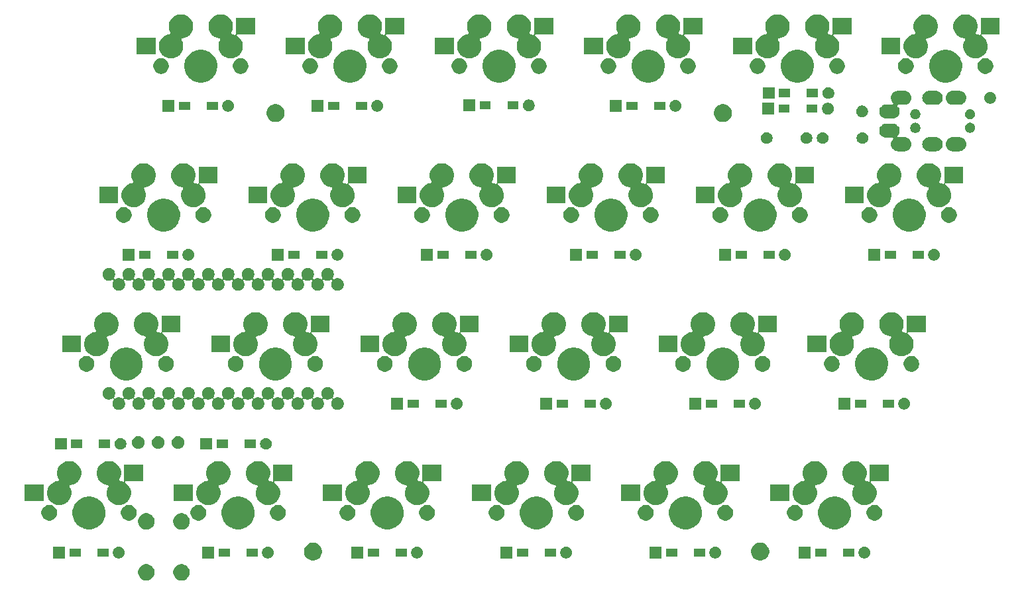
<source format=gbs>
G04 #@! TF.GenerationSoftware,KiCad,Pcbnew,(5.0.2)-1*
G04 #@! TF.CreationDate,2019-04-14T12:57:10+09:00*
G04 #@! TF.ProjectId,sockets-split,736f636b-6574-4732-9d73-706c69742e6b,1*
G04 #@! TF.SameCoordinates,Original*
G04 #@! TF.FileFunction,Soldermask,Bot*
G04 #@! TF.FilePolarity,Negative*
%FSLAX46Y46*%
G04 Gerber Fmt 4.6, Leading zero omitted, Abs format (unit mm)*
G04 Created by KiCad (PCBNEW (5.0.2)-1) date 2019/04/14 12:57:10*
%MOMM*%
%LPD*%
G01*
G04 APERTURE LIST*
%ADD10C,0.100000*%
G04 APERTURE END LIST*
D10*
G36*
X112700036Y-125205037D02*
X112891305Y-125284263D01*
X113063447Y-125399285D01*
X113209834Y-125545672D01*
X113324856Y-125717814D01*
X113404082Y-125909083D01*
X113444471Y-126112132D01*
X113444471Y-126319164D01*
X113404082Y-126522213D01*
X113324856Y-126713482D01*
X113209834Y-126885624D01*
X113063447Y-127032011D01*
X112891305Y-127147033D01*
X112700036Y-127226259D01*
X112496987Y-127266648D01*
X112289955Y-127266648D01*
X112086906Y-127226259D01*
X111895637Y-127147033D01*
X111723495Y-127032011D01*
X111577108Y-126885624D01*
X111462086Y-126713482D01*
X111382860Y-126522213D01*
X111342471Y-126319164D01*
X111342471Y-126112132D01*
X111382860Y-125909083D01*
X111462086Y-125717814D01*
X111577108Y-125545672D01*
X111723495Y-125399285D01*
X111895637Y-125284263D01*
X112086906Y-125205037D01*
X112289955Y-125164648D01*
X112496987Y-125164648D01*
X112700036Y-125205037D01*
X112700036Y-125205037D01*
G37*
G36*
X108200036Y-125205037D02*
X108391305Y-125284263D01*
X108563447Y-125399285D01*
X108709834Y-125545672D01*
X108824856Y-125717814D01*
X108904082Y-125909083D01*
X108944471Y-126112132D01*
X108944471Y-126319164D01*
X108904082Y-126522213D01*
X108824856Y-126713482D01*
X108709834Y-126885624D01*
X108563447Y-127032011D01*
X108391305Y-127147033D01*
X108200036Y-127226259D01*
X107996987Y-127266648D01*
X107789955Y-127266648D01*
X107586906Y-127226259D01*
X107395637Y-127147033D01*
X107223495Y-127032011D01*
X107077108Y-126885624D01*
X106962086Y-126713482D01*
X106882860Y-126522213D01*
X106842471Y-126319164D01*
X106842471Y-126112132D01*
X106882860Y-125909083D01*
X106962086Y-125717814D01*
X107077108Y-125545672D01*
X107223495Y-125399285D01*
X107395637Y-125284263D01*
X107586906Y-125205037D01*
X107789955Y-125164648D01*
X107996987Y-125164648D01*
X108200036Y-125205037D01*
X108200036Y-125205037D01*
G37*
G36*
X129532834Y-122455632D02*
X129742302Y-122542396D01*
X129930823Y-122668362D01*
X130091138Y-122828677D01*
X130217104Y-123017198D01*
X130303868Y-123226666D01*
X130348100Y-123449035D01*
X130348100Y-123675765D01*
X130303868Y-123898134D01*
X130217104Y-124107602D01*
X130091138Y-124296123D01*
X129930823Y-124456438D01*
X129742302Y-124582404D01*
X129532834Y-124669168D01*
X129310465Y-124713400D01*
X129083735Y-124713400D01*
X128861366Y-124669168D01*
X128651898Y-124582404D01*
X128463377Y-124456438D01*
X128303062Y-124296123D01*
X128177096Y-124107602D01*
X128090332Y-123898134D01*
X128046100Y-123675765D01*
X128046100Y-123449035D01*
X128090332Y-123226666D01*
X128177096Y-123017198D01*
X128303062Y-122828677D01*
X128463377Y-122668362D01*
X128651898Y-122542396D01*
X128861366Y-122455632D01*
X129083735Y-122411400D01*
X129310465Y-122411400D01*
X129532834Y-122455632D01*
X129532834Y-122455632D01*
G37*
G36*
X186657434Y-122455632D02*
X186866902Y-122542396D01*
X187055423Y-122668362D01*
X187215738Y-122828677D01*
X187341704Y-123017198D01*
X187428468Y-123226666D01*
X187472700Y-123449035D01*
X187472700Y-123675765D01*
X187428468Y-123898134D01*
X187341704Y-124107602D01*
X187215738Y-124296123D01*
X187055423Y-124456438D01*
X186866902Y-124582404D01*
X186657434Y-124669168D01*
X186435065Y-124713400D01*
X186208335Y-124713400D01*
X185985966Y-124669168D01*
X185776498Y-124582404D01*
X185587977Y-124456438D01*
X185427662Y-124296123D01*
X185301696Y-124107602D01*
X185214932Y-123898134D01*
X185170700Y-123675765D01*
X185170700Y-123449035D01*
X185214932Y-123226666D01*
X185301696Y-123017198D01*
X185427662Y-122828677D01*
X185587977Y-122668362D01*
X185776498Y-122542396D01*
X185985966Y-122455632D01*
X186208335Y-122411400D01*
X186435065Y-122411400D01*
X186657434Y-122455632D01*
X186657434Y-122455632D01*
G37*
G36*
X161762621Y-122977302D02*
X161899022Y-123033801D01*
X162021779Y-123115825D01*
X162126175Y-123220221D01*
X162208199Y-123342978D01*
X162264698Y-123479379D01*
X162293500Y-123624181D01*
X162293500Y-123771819D01*
X162264698Y-123916621D01*
X162208199Y-124053022D01*
X162126175Y-124175779D01*
X162021779Y-124280175D01*
X161899022Y-124362199D01*
X161762621Y-124418698D01*
X161617819Y-124447500D01*
X161470181Y-124447500D01*
X161325379Y-124418698D01*
X161188978Y-124362199D01*
X161066221Y-124280175D01*
X160961825Y-124175779D01*
X160879801Y-124053022D01*
X160823302Y-123916621D01*
X160794500Y-123771819D01*
X160794500Y-123624181D01*
X160823302Y-123479379D01*
X160879801Y-123342978D01*
X160961825Y-123220221D01*
X161066221Y-123115825D01*
X161188978Y-123033801D01*
X161325379Y-122977302D01*
X161470181Y-122948500D01*
X161617819Y-122948500D01*
X161762621Y-122977302D01*
X161762621Y-122977302D01*
G37*
G36*
X192773500Y-124447500D02*
X191274500Y-124447500D01*
X191274500Y-122948500D01*
X192773500Y-122948500D01*
X192773500Y-124447500D01*
X192773500Y-124447500D01*
G37*
G36*
X199862621Y-122977302D02*
X199999022Y-123033801D01*
X200121779Y-123115825D01*
X200226175Y-123220221D01*
X200308199Y-123342978D01*
X200364698Y-123479379D01*
X200393500Y-123624181D01*
X200393500Y-123771819D01*
X200364698Y-123916621D01*
X200308199Y-124053022D01*
X200226175Y-124175779D01*
X200121779Y-124280175D01*
X199999022Y-124362199D01*
X199862621Y-124418698D01*
X199717819Y-124447500D01*
X199570181Y-124447500D01*
X199425379Y-124418698D01*
X199288978Y-124362199D01*
X199166221Y-124280175D01*
X199061825Y-124175779D01*
X198979801Y-124053022D01*
X198923302Y-123916621D01*
X198894500Y-123771819D01*
X198894500Y-123624181D01*
X198923302Y-123479379D01*
X198979801Y-123342978D01*
X199061825Y-123220221D01*
X199166221Y-123115825D01*
X199288978Y-123033801D01*
X199425379Y-122977302D01*
X199570181Y-122948500D01*
X199717819Y-122948500D01*
X199862621Y-122977302D01*
X199862621Y-122977302D01*
G37*
G36*
X180812621Y-122977302D02*
X180949022Y-123033801D01*
X181071779Y-123115825D01*
X181176175Y-123220221D01*
X181258199Y-123342978D01*
X181314698Y-123479379D01*
X181343500Y-123624181D01*
X181343500Y-123771819D01*
X181314698Y-123916621D01*
X181258199Y-124053022D01*
X181176175Y-124175779D01*
X181071779Y-124280175D01*
X180949022Y-124362199D01*
X180812621Y-124418698D01*
X180667819Y-124447500D01*
X180520181Y-124447500D01*
X180375379Y-124418698D01*
X180238978Y-124362199D01*
X180116221Y-124280175D01*
X180011825Y-124175779D01*
X179929801Y-124053022D01*
X179873302Y-123916621D01*
X179844500Y-123771819D01*
X179844500Y-123624181D01*
X179873302Y-123479379D01*
X179929801Y-123342978D01*
X180011825Y-123220221D01*
X180116221Y-123115825D01*
X180238978Y-123033801D01*
X180375379Y-122977302D01*
X180520181Y-122948500D01*
X180667819Y-122948500D01*
X180812621Y-122977302D01*
X180812621Y-122977302D01*
G37*
G36*
X154673500Y-124447500D02*
X153174500Y-124447500D01*
X153174500Y-122948500D01*
X154673500Y-122948500D01*
X154673500Y-124447500D01*
X154673500Y-124447500D01*
G37*
G36*
X142712621Y-122977302D02*
X142849022Y-123033801D01*
X142971779Y-123115825D01*
X143076175Y-123220221D01*
X143158199Y-123342978D01*
X143214698Y-123479379D01*
X143243500Y-123624181D01*
X143243500Y-123771819D01*
X143214698Y-123916621D01*
X143158199Y-124053022D01*
X143076175Y-124175779D01*
X142971779Y-124280175D01*
X142849022Y-124362199D01*
X142712621Y-124418698D01*
X142567819Y-124447500D01*
X142420181Y-124447500D01*
X142275379Y-124418698D01*
X142138978Y-124362199D01*
X142016221Y-124280175D01*
X141911825Y-124175779D01*
X141829801Y-124053022D01*
X141773302Y-123916621D01*
X141744500Y-123771819D01*
X141744500Y-123624181D01*
X141773302Y-123479379D01*
X141829801Y-123342978D01*
X141911825Y-123220221D01*
X142016221Y-123115825D01*
X142138978Y-123033801D01*
X142275379Y-122977302D01*
X142420181Y-122948500D01*
X142567819Y-122948500D01*
X142712621Y-122977302D01*
X142712621Y-122977302D01*
G37*
G36*
X135623500Y-124447500D02*
X134124500Y-124447500D01*
X134124500Y-122948500D01*
X135623500Y-122948500D01*
X135623500Y-124447500D01*
X135623500Y-124447500D01*
G37*
G36*
X116573500Y-124447500D02*
X115074500Y-124447500D01*
X115074500Y-122948500D01*
X116573500Y-122948500D01*
X116573500Y-124447500D01*
X116573500Y-124447500D01*
G37*
G36*
X123662621Y-122977302D02*
X123799022Y-123033801D01*
X123921779Y-123115825D01*
X124026175Y-123220221D01*
X124108199Y-123342978D01*
X124164698Y-123479379D01*
X124193500Y-123624181D01*
X124193500Y-123771819D01*
X124164698Y-123916621D01*
X124108199Y-124053022D01*
X124026175Y-124175779D01*
X123921779Y-124280175D01*
X123799022Y-124362199D01*
X123662621Y-124418698D01*
X123517819Y-124447500D01*
X123370181Y-124447500D01*
X123225379Y-124418698D01*
X123088978Y-124362199D01*
X122966221Y-124280175D01*
X122861825Y-124175779D01*
X122779801Y-124053022D01*
X122723302Y-123916621D01*
X122694500Y-123771819D01*
X122694500Y-123624181D01*
X122723302Y-123479379D01*
X122779801Y-123342978D01*
X122861825Y-123220221D01*
X122966221Y-123115825D01*
X123088978Y-123033801D01*
X123225379Y-122977302D01*
X123370181Y-122948500D01*
X123517819Y-122948500D01*
X123662621Y-122977302D01*
X123662621Y-122977302D01*
G37*
G36*
X104612621Y-122977302D02*
X104749022Y-123033801D01*
X104871779Y-123115825D01*
X104976175Y-123220221D01*
X105058199Y-123342978D01*
X105114698Y-123479379D01*
X105143500Y-123624181D01*
X105143500Y-123771819D01*
X105114698Y-123916621D01*
X105058199Y-124053022D01*
X104976175Y-124175779D01*
X104871779Y-124280175D01*
X104749022Y-124362199D01*
X104612621Y-124418698D01*
X104467819Y-124447500D01*
X104320181Y-124447500D01*
X104175379Y-124418698D01*
X104038978Y-124362199D01*
X103916221Y-124280175D01*
X103811825Y-124175779D01*
X103729801Y-124053022D01*
X103673302Y-123916621D01*
X103644500Y-123771819D01*
X103644500Y-123624181D01*
X103673302Y-123479379D01*
X103729801Y-123342978D01*
X103811825Y-123220221D01*
X103916221Y-123115825D01*
X104038978Y-123033801D01*
X104175379Y-122977302D01*
X104320181Y-122948500D01*
X104467819Y-122948500D01*
X104612621Y-122977302D01*
X104612621Y-122977302D01*
G37*
G36*
X173723500Y-124447500D02*
X172224500Y-124447500D01*
X172224500Y-122948500D01*
X173723500Y-122948500D01*
X173723500Y-124447500D01*
X173723500Y-124447500D01*
G37*
G36*
X97523500Y-124447500D02*
X96024500Y-124447500D01*
X96024500Y-122948500D01*
X97523500Y-122948500D01*
X97523500Y-124447500D01*
X97523500Y-124447500D01*
G37*
G36*
X175710000Y-124224000D02*
X174308000Y-124224000D01*
X174308000Y-123172000D01*
X175710000Y-123172000D01*
X175710000Y-124224000D01*
X175710000Y-124224000D01*
G37*
G36*
X198310000Y-124224000D02*
X196908000Y-124224000D01*
X196908000Y-123172000D01*
X198310000Y-123172000D01*
X198310000Y-124224000D01*
X198310000Y-124224000D01*
G37*
G36*
X194760000Y-124224000D02*
X193358000Y-124224000D01*
X193358000Y-123172000D01*
X194760000Y-123172000D01*
X194760000Y-124224000D01*
X194760000Y-124224000D01*
G37*
G36*
X179260000Y-124224000D02*
X177858000Y-124224000D01*
X177858000Y-123172000D01*
X179260000Y-123172000D01*
X179260000Y-124224000D01*
X179260000Y-124224000D01*
G37*
G36*
X137610000Y-124224000D02*
X136208000Y-124224000D01*
X136208000Y-123172000D01*
X137610000Y-123172000D01*
X137610000Y-124224000D01*
X137610000Y-124224000D01*
G37*
G36*
X118560000Y-124224000D02*
X117158000Y-124224000D01*
X117158000Y-123172000D01*
X118560000Y-123172000D01*
X118560000Y-124224000D01*
X118560000Y-124224000D01*
G37*
G36*
X103060000Y-124224000D02*
X101658000Y-124224000D01*
X101658000Y-123172000D01*
X103060000Y-123172000D01*
X103060000Y-124224000D01*
X103060000Y-124224000D01*
G37*
G36*
X160210000Y-124224000D02*
X158808000Y-124224000D01*
X158808000Y-123172000D01*
X160210000Y-123172000D01*
X160210000Y-124224000D01*
X160210000Y-124224000D01*
G37*
G36*
X156660000Y-124224000D02*
X155258000Y-124224000D01*
X155258000Y-123172000D01*
X156660000Y-123172000D01*
X156660000Y-124224000D01*
X156660000Y-124224000D01*
G37*
G36*
X141160000Y-124224000D02*
X139758000Y-124224000D01*
X139758000Y-123172000D01*
X141160000Y-123172000D01*
X141160000Y-124224000D01*
X141160000Y-124224000D01*
G37*
G36*
X122110000Y-124224000D02*
X120708000Y-124224000D01*
X120708000Y-123172000D01*
X122110000Y-123172000D01*
X122110000Y-124224000D01*
X122110000Y-124224000D01*
G37*
G36*
X99510000Y-124224000D02*
X98108000Y-124224000D01*
X98108000Y-123172000D01*
X99510000Y-123172000D01*
X99510000Y-124224000D01*
X99510000Y-124224000D01*
G37*
G36*
X112700036Y-118705037D02*
X112891305Y-118784263D01*
X113063447Y-118899285D01*
X113209834Y-119045672D01*
X113324856Y-119217814D01*
X113404082Y-119409083D01*
X113444471Y-119612132D01*
X113444471Y-119819164D01*
X113404082Y-120022213D01*
X113324856Y-120213482D01*
X113209834Y-120385624D01*
X113063447Y-120532011D01*
X112891305Y-120647033D01*
X112700036Y-120726259D01*
X112496987Y-120766648D01*
X112289955Y-120766648D01*
X112086906Y-120726259D01*
X111895637Y-120647033D01*
X111723495Y-120532011D01*
X111577108Y-120385624D01*
X111462086Y-120213482D01*
X111382860Y-120022213D01*
X111342471Y-119819164D01*
X111342471Y-119612132D01*
X111382860Y-119409083D01*
X111462086Y-119217814D01*
X111577108Y-119045672D01*
X111723495Y-118899285D01*
X111895637Y-118784263D01*
X112086906Y-118705037D01*
X112289955Y-118664648D01*
X112496987Y-118664648D01*
X112700036Y-118705037D01*
X112700036Y-118705037D01*
G37*
G36*
X108200036Y-118705037D02*
X108391305Y-118784263D01*
X108563447Y-118899285D01*
X108709834Y-119045672D01*
X108824856Y-119217814D01*
X108904082Y-119409083D01*
X108944471Y-119612132D01*
X108944471Y-119819164D01*
X108904082Y-120022213D01*
X108824856Y-120213482D01*
X108709834Y-120385624D01*
X108563447Y-120532011D01*
X108391305Y-120647033D01*
X108200036Y-120726259D01*
X107996987Y-120766648D01*
X107789955Y-120766648D01*
X107586906Y-120726259D01*
X107395637Y-120647033D01*
X107223495Y-120532011D01*
X107077108Y-120385624D01*
X106962086Y-120213482D01*
X106882860Y-120022213D01*
X106842471Y-119819164D01*
X106842471Y-119612132D01*
X106882860Y-119409083D01*
X106962086Y-119217814D01*
X107077108Y-119045672D01*
X107223495Y-118899285D01*
X107395637Y-118784263D01*
X107586906Y-118705037D01*
X107789955Y-118664648D01*
X107996987Y-118664648D01*
X108200036Y-118705037D01*
X108200036Y-118705037D01*
G37*
G36*
X101061536Y-116570827D02*
X101196839Y-116597740D01*
X101355216Y-116663342D01*
X101579196Y-116756117D01*
X101923313Y-116986049D01*
X102215951Y-117278687D01*
X102445883Y-117622804D01*
X102490668Y-117730925D01*
X102593797Y-117979900D01*
X102604260Y-118005162D01*
X102685000Y-118411068D01*
X102685000Y-118824932D01*
X102641092Y-119045672D01*
X102604260Y-119230839D01*
X102593795Y-119256103D01*
X102445883Y-119613196D01*
X102215951Y-119957313D01*
X101923313Y-120249951D01*
X101579196Y-120479883D01*
X101453347Y-120532011D01*
X101196839Y-120638260D01*
X101061536Y-120665173D01*
X100790932Y-120719000D01*
X100377068Y-120719000D01*
X100106464Y-120665173D01*
X99971161Y-120638260D01*
X99714653Y-120532011D01*
X99588804Y-120479883D01*
X99244687Y-120249951D01*
X98952049Y-119957313D01*
X98722117Y-119613196D01*
X98574205Y-119256103D01*
X98563740Y-119230839D01*
X98526908Y-119045672D01*
X98483000Y-118824932D01*
X98483000Y-118411068D01*
X98563740Y-118005162D01*
X98574204Y-117979900D01*
X98677332Y-117730925D01*
X98722117Y-117622804D01*
X98952049Y-117278687D01*
X99244687Y-116986049D01*
X99588804Y-116756117D01*
X99812784Y-116663342D01*
X99971161Y-116597740D01*
X100106464Y-116570827D01*
X100377068Y-116517000D01*
X100790932Y-116517000D01*
X101061536Y-116570827D01*
X101061536Y-116570827D01*
G37*
G36*
X196311536Y-116570827D02*
X196446839Y-116597740D01*
X196605216Y-116663342D01*
X196829196Y-116756117D01*
X197173313Y-116986049D01*
X197465951Y-117278687D01*
X197695883Y-117622804D01*
X197740668Y-117730925D01*
X197843797Y-117979900D01*
X197854260Y-118005162D01*
X197935000Y-118411068D01*
X197935000Y-118824932D01*
X197891092Y-119045672D01*
X197854260Y-119230839D01*
X197843795Y-119256103D01*
X197695883Y-119613196D01*
X197465951Y-119957313D01*
X197173313Y-120249951D01*
X196829196Y-120479883D01*
X196703347Y-120532011D01*
X196446839Y-120638260D01*
X196311536Y-120665173D01*
X196040932Y-120719000D01*
X195627068Y-120719000D01*
X195356464Y-120665173D01*
X195221161Y-120638260D01*
X194964653Y-120532011D01*
X194838804Y-120479883D01*
X194494687Y-120249951D01*
X194202049Y-119957313D01*
X193972117Y-119613196D01*
X193824205Y-119256103D01*
X193813740Y-119230839D01*
X193776908Y-119045672D01*
X193733000Y-118824932D01*
X193733000Y-118411068D01*
X193813740Y-118005162D01*
X193824204Y-117979900D01*
X193927332Y-117730925D01*
X193972117Y-117622804D01*
X194202049Y-117278687D01*
X194494687Y-116986049D01*
X194838804Y-116756117D01*
X195062784Y-116663342D01*
X195221161Y-116597740D01*
X195356464Y-116570827D01*
X195627068Y-116517000D01*
X196040932Y-116517000D01*
X196311536Y-116570827D01*
X196311536Y-116570827D01*
G37*
G36*
X177261536Y-116570827D02*
X177396839Y-116597740D01*
X177555216Y-116663342D01*
X177779196Y-116756117D01*
X178123313Y-116986049D01*
X178415951Y-117278687D01*
X178645883Y-117622804D01*
X178690668Y-117730925D01*
X178793797Y-117979900D01*
X178804260Y-118005162D01*
X178885000Y-118411068D01*
X178885000Y-118824932D01*
X178841092Y-119045672D01*
X178804260Y-119230839D01*
X178793795Y-119256103D01*
X178645883Y-119613196D01*
X178415951Y-119957313D01*
X178123313Y-120249951D01*
X177779196Y-120479883D01*
X177653347Y-120532011D01*
X177396839Y-120638260D01*
X177261536Y-120665173D01*
X176990932Y-120719000D01*
X176577068Y-120719000D01*
X176306464Y-120665173D01*
X176171161Y-120638260D01*
X175914653Y-120532011D01*
X175788804Y-120479883D01*
X175444687Y-120249951D01*
X175152049Y-119957313D01*
X174922117Y-119613196D01*
X174774205Y-119256103D01*
X174763740Y-119230839D01*
X174726908Y-119045672D01*
X174683000Y-118824932D01*
X174683000Y-118411068D01*
X174763740Y-118005162D01*
X174774204Y-117979900D01*
X174877332Y-117730925D01*
X174922117Y-117622804D01*
X175152049Y-117278687D01*
X175444687Y-116986049D01*
X175788804Y-116756117D01*
X176012784Y-116663342D01*
X176171161Y-116597740D01*
X176306464Y-116570827D01*
X176577068Y-116517000D01*
X176990932Y-116517000D01*
X177261536Y-116570827D01*
X177261536Y-116570827D01*
G37*
G36*
X158211536Y-116570827D02*
X158346839Y-116597740D01*
X158505216Y-116663342D01*
X158729196Y-116756117D01*
X159073313Y-116986049D01*
X159365951Y-117278687D01*
X159595883Y-117622804D01*
X159640668Y-117730925D01*
X159743797Y-117979900D01*
X159754260Y-118005162D01*
X159835000Y-118411068D01*
X159835000Y-118824932D01*
X159791092Y-119045672D01*
X159754260Y-119230839D01*
X159743795Y-119256103D01*
X159595883Y-119613196D01*
X159365951Y-119957313D01*
X159073313Y-120249951D01*
X158729196Y-120479883D01*
X158603347Y-120532011D01*
X158346839Y-120638260D01*
X158211536Y-120665173D01*
X157940932Y-120719000D01*
X157527068Y-120719000D01*
X157256464Y-120665173D01*
X157121161Y-120638260D01*
X156864653Y-120532011D01*
X156738804Y-120479883D01*
X156394687Y-120249951D01*
X156102049Y-119957313D01*
X155872117Y-119613196D01*
X155724205Y-119256103D01*
X155713740Y-119230839D01*
X155676908Y-119045672D01*
X155633000Y-118824932D01*
X155633000Y-118411068D01*
X155713740Y-118005162D01*
X155724204Y-117979900D01*
X155827332Y-117730925D01*
X155872117Y-117622804D01*
X156102049Y-117278687D01*
X156394687Y-116986049D01*
X156738804Y-116756117D01*
X156962784Y-116663342D01*
X157121161Y-116597740D01*
X157256464Y-116570827D01*
X157527068Y-116517000D01*
X157940932Y-116517000D01*
X158211536Y-116570827D01*
X158211536Y-116570827D01*
G37*
G36*
X139161536Y-116570827D02*
X139296839Y-116597740D01*
X139455216Y-116663342D01*
X139679196Y-116756117D01*
X140023313Y-116986049D01*
X140315951Y-117278687D01*
X140545883Y-117622804D01*
X140590668Y-117730925D01*
X140693797Y-117979900D01*
X140704260Y-118005162D01*
X140785000Y-118411068D01*
X140785000Y-118824932D01*
X140741092Y-119045672D01*
X140704260Y-119230839D01*
X140693795Y-119256103D01*
X140545883Y-119613196D01*
X140315951Y-119957313D01*
X140023313Y-120249951D01*
X139679196Y-120479883D01*
X139553347Y-120532011D01*
X139296839Y-120638260D01*
X139161536Y-120665173D01*
X138890932Y-120719000D01*
X138477068Y-120719000D01*
X138206464Y-120665173D01*
X138071161Y-120638260D01*
X137814653Y-120532011D01*
X137688804Y-120479883D01*
X137344687Y-120249951D01*
X137052049Y-119957313D01*
X136822117Y-119613196D01*
X136674205Y-119256103D01*
X136663740Y-119230839D01*
X136626908Y-119045672D01*
X136583000Y-118824932D01*
X136583000Y-118411068D01*
X136663740Y-118005162D01*
X136674204Y-117979900D01*
X136777332Y-117730925D01*
X136822117Y-117622804D01*
X137052049Y-117278687D01*
X137344687Y-116986049D01*
X137688804Y-116756117D01*
X137912784Y-116663342D01*
X138071161Y-116597740D01*
X138206464Y-116570827D01*
X138477068Y-116517000D01*
X138890932Y-116517000D01*
X139161536Y-116570827D01*
X139161536Y-116570827D01*
G37*
G36*
X120111536Y-116570827D02*
X120246839Y-116597740D01*
X120405216Y-116663342D01*
X120629196Y-116756117D01*
X120973313Y-116986049D01*
X121265951Y-117278687D01*
X121495883Y-117622804D01*
X121540668Y-117730925D01*
X121643797Y-117979900D01*
X121654260Y-118005162D01*
X121735000Y-118411068D01*
X121735000Y-118824932D01*
X121691092Y-119045672D01*
X121654260Y-119230839D01*
X121643795Y-119256103D01*
X121495883Y-119613196D01*
X121265951Y-119957313D01*
X120973313Y-120249951D01*
X120629196Y-120479883D01*
X120503347Y-120532011D01*
X120246839Y-120638260D01*
X120111536Y-120665173D01*
X119840932Y-120719000D01*
X119427068Y-120719000D01*
X119156464Y-120665173D01*
X119021161Y-120638260D01*
X118764653Y-120532011D01*
X118638804Y-120479883D01*
X118294687Y-120249951D01*
X118002049Y-119957313D01*
X117772117Y-119613196D01*
X117624205Y-119256103D01*
X117613740Y-119230839D01*
X117576908Y-119045672D01*
X117533000Y-118824932D01*
X117533000Y-118411068D01*
X117613740Y-118005162D01*
X117624204Y-117979900D01*
X117727332Y-117730925D01*
X117772117Y-117622804D01*
X118002049Y-117278687D01*
X118294687Y-116986049D01*
X118638804Y-116756117D01*
X118862784Y-116663342D01*
X119021161Y-116597740D01*
X119156464Y-116570827D01*
X119427068Y-116517000D01*
X119840932Y-116517000D01*
X120111536Y-116570827D01*
X120111536Y-116570827D01*
G37*
G36*
X171995981Y-117655468D02*
X172178150Y-117730925D01*
X172342103Y-117840475D01*
X172481525Y-117979897D01*
X172591075Y-118143850D01*
X172666532Y-118326019D01*
X172705000Y-118519410D01*
X172705000Y-118716590D01*
X172666532Y-118909981D01*
X172591075Y-119092150D01*
X172481525Y-119256103D01*
X172342103Y-119395525D01*
X172178150Y-119505075D01*
X171995981Y-119580532D01*
X171802590Y-119619000D01*
X171605410Y-119619000D01*
X171412019Y-119580532D01*
X171229850Y-119505075D01*
X171065897Y-119395525D01*
X170926475Y-119256103D01*
X170816925Y-119092150D01*
X170741468Y-118909981D01*
X170703000Y-118716590D01*
X170703000Y-118519410D01*
X170741468Y-118326019D01*
X170816925Y-118143850D01*
X170926475Y-117979897D01*
X171065897Y-117840475D01*
X171229850Y-117730925D01*
X171412019Y-117655468D01*
X171605410Y-117617000D01*
X171802590Y-117617000D01*
X171995981Y-117655468D01*
X171995981Y-117655468D01*
G37*
G36*
X163105981Y-117655468D02*
X163288150Y-117730925D01*
X163452103Y-117840475D01*
X163591525Y-117979897D01*
X163701075Y-118143850D01*
X163776532Y-118326019D01*
X163815000Y-118519410D01*
X163815000Y-118716590D01*
X163776532Y-118909981D01*
X163701075Y-119092150D01*
X163591525Y-119256103D01*
X163452103Y-119395525D01*
X163288150Y-119505075D01*
X163105981Y-119580532D01*
X162912590Y-119619000D01*
X162715410Y-119619000D01*
X162522019Y-119580532D01*
X162339850Y-119505075D01*
X162175897Y-119395525D01*
X162036475Y-119256103D01*
X161926925Y-119092150D01*
X161851468Y-118909981D01*
X161813000Y-118716590D01*
X161813000Y-118519410D01*
X161851468Y-118326019D01*
X161926925Y-118143850D01*
X162036475Y-117979897D01*
X162175897Y-117840475D01*
X162339850Y-117730925D01*
X162522019Y-117655468D01*
X162715410Y-117617000D01*
X162912590Y-117617000D01*
X163105981Y-117655468D01*
X163105981Y-117655468D01*
G37*
G36*
X152945981Y-117655468D02*
X153128150Y-117730925D01*
X153292103Y-117840475D01*
X153431525Y-117979897D01*
X153541075Y-118143850D01*
X153616532Y-118326019D01*
X153655000Y-118519410D01*
X153655000Y-118716590D01*
X153616532Y-118909981D01*
X153541075Y-119092150D01*
X153431525Y-119256103D01*
X153292103Y-119395525D01*
X153128150Y-119505075D01*
X152945981Y-119580532D01*
X152752590Y-119619000D01*
X152555410Y-119619000D01*
X152362019Y-119580532D01*
X152179850Y-119505075D01*
X152015897Y-119395525D01*
X151876475Y-119256103D01*
X151766925Y-119092150D01*
X151691468Y-118909981D01*
X151653000Y-118716590D01*
X151653000Y-118519410D01*
X151691468Y-118326019D01*
X151766925Y-118143850D01*
X151876475Y-117979897D01*
X152015897Y-117840475D01*
X152179850Y-117730925D01*
X152362019Y-117655468D01*
X152555410Y-117617000D01*
X152752590Y-117617000D01*
X152945981Y-117655468D01*
X152945981Y-117655468D01*
G37*
G36*
X133895981Y-117655468D02*
X134078150Y-117730925D01*
X134242103Y-117840475D01*
X134381525Y-117979897D01*
X134491075Y-118143850D01*
X134566532Y-118326019D01*
X134605000Y-118519410D01*
X134605000Y-118716590D01*
X134566532Y-118909981D01*
X134491075Y-119092150D01*
X134381525Y-119256103D01*
X134242103Y-119395525D01*
X134078150Y-119505075D01*
X133895981Y-119580532D01*
X133702590Y-119619000D01*
X133505410Y-119619000D01*
X133312019Y-119580532D01*
X133129850Y-119505075D01*
X132965897Y-119395525D01*
X132826475Y-119256103D01*
X132716925Y-119092150D01*
X132641468Y-118909981D01*
X132603000Y-118716590D01*
X132603000Y-118519410D01*
X132641468Y-118326019D01*
X132716925Y-118143850D01*
X132826475Y-117979897D01*
X132965897Y-117840475D01*
X133129850Y-117730925D01*
X133312019Y-117655468D01*
X133505410Y-117617000D01*
X133702590Y-117617000D01*
X133895981Y-117655468D01*
X133895981Y-117655468D01*
G37*
G36*
X125005981Y-117655468D02*
X125188150Y-117730925D01*
X125352103Y-117840475D01*
X125491525Y-117979897D01*
X125601075Y-118143850D01*
X125676532Y-118326019D01*
X125715000Y-118519410D01*
X125715000Y-118716590D01*
X125676532Y-118909981D01*
X125601075Y-119092150D01*
X125491525Y-119256103D01*
X125352103Y-119395525D01*
X125188150Y-119505075D01*
X125005981Y-119580532D01*
X124812590Y-119619000D01*
X124615410Y-119619000D01*
X124422019Y-119580532D01*
X124239850Y-119505075D01*
X124075897Y-119395525D01*
X123936475Y-119256103D01*
X123826925Y-119092150D01*
X123751468Y-118909981D01*
X123713000Y-118716590D01*
X123713000Y-118519410D01*
X123751468Y-118326019D01*
X123826925Y-118143850D01*
X123936475Y-117979897D01*
X124075897Y-117840475D01*
X124239850Y-117730925D01*
X124422019Y-117655468D01*
X124615410Y-117617000D01*
X124812590Y-117617000D01*
X125005981Y-117655468D01*
X125005981Y-117655468D01*
G37*
G36*
X144055981Y-117655468D02*
X144238150Y-117730925D01*
X144402103Y-117840475D01*
X144541525Y-117979897D01*
X144651075Y-118143850D01*
X144726532Y-118326019D01*
X144765000Y-118519410D01*
X144765000Y-118716590D01*
X144726532Y-118909981D01*
X144651075Y-119092150D01*
X144541525Y-119256103D01*
X144402103Y-119395525D01*
X144238150Y-119505075D01*
X144055981Y-119580532D01*
X143862590Y-119619000D01*
X143665410Y-119619000D01*
X143472019Y-119580532D01*
X143289850Y-119505075D01*
X143125897Y-119395525D01*
X142986475Y-119256103D01*
X142876925Y-119092150D01*
X142801468Y-118909981D01*
X142763000Y-118716590D01*
X142763000Y-118519410D01*
X142801468Y-118326019D01*
X142876925Y-118143850D01*
X142986475Y-117979897D01*
X143125897Y-117840475D01*
X143289850Y-117730925D01*
X143472019Y-117655468D01*
X143665410Y-117617000D01*
X143862590Y-117617000D01*
X144055981Y-117655468D01*
X144055981Y-117655468D01*
G37*
G36*
X114845981Y-117655468D02*
X115028150Y-117730925D01*
X115192103Y-117840475D01*
X115331525Y-117979897D01*
X115441075Y-118143850D01*
X115516532Y-118326019D01*
X115555000Y-118519410D01*
X115555000Y-118716590D01*
X115516532Y-118909981D01*
X115441075Y-119092150D01*
X115331525Y-119256103D01*
X115192103Y-119395525D01*
X115028150Y-119505075D01*
X114845981Y-119580532D01*
X114652590Y-119619000D01*
X114455410Y-119619000D01*
X114262019Y-119580532D01*
X114079850Y-119505075D01*
X113915897Y-119395525D01*
X113776475Y-119256103D01*
X113666925Y-119092150D01*
X113591468Y-118909981D01*
X113553000Y-118716590D01*
X113553000Y-118519410D01*
X113591468Y-118326019D01*
X113666925Y-118143850D01*
X113776475Y-117979897D01*
X113915897Y-117840475D01*
X114079850Y-117730925D01*
X114262019Y-117655468D01*
X114455410Y-117617000D01*
X114652590Y-117617000D01*
X114845981Y-117655468D01*
X114845981Y-117655468D01*
G37*
G36*
X182155981Y-117655468D02*
X182338150Y-117730925D01*
X182502103Y-117840475D01*
X182641525Y-117979897D01*
X182751075Y-118143850D01*
X182826532Y-118326019D01*
X182865000Y-118519410D01*
X182865000Y-118716590D01*
X182826532Y-118909981D01*
X182751075Y-119092150D01*
X182641525Y-119256103D01*
X182502103Y-119395525D01*
X182338150Y-119505075D01*
X182155981Y-119580532D01*
X181962590Y-119619000D01*
X181765410Y-119619000D01*
X181572019Y-119580532D01*
X181389850Y-119505075D01*
X181225897Y-119395525D01*
X181086475Y-119256103D01*
X180976925Y-119092150D01*
X180901468Y-118909981D01*
X180863000Y-118716590D01*
X180863000Y-118519410D01*
X180901468Y-118326019D01*
X180976925Y-118143850D01*
X181086475Y-117979897D01*
X181225897Y-117840475D01*
X181389850Y-117730925D01*
X181572019Y-117655468D01*
X181765410Y-117617000D01*
X181962590Y-117617000D01*
X182155981Y-117655468D01*
X182155981Y-117655468D01*
G37*
G36*
X201205981Y-117655468D02*
X201388150Y-117730925D01*
X201552103Y-117840475D01*
X201691525Y-117979897D01*
X201801075Y-118143850D01*
X201876532Y-118326019D01*
X201915000Y-118519410D01*
X201915000Y-118716590D01*
X201876532Y-118909981D01*
X201801075Y-119092150D01*
X201691525Y-119256103D01*
X201552103Y-119395525D01*
X201388150Y-119505075D01*
X201205981Y-119580532D01*
X201012590Y-119619000D01*
X200815410Y-119619000D01*
X200622019Y-119580532D01*
X200439850Y-119505075D01*
X200275897Y-119395525D01*
X200136475Y-119256103D01*
X200026925Y-119092150D01*
X199951468Y-118909981D01*
X199913000Y-118716590D01*
X199913000Y-118519410D01*
X199951468Y-118326019D01*
X200026925Y-118143850D01*
X200136475Y-117979897D01*
X200275897Y-117840475D01*
X200439850Y-117730925D01*
X200622019Y-117655468D01*
X200815410Y-117617000D01*
X201012590Y-117617000D01*
X201205981Y-117655468D01*
X201205981Y-117655468D01*
G37*
G36*
X95795981Y-117655468D02*
X95978150Y-117730925D01*
X96142103Y-117840475D01*
X96281525Y-117979897D01*
X96391075Y-118143850D01*
X96466532Y-118326019D01*
X96505000Y-118519410D01*
X96505000Y-118716590D01*
X96466532Y-118909981D01*
X96391075Y-119092150D01*
X96281525Y-119256103D01*
X96142103Y-119395525D01*
X95978150Y-119505075D01*
X95795981Y-119580532D01*
X95602590Y-119619000D01*
X95405410Y-119619000D01*
X95212019Y-119580532D01*
X95029850Y-119505075D01*
X94865897Y-119395525D01*
X94726475Y-119256103D01*
X94616925Y-119092150D01*
X94541468Y-118909981D01*
X94503000Y-118716590D01*
X94503000Y-118519410D01*
X94541468Y-118326019D01*
X94616925Y-118143850D01*
X94726475Y-117979897D01*
X94865897Y-117840475D01*
X95029850Y-117730925D01*
X95212019Y-117655468D01*
X95405410Y-117617000D01*
X95602590Y-117617000D01*
X95795981Y-117655468D01*
X95795981Y-117655468D01*
G37*
G36*
X105955981Y-117655468D02*
X106138150Y-117730925D01*
X106302103Y-117840475D01*
X106441525Y-117979897D01*
X106551075Y-118143850D01*
X106626532Y-118326019D01*
X106665000Y-118519410D01*
X106665000Y-118716590D01*
X106626532Y-118909981D01*
X106551075Y-119092150D01*
X106441525Y-119256103D01*
X106302103Y-119395525D01*
X106138150Y-119505075D01*
X105955981Y-119580532D01*
X105762590Y-119619000D01*
X105565410Y-119619000D01*
X105372019Y-119580532D01*
X105189850Y-119505075D01*
X105025897Y-119395525D01*
X104886475Y-119256103D01*
X104776925Y-119092150D01*
X104701468Y-118909981D01*
X104663000Y-118716590D01*
X104663000Y-118519410D01*
X104701468Y-118326019D01*
X104776925Y-118143850D01*
X104886475Y-117979897D01*
X105025897Y-117840475D01*
X105189850Y-117730925D01*
X105372019Y-117655468D01*
X105565410Y-117617000D01*
X105762590Y-117617000D01*
X105955981Y-117655468D01*
X105955981Y-117655468D01*
G37*
G36*
X191045981Y-117655468D02*
X191228150Y-117730925D01*
X191392103Y-117840475D01*
X191531525Y-117979897D01*
X191641075Y-118143850D01*
X191716532Y-118326019D01*
X191755000Y-118519410D01*
X191755000Y-118716590D01*
X191716532Y-118909981D01*
X191641075Y-119092150D01*
X191531525Y-119256103D01*
X191392103Y-119395525D01*
X191228150Y-119505075D01*
X191045981Y-119580532D01*
X190852590Y-119619000D01*
X190655410Y-119619000D01*
X190462019Y-119580532D01*
X190279850Y-119505075D01*
X190115897Y-119395525D01*
X189976475Y-119256103D01*
X189866925Y-119092150D01*
X189791468Y-118909981D01*
X189753000Y-118716590D01*
X189753000Y-118519410D01*
X189791468Y-118326019D01*
X189866925Y-118143850D01*
X189976475Y-117979897D01*
X190115897Y-117840475D01*
X190279850Y-117730925D01*
X190462019Y-117655468D01*
X190655410Y-117617000D01*
X190852590Y-117617000D01*
X191045981Y-117655468D01*
X191045981Y-117655468D01*
G37*
G36*
X117446527Y-112026736D02*
X117546410Y-112046604D01*
X117828674Y-112163521D01*
X118082705Y-112333259D01*
X118298741Y-112549295D01*
X118468479Y-112803326D01*
X118585396Y-113085590D01*
X118645000Y-113385240D01*
X118645000Y-113690760D01*
X118585396Y-113990410D01*
X118468479Y-114272674D01*
X118298741Y-114526705D01*
X118082705Y-114742741D01*
X117828674Y-114912479D01*
X117546410Y-115029396D01*
X117246760Y-115089000D01*
X117237625Y-115090817D01*
X117214176Y-115097930D01*
X117192565Y-115109481D01*
X117173623Y-115125027D01*
X117158077Y-115143969D01*
X117146526Y-115165580D01*
X117139413Y-115189029D01*
X117137011Y-115213415D01*
X117139413Y-115237801D01*
X117146526Y-115261250D01*
X117158075Y-115282857D01*
X117198479Y-115343326D01*
X117315396Y-115625590D01*
X117315396Y-115625591D01*
X117375000Y-115925237D01*
X117375000Y-116230760D01*
X117315396Y-116530410D01*
X117198479Y-116812674D01*
X117028741Y-117066705D01*
X116812705Y-117282741D01*
X116558674Y-117452479D01*
X116276410Y-117569396D01*
X116176527Y-117589264D01*
X115976762Y-117629000D01*
X115671238Y-117629000D01*
X115471473Y-117589264D01*
X115371590Y-117569396D01*
X115089326Y-117452479D01*
X114835295Y-117282741D01*
X114619259Y-117066705D01*
X114449521Y-116812674D01*
X114332604Y-116530410D01*
X114273000Y-116230760D01*
X114273000Y-115925240D01*
X114273001Y-115925237D01*
X114332604Y-115625591D01*
X114332604Y-115625590D01*
X114449521Y-115343326D01*
X114619259Y-115089295D01*
X114835295Y-114873259D01*
X115089326Y-114703521D01*
X115371590Y-114586604D01*
X115671240Y-114527000D01*
X115680375Y-114525183D01*
X115703824Y-114518070D01*
X115725435Y-114506519D01*
X115744377Y-114490973D01*
X115759923Y-114472031D01*
X115771474Y-114450420D01*
X115778587Y-114426971D01*
X115780989Y-114402585D01*
X115778587Y-114378199D01*
X115771474Y-114354750D01*
X115759925Y-114333143D01*
X115719521Y-114272674D01*
X115602604Y-113990410D01*
X115543000Y-113690760D01*
X115543000Y-113385240D01*
X115602604Y-113085590D01*
X115719521Y-112803326D01*
X115889259Y-112549295D01*
X116105295Y-112333259D01*
X116359326Y-112163521D01*
X116641590Y-112046604D01*
X116741473Y-112026736D01*
X116941238Y-111987000D01*
X117246762Y-111987000D01*
X117446527Y-112026736D01*
X117446527Y-112026736D01*
G37*
G36*
X193646527Y-112026736D02*
X193746410Y-112046604D01*
X194028674Y-112163521D01*
X194282705Y-112333259D01*
X194498741Y-112549295D01*
X194668479Y-112803326D01*
X194785396Y-113085590D01*
X194845000Y-113385240D01*
X194845000Y-113690760D01*
X194785396Y-113990410D01*
X194668479Y-114272674D01*
X194498741Y-114526705D01*
X194282705Y-114742741D01*
X194028674Y-114912479D01*
X193746410Y-115029396D01*
X193446760Y-115089000D01*
X193437625Y-115090817D01*
X193414176Y-115097930D01*
X193392565Y-115109481D01*
X193373623Y-115125027D01*
X193358077Y-115143969D01*
X193346526Y-115165580D01*
X193339413Y-115189029D01*
X193337011Y-115213415D01*
X193339413Y-115237801D01*
X193346526Y-115261250D01*
X193358075Y-115282857D01*
X193398479Y-115343326D01*
X193515396Y-115625590D01*
X193515396Y-115625591D01*
X193575000Y-115925237D01*
X193575000Y-116230760D01*
X193515396Y-116530410D01*
X193398479Y-116812674D01*
X193228741Y-117066705D01*
X193012705Y-117282741D01*
X192758674Y-117452479D01*
X192476410Y-117569396D01*
X192376527Y-117589264D01*
X192176762Y-117629000D01*
X191871238Y-117629000D01*
X191671473Y-117589264D01*
X191571590Y-117569396D01*
X191289326Y-117452479D01*
X191035295Y-117282741D01*
X190819259Y-117066705D01*
X190649521Y-116812674D01*
X190532604Y-116530410D01*
X190473000Y-116230760D01*
X190473000Y-115925240D01*
X190473001Y-115925237D01*
X190532604Y-115625591D01*
X190532604Y-115625590D01*
X190649521Y-115343326D01*
X190819259Y-115089295D01*
X191035295Y-114873259D01*
X191289326Y-114703521D01*
X191571590Y-114586604D01*
X191871240Y-114527000D01*
X191880375Y-114525183D01*
X191903824Y-114518070D01*
X191925435Y-114506519D01*
X191944377Y-114490973D01*
X191959923Y-114472031D01*
X191971474Y-114450420D01*
X191978587Y-114426971D01*
X191980989Y-114402585D01*
X191978587Y-114378199D01*
X191971474Y-114354750D01*
X191959925Y-114333143D01*
X191919521Y-114272674D01*
X191802604Y-113990410D01*
X191743000Y-113690760D01*
X191743000Y-113385240D01*
X191802604Y-113085590D01*
X191919521Y-112803326D01*
X192089259Y-112549295D01*
X192305295Y-112333259D01*
X192559326Y-112163521D01*
X192841590Y-112046604D01*
X192941473Y-112026736D01*
X193141238Y-111987000D01*
X193446762Y-111987000D01*
X193646527Y-112026736D01*
X193646527Y-112026736D01*
G37*
G36*
X136496527Y-112026736D02*
X136596410Y-112046604D01*
X136878674Y-112163521D01*
X137132705Y-112333259D01*
X137348741Y-112549295D01*
X137518479Y-112803326D01*
X137635396Y-113085590D01*
X137695000Y-113385240D01*
X137695000Y-113690760D01*
X137635396Y-113990410D01*
X137518479Y-114272674D01*
X137348741Y-114526705D01*
X137132705Y-114742741D01*
X136878674Y-114912479D01*
X136596410Y-115029396D01*
X136296760Y-115089000D01*
X136287625Y-115090817D01*
X136264176Y-115097930D01*
X136242565Y-115109481D01*
X136223623Y-115125027D01*
X136208077Y-115143969D01*
X136196526Y-115165580D01*
X136189413Y-115189029D01*
X136187011Y-115213415D01*
X136189413Y-115237801D01*
X136196526Y-115261250D01*
X136208075Y-115282857D01*
X136248479Y-115343326D01*
X136365396Y-115625590D01*
X136365396Y-115625591D01*
X136425000Y-115925237D01*
X136425000Y-116230760D01*
X136365396Y-116530410D01*
X136248479Y-116812674D01*
X136078741Y-117066705D01*
X135862705Y-117282741D01*
X135608674Y-117452479D01*
X135326410Y-117569396D01*
X135226527Y-117589264D01*
X135026762Y-117629000D01*
X134721238Y-117629000D01*
X134521473Y-117589264D01*
X134421590Y-117569396D01*
X134139326Y-117452479D01*
X133885295Y-117282741D01*
X133669259Y-117066705D01*
X133499521Y-116812674D01*
X133382604Y-116530410D01*
X133323000Y-116230760D01*
X133323000Y-115925240D01*
X133323001Y-115925237D01*
X133382604Y-115625591D01*
X133382604Y-115625590D01*
X133499521Y-115343326D01*
X133669259Y-115089295D01*
X133885295Y-114873259D01*
X134139326Y-114703521D01*
X134421590Y-114586604D01*
X134721240Y-114527000D01*
X134730375Y-114525183D01*
X134753824Y-114518070D01*
X134775435Y-114506519D01*
X134794377Y-114490973D01*
X134809923Y-114472031D01*
X134821474Y-114450420D01*
X134828587Y-114426971D01*
X134830989Y-114402585D01*
X134828587Y-114378199D01*
X134821474Y-114354750D01*
X134809925Y-114333143D01*
X134769521Y-114272674D01*
X134652604Y-113990410D01*
X134593000Y-113690760D01*
X134593000Y-113385240D01*
X134652604Y-113085590D01*
X134769521Y-112803326D01*
X134939259Y-112549295D01*
X135155295Y-112333259D01*
X135409326Y-112163521D01*
X135691590Y-112046604D01*
X135791473Y-112026736D01*
X135991238Y-111987000D01*
X136296762Y-111987000D01*
X136496527Y-112026736D01*
X136496527Y-112026736D01*
G37*
G36*
X155546527Y-112026736D02*
X155646410Y-112046604D01*
X155928674Y-112163521D01*
X156182705Y-112333259D01*
X156398741Y-112549295D01*
X156568479Y-112803326D01*
X156685396Y-113085590D01*
X156745000Y-113385240D01*
X156745000Y-113690760D01*
X156685396Y-113990410D01*
X156568479Y-114272674D01*
X156398741Y-114526705D01*
X156182705Y-114742741D01*
X155928674Y-114912479D01*
X155646410Y-115029396D01*
X155346760Y-115089000D01*
X155337625Y-115090817D01*
X155314176Y-115097930D01*
X155292565Y-115109481D01*
X155273623Y-115125027D01*
X155258077Y-115143969D01*
X155246526Y-115165580D01*
X155239413Y-115189029D01*
X155237011Y-115213415D01*
X155239413Y-115237801D01*
X155246526Y-115261250D01*
X155258075Y-115282857D01*
X155298479Y-115343326D01*
X155415396Y-115625590D01*
X155415396Y-115625591D01*
X155475000Y-115925237D01*
X155475000Y-116230760D01*
X155415396Y-116530410D01*
X155298479Y-116812674D01*
X155128741Y-117066705D01*
X154912705Y-117282741D01*
X154658674Y-117452479D01*
X154376410Y-117569396D01*
X154276527Y-117589264D01*
X154076762Y-117629000D01*
X153771238Y-117629000D01*
X153571473Y-117589264D01*
X153471590Y-117569396D01*
X153189326Y-117452479D01*
X152935295Y-117282741D01*
X152719259Y-117066705D01*
X152549521Y-116812674D01*
X152432604Y-116530410D01*
X152373000Y-116230760D01*
X152373000Y-115925240D01*
X152373001Y-115925237D01*
X152432604Y-115625591D01*
X152432604Y-115625590D01*
X152549521Y-115343326D01*
X152719259Y-115089295D01*
X152935295Y-114873259D01*
X153189326Y-114703521D01*
X153471590Y-114586604D01*
X153771240Y-114527000D01*
X153780375Y-114525183D01*
X153803824Y-114518070D01*
X153825435Y-114506519D01*
X153844377Y-114490973D01*
X153859923Y-114472031D01*
X153871474Y-114450420D01*
X153878587Y-114426971D01*
X153880989Y-114402585D01*
X153878587Y-114378199D01*
X153871474Y-114354750D01*
X153859925Y-114333143D01*
X153819521Y-114272674D01*
X153702604Y-113990410D01*
X153643000Y-113690760D01*
X153643000Y-113385240D01*
X153702604Y-113085590D01*
X153819521Y-112803326D01*
X153989259Y-112549295D01*
X154205295Y-112333259D01*
X154459326Y-112163521D01*
X154741590Y-112046604D01*
X154841473Y-112026736D01*
X155041238Y-111987000D01*
X155346762Y-111987000D01*
X155546527Y-112026736D01*
X155546527Y-112026736D01*
G37*
G36*
X174596527Y-112026736D02*
X174696410Y-112046604D01*
X174978674Y-112163521D01*
X175232705Y-112333259D01*
X175448741Y-112549295D01*
X175618479Y-112803326D01*
X175735396Y-113085590D01*
X175795000Y-113385240D01*
X175795000Y-113690760D01*
X175735396Y-113990410D01*
X175618479Y-114272674D01*
X175448741Y-114526705D01*
X175232705Y-114742741D01*
X174978674Y-114912479D01*
X174696410Y-115029396D01*
X174396760Y-115089000D01*
X174387625Y-115090817D01*
X174364176Y-115097930D01*
X174342565Y-115109481D01*
X174323623Y-115125027D01*
X174308077Y-115143969D01*
X174296526Y-115165580D01*
X174289413Y-115189029D01*
X174287011Y-115213415D01*
X174289413Y-115237801D01*
X174296526Y-115261250D01*
X174308075Y-115282857D01*
X174348479Y-115343326D01*
X174465396Y-115625590D01*
X174465396Y-115625591D01*
X174525000Y-115925237D01*
X174525000Y-116230760D01*
X174465396Y-116530410D01*
X174348479Y-116812674D01*
X174178741Y-117066705D01*
X173962705Y-117282741D01*
X173708674Y-117452479D01*
X173426410Y-117569396D01*
X173326527Y-117589264D01*
X173126762Y-117629000D01*
X172821238Y-117629000D01*
X172621473Y-117589264D01*
X172521590Y-117569396D01*
X172239326Y-117452479D01*
X171985295Y-117282741D01*
X171769259Y-117066705D01*
X171599521Y-116812674D01*
X171482604Y-116530410D01*
X171423000Y-116230760D01*
X171423000Y-115925240D01*
X171423001Y-115925237D01*
X171482604Y-115625591D01*
X171482604Y-115625590D01*
X171599521Y-115343326D01*
X171769259Y-115089295D01*
X171985295Y-114873259D01*
X172239326Y-114703521D01*
X172521590Y-114586604D01*
X172821240Y-114527000D01*
X172830375Y-114525183D01*
X172853824Y-114518070D01*
X172875435Y-114506519D01*
X172894377Y-114490973D01*
X172909923Y-114472031D01*
X172921474Y-114450420D01*
X172928587Y-114426971D01*
X172930989Y-114402585D01*
X172928587Y-114378199D01*
X172921474Y-114354750D01*
X172909925Y-114333143D01*
X172869521Y-114272674D01*
X172752604Y-113990410D01*
X172693000Y-113690760D01*
X172693000Y-113385240D01*
X172752604Y-113085590D01*
X172869521Y-112803326D01*
X173039259Y-112549295D01*
X173255295Y-112333259D01*
X173509326Y-112163521D01*
X173791590Y-112046604D01*
X173891473Y-112026736D01*
X174091238Y-111987000D01*
X174396762Y-111987000D01*
X174596527Y-112026736D01*
X174596527Y-112026736D01*
G37*
G36*
X98396527Y-112026736D02*
X98496410Y-112046604D01*
X98778674Y-112163521D01*
X99032705Y-112333259D01*
X99248741Y-112549295D01*
X99418479Y-112803326D01*
X99535396Y-113085590D01*
X99595000Y-113385240D01*
X99595000Y-113690760D01*
X99535396Y-113990410D01*
X99418479Y-114272674D01*
X99248741Y-114526705D01*
X99032705Y-114742741D01*
X98778674Y-114912479D01*
X98496410Y-115029396D01*
X98196760Y-115089000D01*
X98187625Y-115090817D01*
X98164176Y-115097930D01*
X98142565Y-115109481D01*
X98123623Y-115125027D01*
X98108077Y-115143969D01*
X98096526Y-115165580D01*
X98089413Y-115189029D01*
X98087011Y-115213415D01*
X98089413Y-115237801D01*
X98096526Y-115261250D01*
X98108075Y-115282857D01*
X98148479Y-115343326D01*
X98265396Y-115625590D01*
X98265396Y-115625591D01*
X98325000Y-115925237D01*
X98325000Y-116230760D01*
X98265396Y-116530410D01*
X98148479Y-116812674D01*
X97978741Y-117066705D01*
X97762705Y-117282741D01*
X97508674Y-117452479D01*
X97226410Y-117569396D01*
X97126527Y-117589264D01*
X96926762Y-117629000D01*
X96621238Y-117629000D01*
X96421473Y-117589264D01*
X96321590Y-117569396D01*
X96039326Y-117452479D01*
X95785295Y-117282741D01*
X95569259Y-117066705D01*
X95399521Y-116812674D01*
X95282604Y-116530410D01*
X95223000Y-116230760D01*
X95223000Y-115925240D01*
X95223001Y-115925237D01*
X95282604Y-115625591D01*
X95282604Y-115625590D01*
X95399521Y-115343326D01*
X95569259Y-115089295D01*
X95785295Y-114873259D01*
X96039326Y-114703521D01*
X96321590Y-114586604D01*
X96621240Y-114527000D01*
X96630375Y-114525183D01*
X96653824Y-114518070D01*
X96675435Y-114506519D01*
X96694377Y-114490973D01*
X96709923Y-114472031D01*
X96721474Y-114450420D01*
X96728587Y-114426971D01*
X96730989Y-114402585D01*
X96728587Y-114378199D01*
X96721474Y-114354750D01*
X96709925Y-114333143D01*
X96669521Y-114272674D01*
X96552604Y-113990410D01*
X96493000Y-113690760D01*
X96493000Y-113385240D01*
X96552604Y-113085590D01*
X96669521Y-112803326D01*
X96839259Y-112549295D01*
X97055295Y-112333259D01*
X97309326Y-112163521D01*
X97591590Y-112046604D01*
X97691473Y-112026736D01*
X97891238Y-111987000D01*
X98196762Y-111987000D01*
X98396527Y-112026736D01*
X98396527Y-112026736D01*
G37*
G36*
X160626527Y-112026736D02*
X160726410Y-112046604D01*
X161008674Y-112163521D01*
X161262705Y-112333259D01*
X161478741Y-112549295D01*
X161648479Y-112803326D01*
X161765396Y-113085590D01*
X161825000Y-113385240D01*
X161825000Y-113690760D01*
X161765396Y-113990410D01*
X161648479Y-114272674D01*
X161608072Y-114333147D01*
X161596526Y-114354748D01*
X161589413Y-114378198D01*
X161587011Y-114402584D01*
X161589413Y-114426970D01*
X161596526Y-114450419D01*
X161608077Y-114472030D01*
X161623623Y-114490972D01*
X161642565Y-114506518D01*
X161664175Y-114518069D01*
X161687625Y-114525182D01*
X161696760Y-114526999D01*
X161819442Y-114551402D01*
X161996410Y-114586603D01*
X162060165Y-114613011D01*
X162083614Y-114620124D01*
X162108001Y-114622526D01*
X162132387Y-114620124D01*
X162155836Y-114613011D01*
X162177447Y-114601459D01*
X162196389Y-114585914D01*
X162211934Y-114566972D01*
X162223485Y-114545361D01*
X162230598Y-114521912D01*
X162233000Y-114497526D01*
X162233000Y-112447000D01*
X164635000Y-112447000D01*
X164635000Y-114549000D01*
X162459487Y-114549000D01*
X162435101Y-114551402D01*
X162411652Y-114558515D01*
X162390041Y-114570066D01*
X162371099Y-114585612D01*
X162355553Y-114604554D01*
X162344002Y-114626165D01*
X162336889Y-114649614D01*
X162334487Y-114674000D01*
X162336889Y-114698386D01*
X162344002Y-114721835D01*
X162355553Y-114743446D01*
X162371099Y-114762388D01*
X162390029Y-114777925D01*
X162532705Y-114873258D01*
X162748741Y-115089294D01*
X162918479Y-115343325D01*
X163035396Y-115625589D01*
X163035396Y-115625590D01*
X163095000Y-115925237D01*
X163095000Y-116230761D01*
X163055264Y-116430526D01*
X163035396Y-116530409D01*
X162918479Y-116812673D01*
X162748741Y-117066704D01*
X162532705Y-117282740D01*
X162278674Y-117452478D01*
X161996410Y-117569395D01*
X161896527Y-117589263D01*
X161696762Y-117628999D01*
X161391238Y-117628999D01*
X161191473Y-117589263D01*
X161091590Y-117569395D01*
X160809326Y-117452478D01*
X160555295Y-117282740D01*
X160339259Y-117066704D01*
X160169521Y-116812673D01*
X160052604Y-116530409D01*
X160032736Y-116430526D01*
X159993000Y-116230761D01*
X159993000Y-115925237D01*
X160052604Y-115625590D01*
X160052604Y-115625589D01*
X160169521Y-115343325D01*
X160209928Y-115282852D01*
X160221474Y-115261251D01*
X160228587Y-115237801D01*
X160230989Y-115213415D01*
X160228587Y-115189029D01*
X160221474Y-115165580D01*
X160209923Y-115143969D01*
X160194377Y-115125027D01*
X160175435Y-115109481D01*
X160153825Y-115097930D01*
X160130375Y-115090817D01*
X160121240Y-115089000D01*
X159821590Y-115029396D01*
X159539326Y-114912479D01*
X159285295Y-114742741D01*
X159069259Y-114526705D01*
X158899521Y-114272674D01*
X158782604Y-113990410D01*
X158723000Y-113690760D01*
X158723000Y-113385240D01*
X158782604Y-113085590D01*
X158899521Y-112803326D01*
X159069259Y-112549295D01*
X159285295Y-112333259D01*
X159539326Y-112163521D01*
X159821590Y-112046604D01*
X159921473Y-112026736D01*
X160121238Y-111987000D01*
X160426762Y-111987000D01*
X160626527Y-112026736D01*
X160626527Y-112026736D01*
G37*
G36*
X122526527Y-112026736D02*
X122626410Y-112046604D01*
X122908674Y-112163521D01*
X123162705Y-112333259D01*
X123378741Y-112549295D01*
X123548479Y-112803326D01*
X123665396Y-113085590D01*
X123725000Y-113385240D01*
X123725000Y-113690760D01*
X123665396Y-113990410D01*
X123548479Y-114272674D01*
X123508072Y-114333147D01*
X123496526Y-114354748D01*
X123489413Y-114378198D01*
X123487011Y-114402584D01*
X123489413Y-114426970D01*
X123496526Y-114450419D01*
X123508077Y-114472030D01*
X123523623Y-114490972D01*
X123542565Y-114506518D01*
X123564175Y-114518069D01*
X123587625Y-114525182D01*
X123596760Y-114526999D01*
X123719442Y-114551402D01*
X123896410Y-114586603D01*
X123960165Y-114613011D01*
X123983614Y-114620124D01*
X124008001Y-114622526D01*
X124032387Y-114620124D01*
X124055836Y-114613011D01*
X124077447Y-114601459D01*
X124096389Y-114585914D01*
X124111934Y-114566972D01*
X124123485Y-114545361D01*
X124130598Y-114521912D01*
X124133000Y-114497526D01*
X124133000Y-112447000D01*
X126535000Y-112447000D01*
X126535000Y-114549000D01*
X124359487Y-114549000D01*
X124335101Y-114551402D01*
X124311652Y-114558515D01*
X124290041Y-114570066D01*
X124271099Y-114585612D01*
X124255553Y-114604554D01*
X124244002Y-114626165D01*
X124236889Y-114649614D01*
X124234487Y-114674000D01*
X124236889Y-114698386D01*
X124244002Y-114721835D01*
X124255553Y-114743446D01*
X124271099Y-114762388D01*
X124290029Y-114777925D01*
X124432705Y-114873258D01*
X124648741Y-115089294D01*
X124818479Y-115343325D01*
X124935396Y-115625589D01*
X124935396Y-115625590D01*
X124995000Y-115925237D01*
X124995000Y-116230761D01*
X124955264Y-116430526D01*
X124935396Y-116530409D01*
X124818479Y-116812673D01*
X124648741Y-117066704D01*
X124432705Y-117282740D01*
X124178674Y-117452478D01*
X123896410Y-117569395D01*
X123796527Y-117589263D01*
X123596762Y-117628999D01*
X123291238Y-117628999D01*
X123091473Y-117589263D01*
X122991590Y-117569395D01*
X122709326Y-117452478D01*
X122455295Y-117282740D01*
X122239259Y-117066704D01*
X122069521Y-116812673D01*
X121952604Y-116530409D01*
X121932736Y-116430526D01*
X121893000Y-116230761D01*
X121893000Y-115925237D01*
X121952604Y-115625590D01*
X121952604Y-115625589D01*
X122069521Y-115343325D01*
X122109928Y-115282852D01*
X122121474Y-115261251D01*
X122128587Y-115237801D01*
X122130989Y-115213415D01*
X122128587Y-115189029D01*
X122121474Y-115165580D01*
X122109923Y-115143969D01*
X122094377Y-115125027D01*
X122075435Y-115109481D01*
X122053825Y-115097930D01*
X122030375Y-115090817D01*
X122021240Y-115089000D01*
X121721590Y-115029396D01*
X121439326Y-114912479D01*
X121185295Y-114742741D01*
X120969259Y-114526705D01*
X120799521Y-114272674D01*
X120682604Y-113990410D01*
X120623000Y-113690760D01*
X120623000Y-113385240D01*
X120682604Y-113085590D01*
X120799521Y-112803326D01*
X120969259Y-112549295D01*
X121185295Y-112333259D01*
X121439326Y-112163521D01*
X121721590Y-112046604D01*
X121821473Y-112026736D01*
X122021238Y-111987000D01*
X122326762Y-111987000D01*
X122526527Y-112026736D01*
X122526527Y-112026736D01*
G37*
G36*
X141576527Y-112026736D02*
X141676410Y-112046604D01*
X141958674Y-112163521D01*
X142212705Y-112333259D01*
X142428741Y-112549295D01*
X142598479Y-112803326D01*
X142715396Y-113085590D01*
X142775000Y-113385240D01*
X142775000Y-113690760D01*
X142715396Y-113990410D01*
X142598479Y-114272674D01*
X142558072Y-114333147D01*
X142546526Y-114354748D01*
X142539413Y-114378198D01*
X142537011Y-114402584D01*
X142539413Y-114426970D01*
X142546526Y-114450419D01*
X142558077Y-114472030D01*
X142573623Y-114490972D01*
X142592565Y-114506518D01*
X142614175Y-114518069D01*
X142637625Y-114525182D01*
X142646760Y-114526999D01*
X142769442Y-114551402D01*
X142946410Y-114586603D01*
X143010165Y-114613011D01*
X143033614Y-114620124D01*
X143058001Y-114622526D01*
X143082387Y-114620124D01*
X143105836Y-114613011D01*
X143127447Y-114601459D01*
X143146389Y-114585914D01*
X143161934Y-114566972D01*
X143173485Y-114545361D01*
X143180598Y-114521912D01*
X143183000Y-114497526D01*
X143183000Y-112447000D01*
X145585000Y-112447000D01*
X145585000Y-114549000D01*
X143409487Y-114549000D01*
X143385101Y-114551402D01*
X143361652Y-114558515D01*
X143340041Y-114570066D01*
X143321099Y-114585612D01*
X143305553Y-114604554D01*
X143294002Y-114626165D01*
X143286889Y-114649614D01*
X143284487Y-114674000D01*
X143286889Y-114698386D01*
X143294002Y-114721835D01*
X143305553Y-114743446D01*
X143321099Y-114762388D01*
X143340029Y-114777925D01*
X143482705Y-114873258D01*
X143698741Y-115089294D01*
X143868479Y-115343325D01*
X143985396Y-115625589D01*
X143985396Y-115625590D01*
X144045000Y-115925237D01*
X144045000Y-116230761D01*
X144005264Y-116430526D01*
X143985396Y-116530409D01*
X143868479Y-116812673D01*
X143698741Y-117066704D01*
X143482705Y-117282740D01*
X143228674Y-117452478D01*
X142946410Y-117569395D01*
X142846527Y-117589263D01*
X142646762Y-117628999D01*
X142341238Y-117628999D01*
X142141473Y-117589263D01*
X142041590Y-117569395D01*
X141759326Y-117452478D01*
X141505295Y-117282740D01*
X141289259Y-117066704D01*
X141119521Y-116812673D01*
X141002604Y-116530409D01*
X140982736Y-116430526D01*
X140943000Y-116230761D01*
X140943000Y-115925237D01*
X141002604Y-115625590D01*
X141002604Y-115625589D01*
X141119521Y-115343325D01*
X141159928Y-115282852D01*
X141171474Y-115261251D01*
X141178587Y-115237801D01*
X141180989Y-115213415D01*
X141178587Y-115189029D01*
X141171474Y-115165580D01*
X141159923Y-115143969D01*
X141144377Y-115125027D01*
X141125435Y-115109481D01*
X141103825Y-115097930D01*
X141080375Y-115090817D01*
X141071240Y-115089000D01*
X140771590Y-115029396D01*
X140489326Y-114912479D01*
X140235295Y-114742741D01*
X140019259Y-114526705D01*
X139849521Y-114272674D01*
X139732604Y-113990410D01*
X139673000Y-113690760D01*
X139673000Y-113385240D01*
X139732604Y-113085590D01*
X139849521Y-112803326D01*
X140019259Y-112549295D01*
X140235295Y-112333259D01*
X140489326Y-112163521D01*
X140771590Y-112046604D01*
X140871473Y-112026736D01*
X141071238Y-111987000D01*
X141376762Y-111987000D01*
X141576527Y-112026736D01*
X141576527Y-112026736D01*
G37*
G36*
X179676527Y-112026736D02*
X179776410Y-112046604D01*
X180058674Y-112163521D01*
X180312705Y-112333259D01*
X180528741Y-112549295D01*
X180698479Y-112803326D01*
X180815396Y-113085590D01*
X180875000Y-113385240D01*
X180875000Y-113690760D01*
X180815396Y-113990410D01*
X180698479Y-114272674D01*
X180658072Y-114333147D01*
X180646526Y-114354748D01*
X180639413Y-114378198D01*
X180637011Y-114402584D01*
X180639413Y-114426970D01*
X180646526Y-114450419D01*
X180658077Y-114472030D01*
X180673623Y-114490972D01*
X180692565Y-114506518D01*
X180714175Y-114518069D01*
X180737625Y-114525182D01*
X180746760Y-114526999D01*
X180869442Y-114551402D01*
X181046410Y-114586603D01*
X181110165Y-114613011D01*
X181133614Y-114620124D01*
X181158001Y-114622526D01*
X181182387Y-114620124D01*
X181205836Y-114613011D01*
X181227447Y-114601459D01*
X181246389Y-114585914D01*
X181261934Y-114566972D01*
X181273485Y-114545361D01*
X181280598Y-114521912D01*
X181283000Y-114497526D01*
X181283000Y-112447000D01*
X183685000Y-112447000D01*
X183685000Y-114549000D01*
X181509487Y-114549000D01*
X181485101Y-114551402D01*
X181461652Y-114558515D01*
X181440041Y-114570066D01*
X181421099Y-114585612D01*
X181405553Y-114604554D01*
X181394002Y-114626165D01*
X181386889Y-114649614D01*
X181384487Y-114674000D01*
X181386889Y-114698386D01*
X181394002Y-114721835D01*
X181405553Y-114743446D01*
X181421099Y-114762388D01*
X181440029Y-114777925D01*
X181582705Y-114873258D01*
X181798741Y-115089294D01*
X181968479Y-115343325D01*
X182085396Y-115625589D01*
X182085396Y-115625590D01*
X182145000Y-115925237D01*
X182145000Y-116230761D01*
X182105264Y-116430526D01*
X182085396Y-116530409D01*
X181968479Y-116812673D01*
X181798741Y-117066704D01*
X181582705Y-117282740D01*
X181328674Y-117452478D01*
X181046410Y-117569395D01*
X180946527Y-117589263D01*
X180746762Y-117628999D01*
X180441238Y-117628999D01*
X180241473Y-117589263D01*
X180141590Y-117569395D01*
X179859326Y-117452478D01*
X179605295Y-117282740D01*
X179389259Y-117066704D01*
X179219521Y-116812673D01*
X179102604Y-116530409D01*
X179082736Y-116430526D01*
X179043000Y-116230761D01*
X179043000Y-115925237D01*
X179102604Y-115625590D01*
X179102604Y-115625589D01*
X179219521Y-115343325D01*
X179259928Y-115282852D01*
X179271474Y-115261251D01*
X179278587Y-115237801D01*
X179280989Y-115213415D01*
X179278587Y-115189029D01*
X179271474Y-115165580D01*
X179259923Y-115143969D01*
X179244377Y-115125027D01*
X179225435Y-115109481D01*
X179203825Y-115097930D01*
X179180375Y-115090817D01*
X179171240Y-115089000D01*
X178871590Y-115029396D01*
X178589326Y-114912479D01*
X178335295Y-114742741D01*
X178119259Y-114526705D01*
X177949521Y-114272674D01*
X177832604Y-113990410D01*
X177773000Y-113690760D01*
X177773000Y-113385240D01*
X177832604Y-113085590D01*
X177949521Y-112803326D01*
X178119259Y-112549295D01*
X178335295Y-112333259D01*
X178589326Y-112163521D01*
X178871590Y-112046604D01*
X178971473Y-112026736D01*
X179171238Y-111987000D01*
X179476762Y-111987000D01*
X179676527Y-112026736D01*
X179676527Y-112026736D01*
G37*
G36*
X103476527Y-112026736D02*
X103576410Y-112046604D01*
X103858674Y-112163521D01*
X104112705Y-112333259D01*
X104328741Y-112549295D01*
X104498479Y-112803326D01*
X104615396Y-113085590D01*
X104675000Y-113385240D01*
X104675000Y-113690760D01*
X104615396Y-113990410D01*
X104498479Y-114272674D01*
X104458072Y-114333147D01*
X104446526Y-114354748D01*
X104439413Y-114378198D01*
X104437011Y-114402584D01*
X104439413Y-114426970D01*
X104446526Y-114450419D01*
X104458077Y-114472030D01*
X104473623Y-114490972D01*
X104492565Y-114506518D01*
X104514175Y-114518069D01*
X104537625Y-114525182D01*
X104546760Y-114526999D01*
X104669442Y-114551402D01*
X104846410Y-114586603D01*
X104910165Y-114613011D01*
X104933614Y-114620124D01*
X104958001Y-114622526D01*
X104982387Y-114620124D01*
X105005836Y-114613011D01*
X105027447Y-114601459D01*
X105046389Y-114585914D01*
X105061934Y-114566972D01*
X105073485Y-114545361D01*
X105080598Y-114521912D01*
X105083000Y-114497526D01*
X105083000Y-112447000D01*
X107485000Y-112447000D01*
X107485000Y-114549000D01*
X105309487Y-114549000D01*
X105285101Y-114551402D01*
X105261652Y-114558515D01*
X105240041Y-114570066D01*
X105221099Y-114585612D01*
X105205553Y-114604554D01*
X105194002Y-114626165D01*
X105186889Y-114649614D01*
X105184487Y-114674000D01*
X105186889Y-114698386D01*
X105194002Y-114721835D01*
X105205553Y-114743446D01*
X105221099Y-114762388D01*
X105240029Y-114777925D01*
X105382705Y-114873258D01*
X105598741Y-115089294D01*
X105768479Y-115343325D01*
X105885396Y-115625589D01*
X105885396Y-115625590D01*
X105945000Y-115925237D01*
X105945000Y-116230761D01*
X105905264Y-116430526D01*
X105885396Y-116530409D01*
X105768479Y-116812673D01*
X105598741Y-117066704D01*
X105382705Y-117282740D01*
X105128674Y-117452478D01*
X104846410Y-117569395D01*
X104746527Y-117589263D01*
X104546762Y-117628999D01*
X104241238Y-117628999D01*
X104041473Y-117589263D01*
X103941590Y-117569395D01*
X103659326Y-117452478D01*
X103405295Y-117282740D01*
X103189259Y-117066704D01*
X103019521Y-116812673D01*
X102902604Y-116530409D01*
X102882736Y-116430526D01*
X102843000Y-116230761D01*
X102843000Y-115925237D01*
X102902604Y-115625590D01*
X102902604Y-115625589D01*
X103019521Y-115343325D01*
X103059928Y-115282852D01*
X103071474Y-115261251D01*
X103078587Y-115237801D01*
X103080989Y-115213415D01*
X103078587Y-115189029D01*
X103071474Y-115165580D01*
X103059923Y-115143969D01*
X103044377Y-115125027D01*
X103025435Y-115109481D01*
X103003825Y-115097930D01*
X102980375Y-115090817D01*
X102971240Y-115089000D01*
X102671590Y-115029396D01*
X102389326Y-114912479D01*
X102135295Y-114742741D01*
X101919259Y-114526705D01*
X101749521Y-114272674D01*
X101632604Y-113990410D01*
X101573000Y-113690760D01*
X101573000Y-113385240D01*
X101632604Y-113085590D01*
X101749521Y-112803326D01*
X101919259Y-112549295D01*
X102135295Y-112333259D01*
X102389326Y-112163521D01*
X102671590Y-112046604D01*
X102771473Y-112026736D01*
X102971238Y-111987000D01*
X103276762Y-111987000D01*
X103476527Y-112026736D01*
X103476527Y-112026736D01*
G37*
G36*
X198726527Y-112026736D02*
X198826410Y-112046604D01*
X199108674Y-112163521D01*
X199362705Y-112333259D01*
X199578741Y-112549295D01*
X199748479Y-112803326D01*
X199865396Y-113085590D01*
X199925000Y-113385240D01*
X199925000Y-113690760D01*
X199865396Y-113990410D01*
X199748479Y-114272674D01*
X199708072Y-114333147D01*
X199696526Y-114354748D01*
X199689413Y-114378198D01*
X199687011Y-114402584D01*
X199689413Y-114426970D01*
X199696526Y-114450419D01*
X199708077Y-114472030D01*
X199723623Y-114490972D01*
X199742565Y-114506518D01*
X199764175Y-114518069D01*
X199787625Y-114525182D01*
X199796760Y-114526999D01*
X199919442Y-114551402D01*
X200096410Y-114586603D01*
X200160165Y-114613011D01*
X200183614Y-114620124D01*
X200208001Y-114622526D01*
X200232387Y-114620124D01*
X200255836Y-114613011D01*
X200277447Y-114601459D01*
X200296389Y-114585914D01*
X200311934Y-114566972D01*
X200323485Y-114545361D01*
X200330598Y-114521912D01*
X200333000Y-114497526D01*
X200333000Y-112447000D01*
X202735000Y-112447000D01*
X202735000Y-114549000D01*
X200559487Y-114549000D01*
X200535101Y-114551402D01*
X200511652Y-114558515D01*
X200490041Y-114570066D01*
X200471099Y-114585612D01*
X200455553Y-114604554D01*
X200444002Y-114626165D01*
X200436889Y-114649614D01*
X200434487Y-114674000D01*
X200436889Y-114698386D01*
X200444002Y-114721835D01*
X200455553Y-114743446D01*
X200471099Y-114762388D01*
X200490029Y-114777925D01*
X200632705Y-114873258D01*
X200848741Y-115089294D01*
X201018479Y-115343325D01*
X201135396Y-115625589D01*
X201135396Y-115625590D01*
X201195000Y-115925237D01*
X201195000Y-116230761D01*
X201155264Y-116430526D01*
X201135396Y-116530409D01*
X201018479Y-116812673D01*
X200848741Y-117066704D01*
X200632705Y-117282740D01*
X200378674Y-117452478D01*
X200096410Y-117569395D01*
X199996527Y-117589263D01*
X199796762Y-117628999D01*
X199491238Y-117628999D01*
X199291473Y-117589263D01*
X199191590Y-117569395D01*
X198909326Y-117452478D01*
X198655295Y-117282740D01*
X198439259Y-117066704D01*
X198269521Y-116812673D01*
X198152604Y-116530409D01*
X198132736Y-116430526D01*
X198093000Y-116230761D01*
X198093000Y-115925237D01*
X198152604Y-115625590D01*
X198152604Y-115625589D01*
X198269521Y-115343325D01*
X198309928Y-115282852D01*
X198321474Y-115261251D01*
X198328587Y-115237801D01*
X198330989Y-115213415D01*
X198328587Y-115189029D01*
X198321474Y-115165580D01*
X198309923Y-115143969D01*
X198294377Y-115125027D01*
X198275435Y-115109481D01*
X198253825Y-115097930D01*
X198230375Y-115090817D01*
X198221240Y-115089000D01*
X197921590Y-115029396D01*
X197639326Y-114912479D01*
X197385295Y-114742741D01*
X197169259Y-114526705D01*
X196999521Y-114272674D01*
X196882604Y-113990410D01*
X196823000Y-113690760D01*
X196823000Y-113385240D01*
X196882604Y-113085590D01*
X196999521Y-112803326D01*
X197169259Y-112549295D01*
X197385295Y-112333259D01*
X197639326Y-112163521D01*
X197921590Y-112046604D01*
X198021473Y-112026736D01*
X198221238Y-111987000D01*
X198526762Y-111987000D01*
X198726527Y-112026736D01*
X198726527Y-112026736D01*
G37*
G36*
X113835000Y-117089000D02*
X111433000Y-117089000D01*
X111433000Y-114987000D01*
X113835000Y-114987000D01*
X113835000Y-117089000D01*
X113835000Y-117089000D01*
G37*
G36*
X170985000Y-117089000D02*
X168583000Y-117089000D01*
X168583000Y-114987000D01*
X170985000Y-114987000D01*
X170985000Y-117089000D01*
X170985000Y-117089000D01*
G37*
G36*
X132885000Y-117089000D02*
X130483000Y-117089000D01*
X130483000Y-114987000D01*
X132885000Y-114987000D01*
X132885000Y-117089000D01*
X132885000Y-117089000D01*
G37*
G36*
X94785000Y-117089000D02*
X92383000Y-117089000D01*
X92383000Y-114987000D01*
X94785000Y-114987000D01*
X94785000Y-117089000D01*
X94785000Y-117089000D01*
G37*
G36*
X190035000Y-117089000D02*
X187633000Y-117089000D01*
X187633000Y-114987000D01*
X190035000Y-114987000D01*
X190035000Y-117089000D01*
X190035000Y-117089000D01*
G37*
G36*
X151935000Y-117089000D02*
X149533000Y-117089000D01*
X149533000Y-114987000D01*
X151935000Y-114987000D01*
X151935000Y-117089000D01*
X151935000Y-117089000D01*
G37*
G36*
X116319500Y-110528300D02*
X114820500Y-110528300D01*
X114820500Y-109029300D01*
X116319500Y-109029300D01*
X116319500Y-110528300D01*
X116319500Y-110528300D01*
G37*
G36*
X123408621Y-109058102D02*
X123545022Y-109114601D01*
X123667779Y-109196625D01*
X123772175Y-109301021D01*
X123854199Y-109423778D01*
X123910698Y-109560179D01*
X123939500Y-109704981D01*
X123939500Y-109852619D01*
X123910698Y-109997421D01*
X123854199Y-110133822D01*
X123772175Y-110256579D01*
X123667779Y-110360975D01*
X123545022Y-110442999D01*
X123408621Y-110499498D01*
X123263819Y-110528300D01*
X123116181Y-110528300D01*
X122971379Y-110499498D01*
X122834978Y-110442999D01*
X122712221Y-110360975D01*
X122607825Y-110256579D01*
X122525801Y-110133822D01*
X122469302Y-109997421D01*
X122440500Y-109852619D01*
X122440500Y-109704981D01*
X122469302Y-109560179D01*
X122525801Y-109423778D01*
X122607825Y-109301021D01*
X122712221Y-109196625D01*
X122834978Y-109114601D01*
X122971379Y-109058102D01*
X123116181Y-109029300D01*
X123263819Y-109029300D01*
X123408621Y-109058102D01*
X123408621Y-109058102D01*
G37*
G36*
X104815821Y-109058102D02*
X104952222Y-109114601D01*
X105074979Y-109196625D01*
X105179375Y-109301021D01*
X105261399Y-109423778D01*
X105317898Y-109560179D01*
X105346700Y-109704981D01*
X105346700Y-109852619D01*
X105317898Y-109997421D01*
X105261399Y-110133822D01*
X105179375Y-110256579D01*
X105074979Y-110360975D01*
X104952222Y-110442999D01*
X104815821Y-110499498D01*
X104671019Y-110528300D01*
X104523381Y-110528300D01*
X104378579Y-110499498D01*
X104242178Y-110442999D01*
X104119421Y-110360975D01*
X104015025Y-110256579D01*
X103933001Y-110133822D01*
X103876502Y-109997421D01*
X103847700Y-109852619D01*
X103847700Y-109704981D01*
X103876502Y-109560179D01*
X103933001Y-109423778D01*
X104015025Y-109301021D01*
X104119421Y-109196625D01*
X104242178Y-109114601D01*
X104378579Y-109058102D01*
X104523381Y-109029300D01*
X104671019Y-109029300D01*
X104815821Y-109058102D01*
X104815821Y-109058102D01*
G37*
G36*
X97726700Y-110528300D02*
X96227700Y-110528300D01*
X96227700Y-109029300D01*
X97726700Y-109029300D01*
X97726700Y-110528300D01*
X97726700Y-110528300D01*
G37*
G36*
X112200342Y-108844642D02*
X112348302Y-108905930D01*
X112415330Y-108950717D01*
X112481457Y-108994901D01*
X112594699Y-109108143D01*
X112638883Y-109174270D01*
X112683670Y-109241298D01*
X112744958Y-109389258D01*
X112776200Y-109546325D01*
X112776200Y-109706475D01*
X112744958Y-109863542D01*
X112697554Y-109977983D01*
X112683671Y-110011500D01*
X112601939Y-110133822D01*
X112594698Y-110144658D01*
X112481458Y-110257898D01*
X112348302Y-110346870D01*
X112200342Y-110408158D01*
X112043275Y-110439400D01*
X111883125Y-110439400D01*
X111726058Y-110408158D01*
X111578098Y-110346870D01*
X111444942Y-110257898D01*
X111331702Y-110144658D01*
X111324462Y-110133822D01*
X111242729Y-110011500D01*
X111228846Y-109977983D01*
X111181442Y-109863542D01*
X111150200Y-109706475D01*
X111150200Y-109546325D01*
X111181442Y-109389258D01*
X111242730Y-109241298D01*
X111287517Y-109174270D01*
X111331701Y-109108143D01*
X111444943Y-108994901D01*
X111511070Y-108950717D01*
X111578098Y-108905930D01*
X111726058Y-108844642D01*
X111883125Y-108813400D01*
X112043275Y-108813400D01*
X112200342Y-108844642D01*
X112200342Y-108844642D01*
G37*
G36*
X107120342Y-108844642D02*
X107268302Y-108905930D01*
X107335330Y-108950717D01*
X107401457Y-108994901D01*
X107514699Y-109108143D01*
X107558883Y-109174270D01*
X107603670Y-109241298D01*
X107664958Y-109389258D01*
X107696200Y-109546325D01*
X107696200Y-109706475D01*
X107664958Y-109863542D01*
X107617554Y-109977983D01*
X107603671Y-110011500D01*
X107521939Y-110133822D01*
X107514698Y-110144658D01*
X107401458Y-110257898D01*
X107268302Y-110346870D01*
X107120342Y-110408158D01*
X106963275Y-110439400D01*
X106803125Y-110439400D01*
X106646058Y-110408158D01*
X106498098Y-110346870D01*
X106364942Y-110257898D01*
X106251702Y-110144658D01*
X106244462Y-110133822D01*
X106162729Y-110011500D01*
X106148846Y-109977983D01*
X106101442Y-109863542D01*
X106070200Y-109706475D01*
X106070200Y-109546325D01*
X106101442Y-109389258D01*
X106162730Y-109241298D01*
X106207517Y-109174270D01*
X106251701Y-109108143D01*
X106364943Y-108994901D01*
X106431070Y-108950717D01*
X106498098Y-108905930D01*
X106646058Y-108844642D01*
X106803125Y-108813400D01*
X106963275Y-108813400D01*
X107120342Y-108844642D01*
X107120342Y-108844642D01*
G37*
G36*
X109660342Y-108844642D02*
X109808302Y-108905930D01*
X109875330Y-108950717D01*
X109941457Y-108994901D01*
X110054699Y-109108143D01*
X110098883Y-109174270D01*
X110143670Y-109241298D01*
X110204958Y-109389258D01*
X110236200Y-109546325D01*
X110236200Y-109706475D01*
X110204958Y-109863542D01*
X110157554Y-109977983D01*
X110143671Y-110011500D01*
X110061939Y-110133822D01*
X110054698Y-110144658D01*
X109941458Y-110257898D01*
X109808302Y-110346870D01*
X109660342Y-110408158D01*
X109503275Y-110439400D01*
X109343125Y-110439400D01*
X109186058Y-110408158D01*
X109038098Y-110346870D01*
X108904942Y-110257898D01*
X108791702Y-110144658D01*
X108784462Y-110133822D01*
X108702729Y-110011500D01*
X108688846Y-109977983D01*
X108641442Y-109863542D01*
X108610200Y-109706475D01*
X108610200Y-109546325D01*
X108641442Y-109389258D01*
X108702730Y-109241298D01*
X108747517Y-109174270D01*
X108791701Y-109108143D01*
X108904943Y-108994901D01*
X108971070Y-108950717D01*
X109038098Y-108905930D01*
X109186058Y-108844642D01*
X109343125Y-108813400D01*
X109503275Y-108813400D01*
X109660342Y-108844642D01*
X109660342Y-108844642D01*
G37*
G36*
X99713200Y-110304800D02*
X98311200Y-110304800D01*
X98311200Y-109252800D01*
X99713200Y-109252800D01*
X99713200Y-110304800D01*
X99713200Y-110304800D01*
G37*
G36*
X103263200Y-110304800D02*
X101861200Y-110304800D01*
X101861200Y-109252800D01*
X103263200Y-109252800D01*
X103263200Y-110304800D01*
X103263200Y-110304800D01*
G37*
G36*
X121856000Y-110304800D02*
X120454000Y-110304800D01*
X120454000Y-109252800D01*
X121856000Y-109252800D01*
X121856000Y-110304800D01*
X121856000Y-110304800D01*
G37*
G36*
X118306000Y-110304800D02*
X116904000Y-110304800D01*
X116904000Y-109252800D01*
X118306000Y-109252800D01*
X118306000Y-110304800D01*
X118306000Y-110304800D01*
G37*
G36*
X103361142Y-102539842D02*
X103509102Y-102601130D01*
X103642258Y-102690102D01*
X103755498Y-102803342D01*
X103844470Y-102936498D01*
X103905758Y-103084458D01*
X103937000Y-103241525D01*
X103937000Y-103401675D01*
X103905758Y-103558742D01*
X103844471Y-103706702D01*
X103794416Y-103781613D01*
X103782864Y-103803224D01*
X103775751Y-103826673D01*
X103773349Y-103851059D01*
X103775751Y-103875446D01*
X103782864Y-103898895D01*
X103794415Y-103920506D01*
X103809960Y-103939448D01*
X103828902Y-103954993D01*
X103850513Y-103966545D01*
X103873962Y-103973658D01*
X103898348Y-103976060D01*
X103922735Y-103973658D01*
X103946184Y-103966545D01*
X103967795Y-103954994D01*
X104008899Y-103927529D01*
X104156858Y-103866242D01*
X104313925Y-103835000D01*
X104474075Y-103835000D01*
X104631142Y-103866242D01*
X104779101Y-103927529D01*
X104820205Y-103954994D01*
X104841816Y-103966545D01*
X104865265Y-103973658D01*
X104889651Y-103976060D01*
X104914037Y-103973658D01*
X104937486Y-103966545D01*
X104959097Y-103954994D01*
X104978039Y-103939448D01*
X104993585Y-103920506D01*
X105005136Y-103898895D01*
X105012249Y-103875446D01*
X105014651Y-103851060D01*
X105012249Y-103826674D01*
X105005136Y-103803225D01*
X104993584Y-103781613D01*
X104943529Y-103706702D01*
X104882242Y-103558742D01*
X104851000Y-103401675D01*
X104851000Y-103241525D01*
X104882242Y-103084458D01*
X104943530Y-102936498D01*
X105032502Y-102803342D01*
X105145742Y-102690102D01*
X105278898Y-102601130D01*
X105426858Y-102539842D01*
X105583925Y-102508600D01*
X105744075Y-102508600D01*
X105901142Y-102539842D01*
X106049102Y-102601130D01*
X106182258Y-102690102D01*
X106295498Y-102803342D01*
X106384470Y-102936498D01*
X106445758Y-103084458D01*
X106477000Y-103241525D01*
X106477000Y-103401675D01*
X106445758Y-103558742D01*
X106384471Y-103706702D01*
X106334416Y-103781613D01*
X106322864Y-103803224D01*
X106315751Y-103826673D01*
X106313349Y-103851059D01*
X106315751Y-103875446D01*
X106322864Y-103898895D01*
X106334415Y-103920506D01*
X106349960Y-103939448D01*
X106368902Y-103954993D01*
X106390513Y-103966545D01*
X106413962Y-103973658D01*
X106438348Y-103976060D01*
X106462735Y-103973658D01*
X106486184Y-103966545D01*
X106507795Y-103954994D01*
X106548899Y-103927529D01*
X106696858Y-103866242D01*
X106853925Y-103835000D01*
X107014075Y-103835000D01*
X107171142Y-103866242D01*
X107319101Y-103927529D01*
X107360205Y-103954994D01*
X107381816Y-103966545D01*
X107405265Y-103973658D01*
X107429651Y-103976060D01*
X107454037Y-103973658D01*
X107477486Y-103966545D01*
X107499097Y-103954994D01*
X107518039Y-103939448D01*
X107533585Y-103920506D01*
X107545136Y-103898895D01*
X107552249Y-103875446D01*
X107554651Y-103851060D01*
X107552249Y-103826674D01*
X107545136Y-103803225D01*
X107533584Y-103781613D01*
X107483529Y-103706702D01*
X107422242Y-103558742D01*
X107391000Y-103401675D01*
X107391000Y-103241525D01*
X107422242Y-103084458D01*
X107483530Y-102936498D01*
X107572502Y-102803342D01*
X107685742Y-102690102D01*
X107818898Y-102601130D01*
X107966858Y-102539842D01*
X108123925Y-102508600D01*
X108284075Y-102508600D01*
X108441142Y-102539842D01*
X108589102Y-102601130D01*
X108722258Y-102690102D01*
X108835498Y-102803342D01*
X108924470Y-102936498D01*
X108985758Y-103084458D01*
X109017000Y-103241525D01*
X109017000Y-103401675D01*
X108985758Y-103558742D01*
X108924471Y-103706702D01*
X108874416Y-103781613D01*
X108862864Y-103803224D01*
X108855751Y-103826673D01*
X108853349Y-103851059D01*
X108855751Y-103875446D01*
X108862864Y-103898895D01*
X108874415Y-103920506D01*
X108889960Y-103939448D01*
X108908902Y-103954993D01*
X108930513Y-103966545D01*
X108953962Y-103973658D01*
X108978348Y-103976060D01*
X109002735Y-103973658D01*
X109026184Y-103966545D01*
X109047795Y-103954994D01*
X109088899Y-103927529D01*
X109236858Y-103866242D01*
X109393925Y-103835000D01*
X109554075Y-103835000D01*
X109711142Y-103866242D01*
X109859101Y-103927529D01*
X109900205Y-103954994D01*
X109921816Y-103966545D01*
X109945265Y-103973658D01*
X109969651Y-103976060D01*
X109994037Y-103973658D01*
X110017486Y-103966545D01*
X110039097Y-103954994D01*
X110058039Y-103939448D01*
X110073585Y-103920506D01*
X110085136Y-103898895D01*
X110092249Y-103875446D01*
X110094651Y-103851060D01*
X110092249Y-103826674D01*
X110085136Y-103803225D01*
X110073584Y-103781613D01*
X110023529Y-103706702D01*
X109962242Y-103558742D01*
X109931000Y-103401675D01*
X109931000Y-103241525D01*
X109962242Y-103084458D01*
X110023530Y-102936498D01*
X110112502Y-102803342D01*
X110225742Y-102690102D01*
X110358898Y-102601130D01*
X110506858Y-102539842D01*
X110663925Y-102508600D01*
X110824075Y-102508600D01*
X110981142Y-102539842D01*
X111129102Y-102601130D01*
X111262258Y-102690102D01*
X111375498Y-102803342D01*
X111464470Y-102936498D01*
X111525758Y-103084458D01*
X111557000Y-103241525D01*
X111557000Y-103401675D01*
X111525758Y-103558742D01*
X111464471Y-103706702D01*
X111414416Y-103781613D01*
X111402864Y-103803224D01*
X111395751Y-103826673D01*
X111393349Y-103851059D01*
X111395751Y-103875446D01*
X111402864Y-103898895D01*
X111414415Y-103920506D01*
X111429960Y-103939448D01*
X111448902Y-103954993D01*
X111470513Y-103966545D01*
X111493962Y-103973658D01*
X111518348Y-103976060D01*
X111542735Y-103973658D01*
X111566184Y-103966545D01*
X111587795Y-103954994D01*
X111628899Y-103927529D01*
X111776858Y-103866242D01*
X111933925Y-103835000D01*
X112094075Y-103835000D01*
X112251142Y-103866242D01*
X112399101Y-103927529D01*
X112440205Y-103954994D01*
X112461816Y-103966545D01*
X112485265Y-103973658D01*
X112509651Y-103976060D01*
X112534037Y-103973658D01*
X112557486Y-103966545D01*
X112579097Y-103954994D01*
X112598039Y-103939448D01*
X112613585Y-103920506D01*
X112625136Y-103898895D01*
X112632249Y-103875446D01*
X112634651Y-103851060D01*
X112632249Y-103826674D01*
X112625136Y-103803225D01*
X112613584Y-103781613D01*
X112563529Y-103706702D01*
X112502242Y-103558742D01*
X112471000Y-103401675D01*
X112471000Y-103241525D01*
X112502242Y-103084458D01*
X112563530Y-102936498D01*
X112652502Y-102803342D01*
X112765742Y-102690102D01*
X112898898Y-102601130D01*
X113046858Y-102539842D01*
X113203925Y-102508600D01*
X113364075Y-102508600D01*
X113521142Y-102539842D01*
X113669102Y-102601130D01*
X113802258Y-102690102D01*
X113915498Y-102803342D01*
X114004470Y-102936498D01*
X114065758Y-103084458D01*
X114097000Y-103241525D01*
X114097000Y-103401675D01*
X114065758Y-103558742D01*
X114004471Y-103706702D01*
X113954416Y-103781613D01*
X113942864Y-103803224D01*
X113935751Y-103826673D01*
X113933349Y-103851059D01*
X113935751Y-103875446D01*
X113942864Y-103898895D01*
X113954415Y-103920506D01*
X113969960Y-103939448D01*
X113988902Y-103954993D01*
X114010513Y-103966545D01*
X114033962Y-103973658D01*
X114058348Y-103976060D01*
X114082735Y-103973658D01*
X114106184Y-103966545D01*
X114127795Y-103954994D01*
X114168899Y-103927529D01*
X114316858Y-103866242D01*
X114473925Y-103835000D01*
X114634075Y-103835000D01*
X114791142Y-103866242D01*
X114939101Y-103927529D01*
X114980205Y-103954994D01*
X115001816Y-103966545D01*
X115025265Y-103973658D01*
X115049651Y-103976060D01*
X115074037Y-103973658D01*
X115097486Y-103966545D01*
X115119097Y-103954994D01*
X115138039Y-103939448D01*
X115153585Y-103920506D01*
X115165136Y-103898895D01*
X115172249Y-103875446D01*
X115174651Y-103851060D01*
X115172249Y-103826674D01*
X115165136Y-103803225D01*
X115153584Y-103781613D01*
X115103529Y-103706702D01*
X115042242Y-103558742D01*
X115011000Y-103401675D01*
X115011000Y-103241525D01*
X115042242Y-103084458D01*
X115103530Y-102936498D01*
X115192502Y-102803342D01*
X115305742Y-102690102D01*
X115438898Y-102601130D01*
X115586858Y-102539842D01*
X115743925Y-102508600D01*
X115904075Y-102508600D01*
X116061142Y-102539842D01*
X116209102Y-102601130D01*
X116342258Y-102690102D01*
X116455498Y-102803342D01*
X116544470Y-102936498D01*
X116605758Y-103084458D01*
X116637000Y-103241525D01*
X116637000Y-103401675D01*
X116605758Y-103558742D01*
X116544471Y-103706702D01*
X116494416Y-103781613D01*
X116482864Y-103803224D01*
X116475751Y-103826673D01*
X116473349Y-103851059D01*
X116475751Y-103875446D01*
X116482864Y-103898895D01*
X116494415Y-103920506D01*
X116509960Y-103939448D01*
X116528902Y-103954993D01*
X116550513Y-103966545D01*
X116573962Y-103973658D01*
X116598348Y-103976060D01*
X116622735Y-103973658D01*
X116646184Y-103966545D01*
X116667795Y-103954994D01*
X116708899Y-103927529D01*
X116856858Y-103866242D01*
X117013925Y-103835000D01*
X117174075Y-103835000D01*
X117331142Y-103866242D01*
X117479101Y-103927529D01*
X117520205Y-103954994D01*
X117541816Y-103966545D01*
X117565265Y-103973658D01*
X117589651Y-103976060D01*
X117614037Y-103973658D01*
X117637486Y-103966545D01*
X117659097Y-103954994D01*
X117678039Y-103939448D01*
X117693585Y-103920506D01*
X117705136Y-103898895D01*
X117712249Y-103875446D01*
X117714651Y-103851060D01*
X117712249Y-103826674D01*
X117705136Y-103803225D01*
X117693584Y-103781613D01*
X117643529Y-103706702D01*
X117582242Y-103558742D01*
X117551000Y-103401675D01*
X117551000Y-103241525D01*
X117582242Y-103084458D01*
X117643530Y-102936498D01*
X117732502Y-102803342D01*
X117845742Y-102690102D01*
X117978898Y-102601130D01*
X118126858Y-102539842D01*
X118283925Y-102508600D01*
X118444075Y-102508600D01*
X118601142Y-102539842D01*
X118749102Y-102601130D01*
X118882258Y-102690102D01*
X118995498Y-102803342D01*
X119084470Y-102936498D01*
X119145758Y-103084458D01*
X119177000Y-103241525D01*
X119177000Y-103401675D01*
X119145758Y-103558742D01*
X119084471Y-103706702D01*
X119034416Y-103781613D01*
X119022864Y-103803224D01*
X119015751Y-103826673D01*
X119013349Y-103851059D01*
X119015751Y-103875446D01*
X119022864Y-103898895D01*
X119034415Y-103920506D01*
X119049960Y-103939448D01*
X119068902Y-103954993D01*
X119090513Y-103966545D01*
X119113962Y-103973658D01*
X119138348Y-103976060D01*
X119162735Y-103973658D01*
X119186184Y-103966545D01*
X119207795Y-103954994D01*
X119248899Y-103927529D01*
X119396858Y-103866242D01*
X119553925Y-103835000D01*
X119714075Y-103835000D01*
X119871142Y-103866242D01*
X120019101Y-103927529D01*
X120060205Y-103954994D01*
X120081816Y-103966545D01*
X120105265Y-103973658D01*
X120129651Y-103976060D01*
X120154037Y-103973658D01*
X120177486Y-103966545D01*
X120199097Y-103954994D01*
X120218039Y-103939448D01*
X120233585Y-103920506D01*
X120245136Y-103898895D01*
X120252249Y-103875446D01*
X120254651Y-103851060D01*
X120252249Y-103826674D01*
X120245136Y-103803225D01*
X120233584Y-103781613D01*
X120183529Y-103706702D01*
X120122242Y-103558742D01*
X120091000Y-103401675D01*
X120091000Y-103241525D01*
X120122242Y-103084458D01*
X120183530Y-102936498D01*
X120272502Y-102803342D01*
X120385742Y-102690102D01*
X120518898Y-102601130D01*
X120666858Y-102539842D01*
X120823925Y-102508600D01*
X120984075Y-102508600D01*
X121141142Y-102539842D01*
X121289102Y-102601130D01*
X121422258Y-102690102D01*
X121535498Y-102803342D01*
X121624470Y-102936498D01*
X121685758Y-103084458D01*
X121717000Y-103241525D01*
X121717000Y-103401675D01*
X121685758Y-103558742D01*
X121624471Y-103706702D01*
X121574416Y-103781613D01*
X121562864Y-103803224D01*
X121555751Y-103826673D01*
X121553349Y-103851059D01*
X121555751Y-103875446D01*
X121562864Y-103898895D01*
X121574415Y-103920506D01*
X121589960Y-103939448D01*
X121608902Y-103954993D01*
X121630513Y-103966545D01*
X121653962Y-103973658D01*
X121678348Y-103976060D01*
X121702735Y-103973658D01*
X121726184Y-103966545D01*
X121747795Y-103954994D01*
X121788899Y-103927529D01*
X121936858Y-103866242D01*
X122093925Y-103835000D01*
X122254075Y-103835000D01*
X122411142Y-103866242D01*
X122559101Y-103927529D01*
X122600205Y-103954994D01*
X122621816Y-103966545D01*
X122645265Y-103973658D01*
X122669651Y-103976060D01*
X122694037Y-103973658D01*
X122717486Y-103966545D01*
X122739097Y-103954994D01*
X122758039Y-103939448D01*
X122773585Y-103920506D01*
X122785136Y-103898895D01*
X122792249Y-103875446D01*
X122794651Y-103851060D01*
X122792249Y-103826674D01*
X122785136Y-103803225D01*
X122773584Y-103781613D01*
X122723529Y-103706702D01*
X122662242Y-103558742D01*
X122631000Y-103401675D01*
X122631000Y-103241525D01*
X122662242Y-103084458D01*
X122723530Y-102936498D01*
X122812502Y-102803342D01*
X122925742Y-102690102D01*
X123058898Y-102601130D01*
X123206858Y-102539842D01*
X123363925Y-102508600D01*
X123524075Y-102508600D01*
X123681142Y-102539842D01*
X123829102Y-102601130D01*
X123962258Y-102690102D01*
X124075498Y-102803342D01*
X124164470Y-102936498D01*
X124225758Y-103084458D01*
X124257000Y-103241525D01*
X124257000Y-103401675D01*
X124225758Y-103558742D01*
X124164471Y-103706702D01*
X124114416Y-103781613D01*
X124102864Y-103803224D01*
X124095751Y-103826673D01*
X124093349Y-103851059D01*
X124095751Y-103875446D01*
X124102864Y-103898895D01*
X124114415Y-103920506D01*
X124129960Y-103939448D01*
X124148902Y-103954993D01*
X124170513Y-103966545D01*
X124193962Y-103973658D01*
X124218348Y-103976060D01*
X124242735Y-103973658D01*
X124266184Y-103966545D01*
X124287795Y-103954994D01*
X124328899Y-103927529D01*
X124476858Y-103866242D01*
X124633925Y-103835000D01*
X124794075Y-103835000D01*
X124951142Y-103866242D01*
X125099101Y-103927529D01*
X125140205Y-103954994D01*
X125161816Y-103966545D01*
X125185265Y-103973658D01*
X125209651Y-103976060D01*
X125234037Y-103973658D01*
X125257486Y-103966545D01*
X125279097Y-103954994D01*
X125298039Y-103939448D01*
X125313585Y-103920506D01*
X125325136Y-103898895D01*
X125332249Y-103875446D01*
X125334651Y-103851060D01*
X125332249Y-103826674D01*
X125325136Y-103803225D01*
X125313584Y-103781613D01*
X125263529Y-103706702D01*
X125202242Y-103558742D01*
X125171000Y-103401675D01*
X125171000Y-103241525D01*
X125202242Y-103084458D01*
X125263530Y-102936498D01*
X125352502Y-102803342D01*
X125465742Y-102690102D01*
X125598898Y-102601130D01*
X125746858Y-102539842D01*
X125903925Y-102508600D01*
X126064075Y-102508600D01*
X126221142Y-102539842D01*
X126369102Y-102601130D01*
X126502258Y-102690102D01*
X126615498Y-102803342D01*
X126704470Y-102936498D01*
X126765758Y-103084458D01*
X126797000Y-103241525D01*
X126797000Y-103401675D01*
X126765758Y-103558742D01*
X126704471Y-103706702D01*
X126654416Y-103781613D01*
X126642864Y-103803224D01*
X126635751Y-103826673D01*
X126633349Y-103851059D01*
X126635751Y-103875446D01*
X126642864Y-103898895D01*
X126654415Y-103920506D01*
X126669960Y-103939448D01*
X126688902Y-103954993D01*
X126710513Y-103966545D01*
X126733962Y-103973658D01*
X126758348Y-103976060D01*
X126782735Y-103973658D01*
X126806184Y-103966545D01*
X126827795Y-103954994D01*
X126868899Y-103927529D01*
X127016858Y-103866242D01*
X127173925Y-103835000D01*
X127334075Y-103835000D01*
X127491142Y-103866242D01*
X127639101Y-103927529D01*
X127680205Y-103954994D01*
X127701816Y-103966545D01*
X127725265Y-103973658D01*
X127749651Y-103976060D01*
X127774037Y-103973658D01*
X127797486Y-103966545D01*
X127819097Y-103954994D01*
X127838039Y-103939448D01*
X127853585Y-103920506D01*
X127865136Y-103898895D01*
X127872249Y-103875446D01*
X127874651Y-103851060D01*
X127872249Y-103826674D01*
X127865136Y-103803225D01*
X127853584Y-103781613D01*
X127803529Y-103706702D01*
X127742242Y-103558742D01*
X127711000Y-103401675D01*
X127711000Y-103241525D01*
X127742242Y-103084458D01*
X127803530Y-102936498D01*
X127892502Y-102803342D01*
X128005742Y-102690102D01*
X128138898Y-102601130D01*
X128286858Y-102539842D01*
X128443925Y-102508600D01*
X128604075Y-102508600D01*
X128761142Y-102539842D01*
X128909102Y-102601130D01*
X129042258Y-102690102D01*
X129155498Y-102803342D01*
X129244470Y-102936498D01*
X129305758Y-103084458D01*
X129337000Y-103241525D01*
X129337000Y-103401675D01*
X129305758Y-103558742D01*
X129244471Y-103706702D01*
X129194416Y-103781613D01*
X129182864Y-103803224D01*
X129175751Y-103826673D01*
X129173349Y-103851059D01*
X129175751Y-103875446D01*
X129182864Y-103898895D01*
X129194415Y-103920506D01*
X129209960Y-103939448D01*
X129228902Y-103954993D01*
X129250513Y-103966545D01*
X129273962Y-103973658D01*
X129298348Y-103976060D01*
X129322735Y-103973658D01*
X129346184Y-103966545D01*
X129367795Y-103954994D01*
X129408899Y-103927529D01*
X129556858Y-103866242D01*
X129713925Y-103835000D01*
X129874075Y-103835000D01*
X130031142Y-103866242D01*
X130179101Y-103927529D01*
X130220205Y-103954994D01*
X130241816Y-103966545D01*
X130265265Y-103973658D01*
X130289651Y-103976060D01*
X130314037Y-103973658D01*
X130337486Y-103966545D01*
X130359097Y-103954994D01*
X130378039Y-103939448D01*
X130393585Y-103920506D01*
X130405136Y-103898895D01*
X130412249Y-103875446D01*
X130414651Y-103851060D01*
X130412249Y-103826674D01*
X130405136Y-103803225D01*
X130393584Y-103781613D01*
X130343529Y-103706702D01*
X130282242Y-103558742D01*
X130251000Y-103401675D01*
X130251000Y-103241525D01*
X130282242Y-103084458D01*
X130343530Y-102936498D01*
X130432502Y-102803342D01*
X130545742Y-102690102D01*
X130678898Y-102601130D01*
X130826858Y-102539842D01*
X130983925Y-102508600D01*
X131144075Y-102508600D01*
X131301142Y-102539842D01*
X131449102Y-102601130D01*
X131582258Y-102690102D01*
X131695498Y-102803342D01*
X131784470Y-102936498D01*
X131845758Y-103084458D01*
X131877000Y-103241525D01*
X131877000Y-103401675D01*
X131845758Y-103558742D01*
X131784471Y-103706702D01*
X131734416Y-103781613D01*
X131722864Y-103803224D01*
X131715751Y-103826673D01*
X131713349Y-103851059D01*
X131715751Y-103875446D01*
X131722864Y-103898895D01*
X131734415Y-103920506D01*
X131749960Y-103939448D01*
X131768902Y-103954993D01*
X131790513Y-103966545D01*
X131813962Y-103973658D01*
X131838348Y-103976060D01*
X131862735Y-103973658D01*
X131886184Y-103966545D01*
X131907795Y-103954994D01*
X131948899Y-103927529D01*
X132096858Y-103866242D01*
X132253925Y-103835000D01*
X132414075Y-103835000D01*
X132571142Y-103866242D01*
X132719102Y-103927530D01*
X132760203Y-103954993D01*
X132852257Y-104016501D01*
X132965499Y-104129743D01*
X132989976Y-104166376D01*
X133054470Y-104262898D01*
X133115758Y-104410858D01*
X133147000Y-104567925D01*
X133147000Y-104728075D01*
X133115758Y-104885142D01*
X133068354Y-104999583D01*
X133054471Y-105033100D01*
X132965499Y-105166257D01*
X132852257Y-105279499D01*
X132786130Y-105323683D01*
X132719102Y-105368470D01*
X132571142Y-105429758D01*
X132414075Y-105461000D01*
X132253925Y-105461000D01*
X132096858Y-105429758D01*
X131948898Y-105368470D01*
X131881870Y-105323683D01*
X131815743Y-105279499D01*
X131702501Y-105166257D01*
X131613529Y-105033100D01*
X131599646Y-104999583D01*
X131552242Y-104885142D01*
X131521000Y-104728075D01*
X131521000Y-104567925D01*
X131552242Y-104410858D01*
X131613529Y-104262898D01*
X131663584Y-104187987D01*
X131675136Y-104166376D01*
X131682249Y-104142927D01*
X131684651Y-104118541D01*
X131682249Y-104094154D01*
X131675136Y-104070705D01*
X131663585Y-104049094D01*
X131648040Y-104030152D01*
X131629098Y-104014607D01*
X131607487Y-104003055D01*
X131584038Y-103995942D01*
X131559652Y-103993540D01*
X131535265Y-103995942D01*
X131511816Y-104003055D01*
X131490205Y-104014606D01*
X131449101Y-104042071D01*
X131301142Y-104103358D01*
X131144075Y-104134600D01*
X130983925Y-104134600D01*
X130826858Y-104103358D01*
X130678899Y-104042071D01*
X130637795Y-104014606D01*
X130616184Y-104003055D01*
X130592735Y-103995942D01*
X130568349Y-103993540D01*
X130543963Y-103995942D01*
X130520514Y-104003055D01*
X130498903Y-104014606D01*
X130479961Y-104030152D01*
X130464415Y-104049094D01*
X130452864Y-104070705D01*
X130445751Y-104094154D01*
X130443349Y-104118540D01*
X130445751Y-104142926D01*
X130452864Y-104166375D01*
X130464416Y-104187987D01*
X130514471Y-104262898D01*
X130575758Y-104410858D01*
X130607000Y-104567925D01*
X130607000Y-104728075D01*
X130575758Y-104885142D01*
X130528354Y-104999583D01*
X130514471Y-105033100D01*
X130425499Y-105166257D01*
X130312257Y-105279499D01*
X130246130Y-105323683D01*
X130179102Y-105368470D01*
X130031142Y-105429758D01*
X129874075Y-105461000D01*
X129713925Y-105461000D01*
X129556858Y-105429758D01*
X129408898Y-105368470D01*
X129341870Y-105323683D01*
X129275743Y-105279499D01*
X129162501Y-105166257D01*
X129073529Y-105033100D01*
X129059646Y-104999583D01*
X129012242Y-104885142D01*
X128981000Y-104728075D01*
X128981000Y-104567925D01*
X129012242Y-104410858D01*
X129073529Y-104262898D01*
X129123584Y-104187987D01*
X129135136Y-104166376D01*
X129142249Y-104142927D01*
X129144651Y-104118541D01*
X129142249Y-104094154D01*
X129135136Y-104070705D01*
X129123585Y-104049094D01*
X129108040Y-104030152D01*
X129089098Y-104014607D01*
X129067487Y-104003055D01*
X129044038Y-103995942D01*
X129019652Y-103993540D01*
X128995265Y-103995942D01*
X128971816Y-104003055D01*
X128950205Y-104014606D01*
X128909101Y-104042071D01*
X128761142Y-104103358D01*
X128604075Y-104134600D01*
X128443925Y-104134600D01*
X128286858Y-104103358D01*
X128138899Y-104042071D01*
X128097795Y-104014606D01*
X128076184Y-104003055D01*
X128052735Y-103995942D01*
X128028349Y-103993540D01*
X128003963Y-103995942D01*
X127980514Y-104003055D01*
X127958903Y-104014606D01*
X127939961Y-104030152D01*
X127924415Y-104049094D01*
X127912864Y-104070705D01*
X127905751Y-104094154D01*
X127903349Y-104118540D01*
X127905751Y-104142926D01*
X127912864Y-104166375D01*
X127924416Y-104187987D01*
X127974471Y-104262898D01*
X128035758Y-104410858D01*
X128067000Y-104567925D01*
X128067000Y-104728075D01*
X128035758Y-104885142D01*
X127988354Y-104999583D01*
X127974471Y-105033100D01*
X127885499Y-105166257D01*
X127772257Y-105279499D01*
X127706130Y-105323683D01*
X127639102Y-105368470D01*
X127491142Y-105429758D01*
X127334075Y-105461000D01*
X127173925Y-105461000D01*
X127016858Y-105429758D01*
X126868898Y-105368470D01*
X126801870Y-105323683D01*
X126735743Y-105279499D01*
X126622501Y-105166257D01*
X126533529Y-105033100D01*
X126519646Y-104999583D01*
X126472242Y-104885142D01*
X126441000Y-104728075D01*
X126441000Y-104567925D01*
X126472242Y-104410858D01*
X126533529Y-104262898D01*
X126583584Y-104187987D01*
X126595136Y-104166376D01*
X126602249Y-104142927D01*
X126604651Y-104118541D01*
X126602249Y-104094154D01*
X126595136Y-104070705D01*
X126583585Y-104049094D01*
X126568040Y-104030152D01*
X126549098Y-104014607D01*
X126527487Y-104003055D01*
X126504038Y-103995942D01*
X126479652Y-103993540D01*
X126455265Y-103995942D01*
X126431816Y-104003055D01*
X126410205Y-104014606D01*
X126369101Y-104042071D01*
X126221142Y-104103358D01*
X126064075Y-104134600D01*
X125903925Y-104134600D01*
X125746858Y-104103358D01*
X125598899Y-104042071D01*
X125557795Y-104014606D01*
X125536184Y-104003055D01*
X125512735Y-103995942D01*
X125488349Y-103993540D01*
X125463963Y-103995942D01*
X125440514Y-104003055D01*
X125418903Y-104014606D01*
X125399961Y-104030152D01*
X125384415Y-104049094D01*
X125372864Y-104070705D01*
X125365751Y-104094154D01*
X125363349Y-104118540D01*
X125365751Y-104142926D01*
X125372864Y-104166375D01*
X125384416Y-104187987D01*
X125434471Y-104262898D01*
X125495758Y-104410858D01*
X125527000Y-104567925D01*
X125527000Y-104728075D01*
X125495758Y-104885142D01*
X125448354Y-104999583D01*
X125434471Y-105033100D01*
X125345499Y-105166257D01*
X125232257Y-105279499D01*
X125166130Y-105323683D01*
X125099102Y-105368470D01*
X124951142Y-105429758D01*
X124794075Y-105461000D01*
X124633925Y-105461000D01*
X124476858Y-105429758D01*
X124328898Y-105368470D01*
X124261870Y-105323683D01*
X124195743Y-105279499D01*
X124082501Y-105166257D01*
X123993529Y-105033100D01*
X123979646Y-104999583D01*
X123932242Y-104885142D01*
X123901000Y-104728075D01*
X123901000Y-104567925D01*
X123932242Y-104410858D01*
X123993529Y-104262898D01*
X124043584Y-104187987D01*
X124055136Y-104166376D01*
X124062249Y-104142927D01*
X124064651Y-104118541D01*
X124062249Y-104094154D01*
X124055136Y-104070705D01*
X124043585Y-104049094D01*
X124028040Y-104030152D01*
X124009098Y-104014607D01*
X123987487Y-104003055D01*
X123964038Y-103995942D01*
X123939652Y-103993540D01*
X123915265Y-103995942D01*
X123891816Y-104003055D01*
X123870205Y-104014606D01*
X123829101Y-104042071D01*
X123681142Y-104103358D01*
X123524075Y-104134600D01*
X123363925Y-104134600D01*
X123206858Y-104103358D01*
X123058899Y-104042071D01*
X123017795Y-104014606D01*
X122996184Y-104003055D01*
X122972735Y-103995942D01*
X122948349Y-103993540D01*
X122923963Y-103995942D01*
X122900514Y-104003055D01*
X122878903Y-104014606D01*
X122859961Y-104030152D01*
X122844415Y-104049094D01*
X122832864Y-104070705D01*
X122825751Y-104094154D01*
X122823349Y-104118540D01*
X122825751Y-104142926D01*
X122832864Y-104166375D01*
X122844416Y-104187987D01*
X122894471Y-104262898D01*
X122955758Y-104410858D01*
X122987000Y-104567925D01*
X122987000Y-104728075D01*
X122955758Y-104885142D01*
X122908354Y-104999583D01*
X122894471Y-105033100D01*
X122805499Y-105166257D01*
X122692257Y-105279499D01*
X122626130Y-105323683D01*
X122559102Y-105368470D01*
X122411142Y-105429758D01*
X122254075Y-105461000D01*
X122093925Y-105461000D01*
X121936858Y-105429758D01*
X121788898Y-105368470D01*
X121721870Y-105323683D01*
X121655743Y-105279499D01*
X121542501Y-105166257D01*
X121453529Y-105033100D01*
X121439646Y-104999583D01*
X121392242Y-104885142D01*
X121361000Y-104728075D01*
X121361000Y-104567925D01*
X121392242Y-104410858D01*
X121453529Y-104262898D01*
X121503584Y-104187987D01*
X121515136Y-104166376D01*
X121522249Y-104142927D01*
X121524651Y-104118541D01*
X121522249Y-104094154D01*
X121515136Y-104070705D01*
X121503585Y-104049094D01*
X121488040Y-104030152D01*
X121469098Y-104014607D01*
X121447487Y-104003055D01*
X121424038Y-103995942D01*
X121399652Y-103993540D01*
X121375265Y-103995942D01*
X121351816Y-104003055D01*
X121330205Y-104014606D01*
X121289101Y-104042071D01*
X121141142Y-104103358D01*
X120984075Y-104134600D01*
X120823925Y-104134600D01*
X120666858Y-104103358D01*
X120518899Y-104042071D01*
X120477795Y-104014606D01*
X120456184Y-104003055D01*
X120432735Y-103995942D01*
X120408349Y-103993540D01*
X120383963Y-103995942D01*
X120360514Y-104003055D01*
X120338903Y-104014606D01*
X120319961Y-104030152D01*
X120304415Y-104049094D01*
X120292864Y-104070705D01*
X120285751Y-104094154D01*
X120283349Y-104118540D01*
X120285751Y-104142926D01*
X120292864Y-104166375D01*
X120304416Y-104187987D01*
X120354471Y-104262898D01*
X120415758Y-104410858D01*
X120447000Y-104567925D01*
X120447000Y-104728075D01*
X120415758Y-104885142D01*
X120368354Y-104999583D01*
X120354471Y-105033100D01*
X120265499Y-105166257D01*
X120152257Y-105279499D01*
X120086130Y-105323683D01*
X120019102Y-105368470D01*
X119871142Y-105429758D01*
X119714075Y-105461000D01*
X119553925Y-105461000D01*
X119396858Y-105429758D01*
X119248898Y-105368470D01*
X119181870Y-105323683D01*
X119115743Y-105279499D01*
X119002501Y-105166257D01*
X118913529Y-105033100D01*
X118899646Y-104999583D01*
X118852242Y-104885142D01*
X118821000Y-104728075D01*
X118821000Y-104567925D01*
X118852242Y-104410858D01*
X118913529Y-104262898D01*
X118963584Y-104187987D01*
X118975136Y-104166376D01*
X118982249Y-104142927D01*
X118984651Y-104118541D01*
X118982249Y-104094154D01*
X118975136Y-104070705D01*
X118963585Y-104049094D01*
X118948040Y-104030152D01*
X118929098Y-104014607D01*
X118907487Y-104003055D01*
X118884038Y-103995942D01*
X118859652Y-103993540D01*
X118835265Y-103995942D01*
X118811816Y-104003055D01*
X118790205Y-104014606D01*
X118749101Y-104042071D01*
X118601142Y-104103358D01*
X118444075Y-104134600D01*
X118283925Y-104134600D01*
X118126858Y-104103358D01*
X117978899Y-104042071D01*
X117937795Y-104014606D01*
X117916184Y-104003055D01*
X117892735Y-103995942D01*
X117868349Y-103993540D01*
X117843963Y-103995942D01*
X117820514Y-104003055D01*
X117798903Y-104014606D01*
X117779961Y-104030152D01*
X117764415Y-104049094D01*
X117752864Y-104070705D01*
X117745751Y-104094154D01*
X117743349Y-104118540D01*
X117745751Y-104142926D01*
X117752864Y-104166375D01*
X117764416Y-104187987D01*
X117814471Y-104262898D01*
X117875758Y-104410858D01*
X117907000Y-104567925D01*
X117907000Y-104728075D01*
X117875758Y-104885142D01*
X117828354Y-104999583D01*
X117814471Y-105033100D01*
X117725499Y-105166257D01*
X117612257Y-105279499D01*
X117546130Y-105323683D01*
X117479102Y-105368470D01*
X117331142Y-105429758D01*
X117174075Y-105461000D01*
X117013925Y-105461000D01*
X116856858Y-105429758D01*
X116708898Y-105368470D01*
X116641870Y-105323683D01*
X116575743Y-105279499D01*
X116462501Y-105166257D01*
X116373529Y-105033100D01*
X116359646Y-104999583D01*
X116312242Y-104885142D01*
X116281000Y-104728075D01*
X116281000Y-104567925D01*
X116312242Y-104410858D01*
X116373529Y-104262898D01*
X116423584Y-104187987D01*
X116435136Y-104166376D01*
X116442249Y-104142927D01*
X116444651Y-104118541D01*
X116442249Y-104094154D01*
X116435136Y-104070705D01*
X116423585Y-104049094D01*
X116408040Y-104030152D01*
X116389098Y-104014607D01*
X116367487Y-104003055D01*
X116344038Y-103995942D01*
X116319652Y-103993540D01*
X116295265Y-103995942D01*
X116271816Y-104003055D01*
X116250205Y-104014606D01*
X116209101Y-104042071D01*
X116061142Y-104103358D01*
X115904075Y-104134600D01*
X115743925Y-104134600D01*
X115586858Y-104103358D01*
X115438899Y-104042071D01*
X115397795Y-104014606D01*
X115376184Y-104003055D01*
X115352735Y-103995942D01*
X115328349Y-103993540D01*
X115303963Y-103995942D01*
X115280514Y-104003055D01*
X115258903Y-104014606D01*
X115239961Y-104030152D01*
X115224415Y-104049094D01*
X115212864Y-104070705D01*
X115205751Y-104094154D01*
X115203349Y-104118540D01*
X115205751Y-104142926D01*
X115212864Y-104166375D01*
X115224416Y-104187987D01*
X115274471Y-104262898D01*
X115335758Y-104410858D01*
X115367000Y-104567925D01*
X115367000Y-104728075D01*
X115335758Y-104885142D01*
X115288354Y-104999583D01*
X115274471Y-105033100D01*
X115185499Y-105166257D01*
X115072257Y-105279499D01*
X115006130Y-105323683D01*
X114939102Y-105368470D01*
X114791142Y-105429758D01*
X114634075Y-105461000D01*
X114473925Y-105461000D01*
X114316858Y-105429758D01*
X114168898Y-105368470D01*
X114101870Y-105323683D01*
X114035743Y-105279499D01*
X113922501Y-105166257D01*
X113833529Y-105033100D01*
X113819646Y-104999583D01*
X113772242Y-104885142D01*
X113741000Y-104728075D01*
X113741000Y-104567925D01*
X113772242Y-104410858D01*
X113833529Y-104262898D01*
X113883584Y-104187987D01*
X113895136Y-104166376D01*
X113902249Y-104142927D01*
X113904651Y-104118541D01*
X113902249Y-104094154D01*
X113895136Y-104070705D01*
X113883585Y-104049094D01*
X113868040Y-104030152D01*
X113849098Y-104014607D01*
X113827487Y-104003055D01*
X113804038Y-103995942D01*
X113779652Y-103993540D01*
X113755265Y-103995942D01*
X113731816Y-104003055D01*
X113710205Y-104014606D01*
X113669101Y-104042071D01*
X113521142Y-104103358D01*
X113364075Y-104134600D01*
X113203925Y-104134600D01*
X113046858Y-104103358D01*
X112898899Y-104042071D01*
X112857795Y-104014606D01*
X112836184Y-104003055D01*
X112812735Y-103995942D01*
X112788349Y-103993540D01*
X112763963Y-103995942D01*
X112740514Y-104003055D01*
X112718903Y-104014606D01*
X112699961Y-104030152D01*
X112684415Y-104049094D01*
X112672864Y-104070705D01*
X112665751Y-104094154D01*
X112663349Y-104118540D01*
X112665751Y-104142926D01*
X112672864Y-104166375D01*
X112684416Y-104187987D01*
X112734471Y-104262898D01*
X112795758Y-104410858D01*
X112827000Y-104567925D01*
X112827000Y-104728075D01*
X112795758Y-104885142D01*
X112748354Y-104999583D01*
X112734471Y-105033100D01*
X112645499Y-105166257D01*
X112532257Y-105279499D01*
X112466130Y-105323683D01*
X112399102Y-105368470D01*
X112251142Y-105429758D01*
X112094075Y-105461000D01*
X111933925Y-105461000D01*
X111776858Y-105429758D01*
X111628898Y-105368470D01*
X111561870Y-105323683D01*
X111495743Y-105279499D01*
X111382501Y-105166257D01*
X111293529Y-105033100D01*
X111279646Y-104999583D01*
X111232242Y-104885142D01*
X111201000Y-104728075D01*
X111201000Y-104567925D01*
X111232242Y-104410858D01*
X111293529Y-104262898D01*
X111343584Y-104187987D01*
X111355136Y-104166376D01*
X111362249Y-104142927D01*
X111364651Y-104118541D01*
X111362249Y-104094154D01*
X111355136Y-104070705D01*
X111343585Y-104049094D01*
X111328040Y-104030152D01*
X111309098Y-104014607D01*
X111287487Y-104003055D01*
X111264038Y-103995942D01*
X111239652Y-103993540D01*
X111215265Y-103995942D01*
X111191816Y-104003055D01*
X111170205Y-104014606D01*
X111129101Y-104042071D01*
X110981142Y-104103358D01*
X110824075Y-104134600D01*
X110663925Y-104134600D01*
X110506858Y-104103358D01*
X110358899Y-104042071D01*
X110317795Y-104014606D01*
X110296184Y-104003055D01*
X110272735Y-103995942D01*
X110248349Y-103993540D01*
X110223963Y-103995942D01*
X110200514Y-104003055D01*
X110178903Y-104014606D01*
X110159961Y-104030152D01*
X110144415Y-104049094D01*
X110132864Y-104070705D01*
X110125751Y-104094154D01*
X110123349Y-104118540D01*
X110125751Y-104142926D01*
X110132864Y-104166375D01*
X110144416Y-104187987D01*
X110194471Y-104262898D01*
X110255758Y-104410858D01*
X110287000Y-104567925D01*
X110287000Y-104728075D01*
X110255758Y-104885142D01*
X110208354Y-104999583D01*
X110194471Y-105033100D01*
X110105499Y-105166257D01*
X109992257Y-105279499D01*
X109926130Y-105323683D01*
X109859102Y-105368470D01*
X109711142Y-105429758D01*
X109554075Y-105461000D01*
X109393925Y-105461000D01*
X109236858Y-105429758D01*
X109088898Y-105368470D01*
X109021870Y-105323683D01*
X108955743Y-105279499D01*
X108842501Y-105166257D01*
X108753529Y-105033100D01*
X108739646Y-104999583D01*
X108692242Y-104885142D01*
X108661000Y-104728075D01*
X108661000Y-104567925D01*
X108692242Y-104410858D01*
X108753529Y-104262898D01*
X108803584Y-104187987D01*
X108815136Y-104166376D01*
X108822249Y-104142927D01*
X108824651Y-104118541D01*
X108822249Y-104094154D01*
X108815136Y-104070705D01*
X108803585Y-104049094D01*
X108788040Y-104030152D01*
X108769098Y-104014607D01*
X108747487Y-104003055D01*
X108724038Y-103995942D01*
X108699652Y-103993540D01*
X108675265Y-103995942D01*
X108651816Y-104003055D01*
X108630205Y-104014606D01*
X108589101Y-104042071D01*
X108441142Y-104103358D01*
X108284075Y-104134600D01*
X108123925Y-104134600D01*
X107966858Y-104103358D01*
X107818899Y-104042071D01*
X107777795Y-104014606D01*
X107756184Y-104003055D01*
X107732735Y-103995942D01*
X107708349Y-103993540D01*
X107683963Y-103995942D01*
X107660514Y-104003055D01*
X107638903Y-104014606D01*
X107619961Y-104030152D01*
X107604415Y-104049094D01*
X107592864Y-104070705D01*
X107585751Y-104094154D01*
X107583349Y-104118540D01*
X107585751Y-104142926D01*
X107592864Y-104166375D01*
X107604416Y-104187987D01*
X107654471Y-104262898D01*
X107715758Y-104410858D01*
X107747000Y-104567925D01*
X107747000Y-104728075D01*
X107715758Y-104885142D01*
X107668354Y-104999583D01*
X107654471Y-105033100D01*
X107565499Y-105166257D01*
X107452257Y-105279499D01*
X107386130Y-105323683D01*
X107319102Y-105368470D01*
X107171142Y-105429758D01*
X107014075Y-105461000D01*
X106853925Y-105461000D01*
X106696858Y-105429758D01*
X106548898Y-105368470D01*
X106481870Y-105323683D01*
X106415743Y-105279499D01*
X106302501Y-105166257D01*
X106213529Y-105033100D01*
X106199646Y-104999583D01*
X106152242Y-104885142D01*
X106121000Y-104728075D01*
X106121000Y-104567925D01*
X106152242Y-104410858D01*
X106213529Y-104262898D01*
X106263584Y-104187987D01*
X106275136Y-104166376D01*
X106282249Y-104142927D01*
X106284651Y-104118541D01*
X106282249Y-104094154D01*
X106275136Y-104070705D01*
X106263585Y-104049094D01*
X106248040Y-104030152D01*
X106229098Y-104014607D01*
X106207487Y-104003055D01*
X106184038Y-103995942D01*
X106159652Y-103993540D01*
X106135265Y-103995942D01*
X106111816Y-104003055D01*
X106090205Y-104014606D01*
X106049101Y-104042071D01*
X105901142Y-104103358D01*
X105744075Y-104134600D01*
X105583925Y-104134600D01*
X105426858Y-104103358D01*
X105278899Y-104042071D01*
X105237795Y-104014606D01*
X105216184Y-104003055D01*
X105192735Y-103995942D01*
X105168349Y-103993540D01*
X105143963Y-103995942D01*
X105120514Y-104003055D01*
X105098903Y-104014606D01*
X105079961Y-104030152D01*
X105064415Y-104049094D01*
X105052864Y-104070705D01*
X105045751Y-104094154D01*
X105043349Y-104118540D01*
X105045751Y-104142926D01*
X105052864Y-104166375D01*
X105064416Y-104187987D01*
X105114471Y-104262898D01*
X105175758Y-104410858D01*
X105207000Y-104567925D01*
X105207000Y-104728075D01*
X105175758Y-104885142D01*
X105128354Y-104999583D01*
X105114471Y-105033100D01*
X105025499Y-105166257D01*
X104912257Y-105279499D01*
X104846130Y-105323683D01*
X104779102Y-105368470D01*
X104631142Y-105429758D01*
X104474075Y-105461000D01*
X104313925Y-105461000D01*
X104156858Y-105429758D01*
X104008898Y-105368470D01*
X103941870Y-105323683D01*
X103875743Y-105279499D01*
X103762501Y-105166257D01*
X103673529Y-105033100D01*
X103659646Y-104999583D01*
X103612242Y-104885142D01*
X103581000Y-104728075D01*
X103581000Y-104567925D01*
X103612242Y-104410858D01*
X103673529Y-104262898D01*
X103723584Y-104187987D01*
X103735136Y-104166376D01*
X103742249Y-104142927D01*
X103744651Y-104118541D01*
X103742249Y-104094154D01*
X103735136Y-104070705D01*
X103723585Y-104049094D01*
X103708040Y-104030152D01*
X103689098Y-104014607D01*
X103667487Y-104003055D01*
X103644038Y-103995942D01*
X103619652Y-103993540D01*
X103595265Y-103995942D01*
X103571816Y-104003055D01*
X103550205Y-104014606D01*
X103509101Y-104042071D01*
X103361142Y-104103358D01*
X103204075Y-104134600D01*
X103043925Y-104134600D01*
X102886858Y-104103358D01*
X102738898Y-104042070D01*
X102625867Y-103966545D01*
X102605743Y-103953099D01*
X102492501Y-103839857D01*
X102403529Y-103706700D01*
X102389646Y-103673183D01*
X102342242Y-103558742D01*
X102311000Y-103401675D01*
X102311000Y-103241525D01*
X102342242Y-103084458D01*
X102403530Y-102936498D01*
X102492502Y-102803342D01*
X102605742Y-102690102D01*
X102738898Y-102601130D01*
X102886858Y-102539842D01*
X103043925Y-102508600D01*
X103204075Y-102508600D01*
X103361142Y-102539842D01*
X103361142Y-102539842D01*
G37*
G36*
X147792621Y-103927302D02*
X147929022Y-103983801D01*
X148051779Y-104065825D01*
X148156175Y-104170221D01*
X148238199Y-104292978D01*
X148294698Y-104429379D01*
X148323500Y-104574181D01*
X148323500Y-104721819D01*
X148294698Y-104866621D01*
X148238199Y-105003022D01*
X148156175Y-105125779D01*
X148051779Y-105230175D01*
X147929022Y-105312199D01*
X147792621Y-105368698D01*
X147647819Y-105397500D01*
X147500181Y-105397500D01*
X147355379Y-105368698D01*
X147218978Y-105312199D01*
X147096221Y-105230175D01*
X146991825Y-105125779D01*
X146909801Y-105003022D01*
X146853302Y-104866621D01*
X146824500Y-104721819D01*
X146824500Y-104574181D01*
X146853302Y-104429379D01*
X146909801Y-104292978D01*
X146991825Y-104170221D01*
X147096221Y-104065825D01*
X147218978Y-103983801D01*
X147355379Y-103927302D01*
X147500181Y-103898500D01*
X147647819Y-103898500D01*
X147792621Y-103927302D01*
X147792621Y-103927302D01*
G37*
G36*
X185892621Y-103927302D02*
X186029022Y-103983801D01*
X186151779Y-104065825D01*
X186256175Y-104170221D01*
X186338199Y-104292978D01*
X186394698Y-104429379D01*
X186423500Y-104574181D01*
X186423500Y-104721819D01*
X186394698Y-104866621D01*
X186338199Y-105003022D01*
X186256175Y-105125779D01*
X186151779Y-105230175D01*
X186029022Y-105312199D01*
X185892621Y-105368698D01*
X185747819Y-105397500D01*
X185600181Y-105397500D01*
X185455379Y-105368698D01*
X185318978Y-105312199D01*
X185196221Y-105230175D01*
X185091825Y-105125779D01*
X185009801Y-105003022D01*
X184953302Y-104866621D01*
X184924500Y-104721819D01*
X184924500Y-104574181D01*
X184953302Y-104429379D01*
X185009801Y-104292978D01*
X185091825Y-104170221D01*
X185196221Y-104065825D01*
X185318978Y-103983801D01*
X185455379Y-103927302D01*
X185600181Y-103898500D01*
X185747819Y-103898500D01*
X185892621Y-103927302D01*
X185892621Y-103927302D01*
G37*
G36*
X197853500Y-105397500D02*
X196354500Y-105397500D01*
X196354500Y-103898500D01*
X197853500Y-103898500D01*
X197853500Y-105397500D01*
X197853500Y-105397500D01*
G37*
G36*
X204942621Y-103927302D02*
X205079022Y-103983801D01*
X205201779Y-104065825D01*
X205306175Y-104170221D01*
X205388199Y-104292978D01*
X205444698Y-104429379D01*
X205473500Y-104574181D01*
X205473500Y-104721819D01*
X205444698Y-104866621D01*
X205388199Y-105003022D01*
X205306175Y-105125779D01*
X205201779Y-105230175D01*
X205079022Y-105312199D01*
X204942621Y-105368698D01*
X204797819Y-105397500D01*
X204650181Y-105397500D01*
X204505379Y-105368698D01*
X204368978Y-105312199D01*
X204246221Y-105230175D01*
X204141825Y-105125779D01*
X204059801Y-105003022D01*
X204003302Y-104866621D01*
X203974500Y-104721819D01*
X203974500Y-104574181D01*
X204003302Y-104429379D01*
X204059801Y-104292978D01*
X204141825Y-104170221D01*
X204246221Y-104065825D01*
X204368978Y-103983801D01*
X204505379Y-103927302D01*
X204650181Y-103898500D01*
X204797819Y-103898500D01*
X204942621Y-103927302D01*
X204942621Y-103927302D01*
G37*
G36*
X178803500Y-105397500D02*
X177304500Y-105397500D01*
X177304500Y-103898500D01*
X178803500Y-103898500D01*
X178803500Y-105397500D01*
X178803500Y-105397500D01*
G37*
G36*
X166842621Y-103927302D02*
X166979022Y-103983801D01*
X167101779Y-104065825D01*
X167206175Y-104170221D01*
X167288199Y-104292978D01*
X167344698Y-104429379D01*
X167373500Y-104574181D01*
X167373500Y-104721819D01*
X167344698Y-104866621D01*
X167288199Y-105003022D01*
X167206175Y-105125779D01*
X167101779Y-105230175D01*
X166979022Y-105312199D01*
X166842621Y-105368698D01*
X166697819Y-105397500D01*
X166550181Y-105397500D01*
X166405379Y-105368698D01*
X166268978Y-105312199D01*
X166146221Y-105230175D01*
X166041825Y-105125779D01*
X165959801Y-105003022D01*
X165903302Y-104866621D01*
X165874500Y-104721819D01*
X165874500Y-104574181D01*
X165903302Y-104429379D01*
X165959801Y-104292978D01*
X166041825Y-104170221D01*
X166146221Y-104065825D01*
X166268978Y-103983801D01*
X166405379Y-103927302D01*
X166550181Y-103898500D01*
X166697819Y-103898500D01*
X166842621Y-103927302D01*
X166842621Y-103927302D01*
G37*
G36*
X159753500Y-105397500D02*
X158254500Y-105397500D01*
X158254500Y-103898500D01*
X159753500Y-103898500D01*
X159753500Y-105397500D01*
X159753500Y-105397500D01*
G37*
G36*
X140703500Y-105397500D02*
X139204500Y-105397500D01*
X139204500Y-103898500D01*
X140703500Y-103898500D01*
X140703500Y-105397500D01*
X140703500Y-105397500D01*
G37*
G36*
X142690000Y-105174000D02*
X141288000Y-105174000D01*
X141288000Y-104122000D01*
X142690000Y-104122000D01*
X142690000Y-105174000D01*
X142690000Y-105174000D01*
G37*
G36*
X199840000Y-105174000D02*
X198438000Y-105174000D01*
X198438000Y-104122000D01*
X199840000Y-104122000D01*
X199840000Y-105174000D01*
X199840000Y-105174000D01*
G37*
G36*
X184340000Y-105174000D02*
X182938000Y-105174000D01*
X182938000Y-104122000D01*
X184340000Y-104122000D01*
X184340000Y-105174000D01*
X184340000Y-105174000D01*
G37*
G36*
X180790000Y-105174000D02*
X179388000Y-105174000D01*
X179388000Y-104122000D01*
X180790000Y-104122000D01*
X180790000Y-105174000D01*
X180790000Y-105174000D01*
G37*
G36*
X165290000Y-105174000D02*
X163888000Y-105174000D01*
X163888000Y-104122000D01*
X165290000Y-104122000D01*
X165290000Y-105174000D01*
X165290000Y-105174000D01*
G37*
G36*
X161740000Y-105174000D02*
X160338000Y-105174000D01*
X160338000Y-104122000D01*
X161740000Y-104122000D01*
X161740000Y-105174000D01*
X161740000Y-105174000D01*
G37*
G36*
X146240000Y-105174000D02*
X144838000Y-105174000D01*
X144838000Y-104122000D01*
X146240000Y-104122000D01*
X146240000Y-105174000D01*
X146240000Y-105174000D01*
G37*
G36*
X203390000Y-105174000D02*
X201988000Y-105174000D01*
X201988000Y-104122000D01*
X203390000Y-104122000D01*
X203390000Y-105174000D01*
X203390000Y-105174000D01*
G37*
G36*
X201038036Y-97520827D02*
X201173339Y-97547740D01*
X201331716Y-97613342D01*
X201555696Y-97706117D01*
X201899813Y-97936049D01*
X202192451Y-98228687D01*
X202422383Y-98572804D01*
X202467168Y-98680925D01*
X202570297Y-98929900D01*
X202580760Y-98955162D01*
X202661500Y-99361068D01*
X202661500Y-99774932D01*
X202608347Y-100042150D01*
X202580760Y-100180839D01*
X202570295Y-100206103D01*
X202422383Y-100563196D01*
X202192451Y-100907313D01*
X201899813Y-101199951D01*
X201555696Y-101429883D01*
X201331716Y-101522658D01*
X201173339Y-101588260D01*
X201038036Y-101615173D01*
X200767432Y-101669000D01*
X200353568Y-101669000D01*
X200082964Y-101615173D01*
X199947661Y-101588260D01*
X199789284Y-101522658D01*
X199565304Y-101429883D01*
X199221187Y-101199951D01*
X198928549Y-100907313D01*
X198698617Y-100563196D01*
X198550705Y-100206103D01*
X198540240Y-100180839D01*
X198512653Y-100042150D01*
X198459500Y-99774932D01*
X198459500Y-99361068D01*
X198540240Y-98955162D01*
X198550704Y-98929900D01*
X198653832Y-98680925D01*
X198698617Y-98572804D01*
X198928549Y-98228687D01*
X199221187Y-97936049D01*
X199565304Y-97706117D01*
X199789284Y-97613342D01*
X199947661Y-97547740D01*
X200082964Y-97520827D01*
X200353568Y-97467000D01*
X200767432Y-97467000D01*
X201038036Y-97520827D01*
X201038036Y-97520827D01*
G37*
G36*
X105824036Y-97520827D02*
X105959339Y-97547740D01*
X106117716Y-97613342D01*
X106341696Y-97706117D01*
X106685813Y-97936049D01*
X106978451Y-98228687D01*
X107208383Y-98572804D01*
X107253168Y-98680925D01*
X107356297Y-98929900D01*
X107366760Y-98955162D01*
X107447500Y-99361068D01*
X107447500Y-99774932D01*
X107394347Y-100042150D01*
X107366760Y-100180839D01*
X107356295Y-100206103D01*
X107208383Y-100563196D01*
X106978451Y-100907313D01*
X106685813Y-101199951D01*
X106341696Y-101429883D01*
X106117716Y-101522658D01*
X105959339Y-101588260D01*
X105824036Y-101615173D01*
X105553432Y-101669000D01*
X105139568Y-101669000D01*
X104868964Y-101615173D01*
X104733661Y-101588260D01*
X104575284Y-101522658D01*
X104351304Y-101429883D01*
X104007187Y-101199951D01*
X103714549Y-100907313D01*
X103484617Y-100563196D01*
X103336705Y-100206103D01*
X103326240Y-100180839D01*
X103298653Y-100042150D01*
X103245500Y-99774932D01*
X103245500Y-99361068D01*
X103326240Y-98955162D01*
X103336704Y-98929900D01*
X103439832Y-98680925D01*
X103484617Y-98572804D01*
X103714549Y-98228687D01*
X104007187Y-97936049D01*
X104351304Y-97706117D01*
X104575284Y-97613342D01*
X104733661Y-97547740D01*
X104868964Y-97520827D01*
X105139568Y-97467000D01*
X105553432Y-97467000D01*
X105824036Y-97520827D01*
X105824036Y-97520827D01*
G37*
G36*
X143924036Y-97520827D02*
X144059339Y-97547740D01*
X144217716Y-97613342D01*
X144441696Y-97706117D01*
X144785813Y-97936049D01*
X145078451Y-98228687D01*
X145308383Y-98572804D01*
X145353168Y-98680925D01*
X145456297Y-98929900D01*
X145466760Y-98955162D01*
X145547500Y-99361068D01*
X145547500Y-99774932D01*
X145494347Y-100042150D01*
X145466760Y-100180839D01*
X145456295Y-100206103D01*
X145308383Y-100563196D01*
X145078451Y-100907313D01*
X144785813Y-101199951D01*
X144441696Y-101429883D01*
X144217716Y-101522658D01*
X144059339Y-101588260D01*
X143924036Y-101615173D01*
X143653432Y-101669000D01*
X143239568Y-101669000D01*
X142968964Y-101615173D01*
X142833661Y-101588260D01*
X142675284Y-101522658D01*
X142451304Y-101429883D01*
X142107187Y-101199951D01*
X141814549Y-100907313D01*
X141584617Y-100563196D01*
X141436705Y-100206103D01*
X141426240Y-100180839D01*
X141398653Y-100042150D01*
X141345500Y-99774932D01*
X141345500Y-99361068D01*
X141426240Y-98955162D01*
X141436704Y-98929900D01*
X141539832Y-98680925D01*
X141584617Y-98572804D01*
X141814549Y-98228687D01*
X142107187Y-97936049D01*
X142451304Y-97706117D01*
X142675284Y-97613342D01*
X142833661Y-97547740D01*
X142968964Y-97520827D01*
X143239568Y-97467000D01*
X143653432Y-97467000D01*
X143924036Y-97520827D01*
X143924036Y-97520827D01*
G37*
G36*
X124874036Y-97520827D02*
X125009339Y-97547740D01*
X125167716Y-97613342D01*
X125391696Y-97706117D01*
X125735813Y-97936049D01*
X126028451Y-98228687D01*
X126258383Y-98572804D01*
X126303168Y-98680925D01*
X126406297Y-98929900D01*
X126416760Y-98955162D01*
X126497500Y-99361068D01*
X126497500Y-99774932D01*
X126444347Y-100042150D01*
X126416760Y-100180839D01*
X126406295Y-100206103D01*
X126258383Y-100563196D01*
X126028451Y-100907313D01*
X125735813Y-101199951D01*
X125391696Y-101429883D01*
X125167716Y-101522658D01*
X125009339Y-101588260D01*
X124874036Y-101615173D01*
X124603432Y-101669000D01*
X124189568Y-101669000D01*
X123918964Y-101615173D01*
X123783661Y-101588260D01*
X123625284Y-101522658D01*
X123401304Y-101429883D01*
X123057187Y-101199951D01*
X122764549Y-100907313D01*
X122534617Y-100563196D01*
X122386705Y-100206103D01*
X122376240Y-100180839D01*
X122348653Y-100042150D01*
X122295500Y-99774932D01*
X122295500Y-99361068D01*
X122376240Y-98955162D01*
X122386704Y-98929900D01*
X122489832Y-98680925D01*
X122534617Y-98572804D01*
X122764549Y-98228687D01*
X123057187Y-97936049D01*
X123401304Y-97706117D01*
X123625284Y-97613342D01*
X123783661Y-97547740D01*
X123918964Y-97520827D01*
X124189568Y-97467000D01*
X124603432Y-97467000D01*
X124874036Y-97520827D01*
X124874036Y-97520827D01*
G37*
G36*
X162974036Y-97520827D02*
X163109339Y-97547740D01*
X163267716Y-97613342D01*
X163491696Y-97706117D01*
X163835813Y-97936049D01*
X164128451Y-98228687D01*
X164358383Y-98572804D01*
X164403168Y-98680925D01*
X164506297Y-98929900D01*
X164516760Y-98955162D01*
X164597500Y-99361068D01*
X164597500Y-99774932D01*
X164544347Y-100042150D01*
X164516760Y-100180839D01*
X164506295Y-100206103D01*
X164358383Y-100563196D01*
X164128451Y-100907313D01*
X163835813Y-101199951D01*
X163491696Y-101429883D01*
X163267716Y-101522658D01*
X163109339Y-101588260D01*
X162974036Y-101615173D01*
X162703432Y-101669000D01*
X162289568Y-101669000D01*
X162018964Y-101615173D01*
X161883661Y-101588260D01*
X161725284Y-101522658D01*
X161501304Y-101429883D01*
X161157187Y-101199951D01*
X160864549Y-100907313D01*
X160634617Y-100563196D01*
X160486705Y-100206103D01*
X160476240Y-100180839D01*
X160448653Y-100042150D01*
X160395500Y-99774932D01*
X160395500Y-99361068D01*
X160476240Y-98955162D01*
X160486704Y-98929900D01*
X160589832Y-98680925D01*
X160634617Y-98572804D01*
X160864549Y-98228687D01*
X161157187Y-97936049D01*
X161501304Y-97706117D01*
X161725284Y-97613342D01*
X161883661Y-97547740D01*
X162018964Y-97520827D01*
X162289568Y-97467000D01*
X162703432Y-97467000D01*
X162974036Y-97520827D01*
X162974036Y-97520827D01*
G37*
G36*
X182024036Y-97520827D02*
X182159339Y-97547740D01*
X182317716Y-97613342D01*
X182541696Y-97706117D01*
X182885813Y-97936049D01*
X183178451Y-98228687D01*
X183408383Y-98572804D01*
X183453168Y-98680925D01*
X183556297Y-98929900D01*
X183566760Y-98955162D01*
X183647500Y-99361068D01*
X183647500Y-99774932D01*
X183594347Y-100042150D01*
X183566760Y-100180839D01*
X183556295Y-100206103D01*
X183408383Y-100563196D01*
X183178451Y-100907313D01*
X182885813Y-101199951D01*
X182541696Y-101429883D01*
X182317716Y-101522658D01*
X182159339Y-101588260D01*
X182024036Y-101615173D01*
X181753432Y-101669000D01*
X181339568Y-101669000D01*
X181068964Y-101615173D01*
X180933661Y-101588260D01*
X180775284Y-101522658D01*
X180551304Y-101429883D01*
X180207187Y-101199951D01*
X179914549Y-100907313D01*
X179684617Y-100563196D01*
X179536705Y-100206103D01*
X179526240Y-100180839D01*
X179498653Y-100042150D01*
X179445500Y-99774932D01*
X179445500Y-99361068D01*
X179526240Y-98955162D01*
X179536704Y-98929900D01*
X179639832Y-98680925D01*
X179684617Y-98572804D01*
X179914549Y-98228687D01*
X180207187Y-97936049D01*
X180551304Y-97706117D01*
X180775284Y-97613342D01*
X180933661Y-97547740D01*
X181068964Y-97520827D01*
X181339568Y-97467000D01*
X181753432Y-97467000D01*
X182024036Y-97520827D01*
X182024036Y-97520827D01*
G37*
G36*
X119608481Y-98605468D02*
X119790650Y-98680925D01*
X119954603Y-98790475D01*
X120094025Y-98929897D01*
X120203575Y-99093850D01*
X120279032Y-99276019D01*
X120317500Y-99469410D01*
X120317500Y-99666590D01*
X120279032Y-99859981D01*
X120203575Y-100042150D01*
X120094025Y-100206103D01*
X119954603Y-100345525D01*
X119790650Y-100455075D01*
X119608481Y-100530532D01*
X119415090Y-100569000D01*
X119217910Y-100569000D01*
X119024519Y-100530532D01*
X118842350Y-100455075D01*
X118678397Y-100345525D01*
X118538975Y-100206103D01*
X118429425Y-100042150D01*
X118353968Y-99859981D01*
X118315500Y-99666590D01*
X118315500Y-99469410D01*
X118353968Y-99276019D01*
X118429425Y-99093850D01*
X118538975Y-98929897D01*
X118678397Y-98790475D01*
X118842350Y-98680925D01*
X119024519Y-98605468D01*
X119217910Y-98567000D01*
X119415090Y-98567000D01*
X119608481Y-98605468D01*
X119608481Y-98605468D01*
G37*
G36*
X138658481Y-98605468D02*
X138840650Y-98680925D01*
X139004603Y-98790475D01*
X139144025Y-98929897D01*
X139253575Y-99093850D01*
X139329032Y-99276019D01*
X139367500Y-99469410D01*
X139367500Y-99666590D01*
X139329032Y-99859981D01*
X139253575Y-100042150D01*
X139144025Y-100206103D01*
X139004603Y-100345525D01*
X138840650Y-100455075D01*
X138658481Y-100530532D01*
X138465090Y-100569000D01*
X138267910Y-100569000D01*
X138074519Y-100530532D01*
X137892350Y-100455075D01*
X137728397Y-100345525D01*
X137588975Y-100206103D01*
X137479425Y-100042150D01*
X137403968Y-99859981D01*
X137365500Y-99666590D01*
X137365500Y-99469410D01*
X137403968Y-99276019D01*
X137479425Y-99093850D01*
X137588975Y-98929897D01*
X137728397Y-98790475D01*
X137892350Y-98680925D01*
X138074519Y-98605468D01*
X138267910Y-98567000D01*
X138465090Y-98567000D01*
X138658481Y-98605468D01*
X138658481Y-98605468D01*
G37*
G36*
X148818481Y-98605468D02*
X149000650Y-98680925D01*
X149164603Y-98790475D01*
X149304025Y-98929897D01*
X149413575Y-99093850D01*
X149489032Y-99276019D01*
X149527500Y-99469410D01*
X149527500Y-99666590D01*
X149489032Y-99859981D01*
X149413575Y-100042150D01*
X149304025Y-100206103D01*
X149164603Y-100345525D01*
X149000650Y-100455075D01*
X148818481Y-100530532D01*
X148625090Y-100569000D01*
X148427910Y-100569000D01*
X148234519Y-100530532D01*
X148052350Y-100455075D01*
X147888397Y-100345525D01*
X147748975Y-100206103D01*
X147639425Y-100042150D01*
X147563968Y-99859981D01*
X147525500Y-99666590D01*
X147525500Y-99469410D01*
X147563968Y-99276019D01*
X147639425Y-99093850D01*
X147748975Y-98929897D01*
X147888397Y-98790475D01*
X148052350Y-98680925D01*
X148234519Y-98605468D01*
X148427910Y-98567000D01*
X148625090Y-98567000D01*
X148818481Y-98605468D01*
X148818481Y-98605468D01*
G37*
G36*
X129768481Y-98605468D02*
X129950650Y-98680925D01*
X130114603Y-98790475D01*
X130254025Y-98929897D01*
X130363575Y-99093850D01*
X130439032Y-99276019D01*
X130477500Y-99469410D01*
X130477500Y-99666590D01*
X130439032Y-99859981D01*
X130363575Y-100042150D01*
X130254025Y-100206103D01*
X130114603Y-100345525D01*
X129950650Y-100455075D01*
X129768481Y-100530532D01*
X129575090Y-100569000D01*
X129377910Y-100569000D01*
X129184519Y-100530532D01*
X129002350Y-100455075D01*
X128838397Y-100345525D01*
X128698975Y-100206103D01*
X128589425Y-100042150D01*
X128513968Y-99859981D01*
X128475500Y-99666590D01*
X128475500Y-99469410D01*
X128513968Y-99276019D01*
X128589425Y-99093850D01*
X128698975Y-98929897D01*
X128838397Y-98790475D01*
X129002350Y-98680925D01*
X129184519Y-98605468D01*
X129377910Y-98567000D01*
X129575090Y-98567000D01*
X129768481Y-98605468D01*
X129768481Y-98605468D01*
G37*
G36*
X176758481Y-98605468D02*
X176940650Y-98680925D01*
X177104603Y-98790475D01*
X177244025Y-98929897D01*
X177353575Y-99093850D01*
X177429032Y-99276019D01*
X177467500Y-99469410D01*
X177467500Y-99666590D01*
X177429032Y-99859981D01*
X177353575Y-100042150D01*
X177244025Y-100206103D01*
X177104603Y-100345525D01*
X176940650Y-100455075D01*
X176758481Y-100530532D01*
X176565090Y-100569000D01*
X176367910Y-100569000D01*
X176174519Y-100530532D01*
X175992350Y-100455075D01*
X175828397Y-100345525D01*
X175688975Y-100206103D01*
X175579425Y-100042150D01*
X175503968Y-99859981D01*
X175465500Y-99666590D01*
X175465500Y-99469410D01*
X175503968Y-99276019D01*
X175579425Y-99093850D01*
X175688975Y-98929897D01*
X175828397Y-98790475D01*
X175992350Y-98680925D01*
X176174519Y-98605468D01*
X176367910Y-98567000D01*
X176565090Y-98567000D01*
X176758481Y-98605468D01*
X176758481Y-98605468D01*
G37*
G36*
X186918481Y-98605468D02*
X187100650Y-98680925D01*
X187264603Y-98790475D01*
X187404025Y-98929897D01*
X187513575Y-99093850D01*
X187589032Y-99276019D01*
X187627500Y-99469410D01*
X187627500Y-99666590D01*
X187589032Y-99859981D01*
X187513575Y-100042150D01*
X187404025Y-100206103D01*
X187264603Y-100345525D01*
X187100650Y-100455075D01*
X186918481Y-100530532D01*
X186725090Y-100569000D01*
X186527910Y-100569000D01*
X186334519Y-100530532D01*
X186152350Y-100455075D01*
X185988397Y-100345525D01*
X185848975Y-100206103D01*
X185739425Y-100042150D01*
X185663968Y-99859981D01*
X185625500Y-99666590D01*
X185625500Y-99469410D01*
X185663968Y-99276019D01*
X185739425Y-99093850D01*
X185848975Y-98929897D01*
X185988397Y-98790475D01*
X186152350Y-98680925D01*
X186334519Y-98605468D01*
X186527910Y-98567000D01*
X186725090Y-98567000D01*
X186918481Y-98605468D01*
X186918481Y-98605468D01*
G37*
G36*
X110718481Y-98605468D02*
X110900650Y-98680925D01*
X111064603Y-98790475D01*
X111204025Y-98929897D01*
X111313575Y-99093850D01*
X111389032Y-99276019D01*
X111427500Y-99469410D01*
X111427500Y-99666590D01*
X111389032Y-99859981D01*
X111313575Y-100042150D01*
X111204025Y-100206103D01*
X111064603Y-100345525D01*
X110900650Y-100455075D01*
X110718481Y-100530532D01*
X110525090Y-100569000D01*
X110327910Y-100569000D01*
X110134519Y-100530532D01*
X109952350Y-100455075D01*
X109788397Y-100345525D01*
X109648975Y-100206103D01*
X109539425Y-100042150D01*
X109463968Y-99859981D01*
X109425500Y-99666590D01*
X109425500Y-99469410D01*
X109463968Y-99276019D01*
X109539425Y-99093850D01*
X109648975Y-98929897D01*
X109788397Y-98790475D01*
X109952350Y-98680925D01*
X110134519Y-98605468D01*
X110327910Y-98567000D01*
X110525090Y-98567000D01*
X110718481Y-98605468D01*
X110718481Y-98605468D01*
G37*
G36*
X100558481Y-98605468D02*
X100740650Y-98680925D01*
X100904603Y-98790475D01*
X101044025Y-98929897D01*
X101153575Y-99093850D01*
X101229032Y-99276019D01*
X101267500Y-99469410D01*
X101267500Y-99666590D01*
X101229032Y-99859981D01*
X101153575Y-100042150D01*
X101044025Y-100206103D01*
X100904603Y-100345525D01*
X100740650Y-100455075D01*
X100558481Y-100530532D01*
X100365090Y-100569000D01*
X100167910Y-100569000D01*
X99974519Y-100530532D01*
X99792350Y-100455075D01*
X99628397Y-100345525D01*
X99488975Y-100206103D01*
X99379425Y-100042150D01*
X99303968Y-99859981D01*
X99265500Y-99666590D01*
X99265500Y-99469410D01*
X99303968Y-99276019D01*
X99379425Y-99093850D01*
X99488975Y-98929897D01*
X99628397Y-98790475D01*
X99792350Y-98680925D01*
X99974519Y-98605468D01*
X100167910Y-98567000D01*
X100365090Y-98567000D01*
X100558481Y-98605468D01*
X100558481Y-98605468D01*
G37*
G36*
X157708481Y-98605468D02*
X157890650Y-98680925D01*
X158054603Y-98790475D01*
X158194025Y-98929897D01*
X158303575Y-99093850D01*
X158379032Y-99276019D01*
X158417500Y-99469410D01*
X158417500Y-99666590D01*
X158379032Y-99859981D01*
X158303575Y-100042150D01*
X158194025Y-100206103D01*
X158054603Y-100345525D01*
X157890650Y-100455075D01*
X157708481Y-100530532D01*
X157515090Y-100569000D01*
X157317910Y-100569000D01*
X157124519Y-100530532D01*
X156942350Y-100455075D01*
X156778397Y-100345525D01*
X156638975Y-100206103D01*
X156529425Y-100042150D01*
X156453968Y-99859981D01*
X156415500Y-99666590D01*
X156415500Y-99469410D01*
X156453968Y-99276019D01*
X156529425Y-99093850D01*
X156638975Y-98929897D01*
X156778397Y-98790475D01*
X156942350Y-98680925D01*
X157124519Y-98605468D01*
X157317910Y-98567000D01*
X157515090Y-98567000D01*
X157708481Y-98605468D01*
X157708481Y-98605468D01*
G37*
G36*
X195772481Y-98605468D02*
X195954650Y-98680925D01*
X196118603Y-98790475D01*
X196258025Y-98929897D01*
X196367575Y-99093850D01*
X196443032Y-99276019D01*
X196481500Y-99469410D01*
X196481500Y-99666590D01*
X196443032Y-99859981D01*
X196367575Y-100042150D01*
X196258025Y-100206103D01*
X196118603Y-100345525D01*
X195954650Y-100455075D01*
X195772481Y-100530532D01*
X195579090Y-100569000D01*
X195381910Y-100569000D01*
X195188519Y-100530532D01*
X195006350Y-100455075D01*
X194842397Y-100345525D01*
X194702975Y-100206103D01*
X194593425Y-100042150D01*
X194517968Y-99859981D01*
X194479500Y-99666590D01*
X194479500Y-99469410D01*
X194517968Y-99276019D01*
X194593425Y-99093850D01*
X194702975Y-98929897D01*
X194842397Y-98790475D01*
X195006350Y-98680925D01*
X195188519Y-98605468D01*
X195381910Y-98567000D01*
X195579090Y-98567000D01*
X195772481Y-98605468D01*
X195772481Y-98605468D01*
G37*
G36*
X167868481Y-98605468D02*
X168050650Y-98680925D01*
X168214603Y-98790475D01*
X168354025Y-98929897D01*
X168463575Y-99093850D01*
X168539032Y-99276019D01*
X168577500Y-99469410D01*
X168577500Y-99666590D01*
X168539032Y-99859981D01*
X168463575Y-100042150D01*
X168354025Y-100206103D01*
X168214603Y-100345525D01*
X168050650Y-100455075D01*
X167868481Y-100530532D01*
X167675090Y-100569000D01*
X167477910Y-100569000D01*
X167284519Y-100530532D01*
X167102350Y-100455075D01*
X166938397Y-100345525D01*
X166798975Y-100206103D01*
X166689425Y-100042150D01*
X166613968Y-99859981D01*
X166575500Y-99666590D01*
X166575500Y-99469410D01*
X166613968Y-99276019D01*
X166689425Y-99093850D01*
X166798975Y-98929897D01*
X166938397Y-98790475D01*
X167102350Y-98680925D01*
X167284519Y-98605468D01*
X167477910Y-98567000D01*
X167675090Y-98567000D01*
X167868481Y-98605468D01*
X167868481Y-98605468D01*
G37*
G36*
X205932481Y-98605468D02*
X206114650Y-98680925D01*
X206278603Y-98790475D01*
X206418025Y-98929897D01*
X206527575Y-99093850D01*
X206603032Y-99276019D01*
X206641500Y-99469410D01*
X206641500Y-99666590D01*
X206603032Y-99859981D01*
X206527575Y-100042150D01*
X206418025Y-100206103D01*
X206278603Y-100345525D01*
X206114650Y-100455075D01*
X205932481Y-100530532D01*
X205739090Y-100569000D01*
X205541910Y-100569000D01*
X205348519Y-100530532D01*
X205166350Y-100455075D01*
X205002397Y-100345525D01*
X204862975Y-100206103D01*
X204753425Y-100042150D01*
X204677968Y-99859981D01*
X204639500Y-99666590D01*
X204639500Y-99469410D01*
X204677968Y-99276019D01*
X204753425Y-99093850D01*
X204862975Y-98929897D01*
X205002397Y-98790475D01*
X205166350Y-98680925D01*
X205348519Y-98605468D01*
X205541910Y-98567000D01*
X205739090Y-98567000D01*
X205932481Y-98605468D01*
X205932481Y-98605468D01*
G37*
G36*
X122209027Y-92976736D02*
X122308910Y-92996604D01*
X122591174Y-93113521D01*
X122845205Y-93283259D01*
X123061241Y-93499295D01*
X123230979Y-93753326D01*
X123347896Y-94035590D01*
X123407500Y-94335240D01*
X123407500Y-94640760D01*
X123347896Y-94940410D01*
X123230979Y-95222674D01*
X123061241Y-95476705D01*
X122845205Y-95692741D01*
X122591174Y-95862479D01*
X122308910Y-95979396D01*
X122009260Y-96039000D01*
X122000125Y-96040817D01*
X121976676Y-96047930D01*
X121955065Y-96059481D01*
X121936123Y-96075027D01*
X121920577Y-96093969D01*
X121909026Y-96115580D01*
X121901913Y-96139029D01*
X121899511Y-96163415D01*
X121901913Y-96187801D01*
X121909026Y-96211250D01*
X121920575Y-96232857D01*
X121960979Y-96293326D01*
X122077896Y-96575590D01*
X122077896Y-96575591D01*
X122137500Y-96875237D01*
X122137500Y-97180760D01*
X122077896Y-97480410D01*
X121960979Y-97762674D01*
X121791241Y-98016705D01*
X121575205Y-98232741D01*
X121321174Y-98402479D01*
X121038910Y-98519396D01*
X120939027Y-98539264D01*
X120739262Y-98579000D01*
X120433738Y-98579000D01*
X120233973Y-98539264D01*
X120134090Y-98519396D01*
X119851826Y-98402479D01*
X119597795Y-98232741D01*
X119381759Y-98016705D01*
X119212021Y-97762674D01*
X119095104Y-97480410D01*
X119035500Y-97180760D01*
X119035500Y-96875240D01*
X119035501Y-96875237D01*
X119095104Y-96575591D01*
X119095104Y-96575590D01*
X119212021Y-96293326D01*
X119381759Y-96039295D01*
X119597795Y-95823259D01*
X119851826Y-95653521D01*
X120134090Y-95536604D01*
X120433740Y-95477000D01*
X120442875Y-95475183D01*
X120466324Y-95468070D01*
X120487935Y-95456519D01*
X120506877Y-95440973D01*
X120522423Y-95422031D01*
X120533974Y-95400420D01*
X120541087Y-95376971D01*
X120543489Y-95352585D01*
X120541087Y-95328199D01*
X120533974Y-95304750D01*
X120522425Y-95283143D01*
X120482021Y-95222674D01*
X120365104Y-94940410D01*
X120305500Y-94640760D01*
X120305500Y-94335240D01*
X120365104Y-94035590D01*
X120482021Y-93753326D01*
X120651759Y-93499295D01*
X120867795Y-93283259D01*
X121121826Y-93113521D01*
X121404090Y-92996604D01*
X121503973Y-92976736D01*
X121703738Y-92937000D01*
X122009262Y-92937000D01*
X122209027Y-92976736D01*
X122209027Y-92976736D01*
G37*
G36*
X160309027Y-92976736D02*
X160408910Y-92996604D01*
X160691174Y-93113521D01*
X160945205Y-93283259D01*
X161161241Y-93499295D01*
X161330979Y-93753326D01*
X161447896Y-94035590D01*
X161507500Y-94335240D01*
X161507500Y-94640760D01*
X161447896Y-94940410D01*
X161330979Y-95222674D01*
X161161241Y-95476705D01*
X160945205Y-95692741D01*
X160691174Y-95862479D01*
X160408910Y-95979396D01*
X160109260Y-96039000D01*
X160100125Y-96040817D01*
X160076676Y-96047930D01*
X160055065Y-96059481D01*
X160036123Y-96075027D01*
X160020577Y-96093969D01*
X160009026Y-96115580D01*
X160001913Y-96139029D01*
X159999511Y-96163415D01*
X160001913Y-96187801D01*
X160009026Y-96211250D01*
X160020575Y-96232857D01*
X160060979Y-96293326D01*
X160177896Y-96575590D01*
X160177896Y-96575591D01*
X160237500Y-96875237D01*
X160237500Y-97180760D01*
X160177896Y-97480410D01*
X160060979Y-97762674D01*
X159891241Y-98016705D01*
X159675205Y-98232741D01*
X159421174Y-98402479D01*
X159138910Y-98519396D01*
X159039027Y-98539264D01*
X158839262Y-98579000D01*
X158533738Y-98579000D01*
X158333973Y-98539264D01*
X158234090Y-98519396D01*
X157951826Y-98402479D01*
X157697795Y-98232741D01*
X157481759Y-98016705D01*
X157312021Y-97762674D01*
X157195104Y-97480410D01*
X157135500Y-97180760D01*
X157135500Y-96875240D01*
X157135501Y-96875237D01*
X157195104Y-96575591D01*
X157195104Y-96575590D01*
X157312021Y-96293326D01*
X157481759Y-96039295D01*
X157697795Y-95823259D01*
X157951826Y-95653521D01*
X158234090Y-95536604D01*
X158533740Y-95477000D01*
X158542875Y-95475183D01*
X158566324Y-95468070D01*
X158587935Y-95456519D01*
X158606877Y-95440973D01*
X158622423Y-95422031D01*
X158633974Y-95400420D01*
X158641087Y-95376971D01*
X158643489Y-95352585D01*
X158641087Y-95328199D01*
X158633974Y-95304750D01*
X158622425Y-95283143D01*
X158582021Y-95222674D01*
X158465104Y-94940410D01*
X158405500Y-94640760D01*
X158405500Y-94335240D01*
X158465104Y-94035590D01*
X158582021Y-93753326D01*
X158751759Y-93499295D01*
X158967795Y-93283259D01*
X159221826Y-93113521D01*
X159504090Y-92996604D01*
X159603973Y-92976736D01*
X159803738Y-92937000D01*
X160109262Y-92937000D01*
X160309027Y-92976736D01*
X160309027Y-92976736D01*
G37*
G36*
X103159027Y-92976736D02*
X103258910Y-92996604D01*
X103541174Y-93113521D01*
X103795205Y-93283259D01*
X104011241Y-93499295D01*
X104180979Y-93753326D01*
X104297896Y-94035590D01*
X104357500Y-94335240D01*
X104357500Y-94640760D01*
X104297896Y-94940410D01*
X104180979Y-95222674D01*
X104011241Y-95476705D01*
X103795205Y-95692741D01*
X103541174Y-95862479D01*
X103258910Y-95979396D01*
X102959260Y-96039000D01*
X102950125Y-96040817D01*
X102926676Y-96047930D01*
X102905065Y-96059481D01*
X102886123Y-96075027D01*
X102870577Y-96093969D01*
X102859026Y-96115580D01*
X102851913Y-96139029D01*
X102849511Y-96163415D01*
X102851913Y-96187801D01*
X102859026Y-96211250D01*
X102870575Y-96232857D01*
X102910979Y-96293326D01*
X103027896Y-96575590D01*
X103027896Y-96575591D01*
X103087500Y-96875237D01*
X103087500Y-97180760D01*
X103027896Y-97480410D01*
X102910979Y-97762674D01*
X102741241Y-98016705D01*
X102525205Y-98232741D01*
X102271174Y-98402479D01*
X101988910Y-98519396D01*
X101889027Y-98539264D01*
X101689262Y-98579000D01*
X101383738Y-98579000D01*
X101183973Y-98539264D01*
X101084090Y-98519396D01*
X100801826Y-98402479D01*
X100547795Y-98232741D01*
X100331759Y-98016705D01*
X100162021Y-97762674D01*
X100045104Y-97480410D01*
X99985500Y-97180760D01*
X99985500Y-96875240D01*
X99985501Y-96875237D01*
X100045104Y-96575591D01*
X100045104Y-96575590D01*
X100162021Y-96293326D01*
X100331759Y-96039295D01*
X100547795Y-95823259D01*
X100801826Y-95653521D01*
X101084090Y-95536604D01*
X101383740Y-95477000D01*
X101392875Y-95475183D01*
X101416324Y-95468070D01*
X101437935Y-95456519D01*
X101456877Y-95440973D01*
X101472423Y-95422031D01*
X101483974Y-95400420D01*
X101491087Y-95376971D01*
X101493489Y-95352585D01*
X101491087Y-95328199D01*
X101483974Y-95304750D01*
X101472425Y-95283143D01*
X101432021Y-95222674D01*
X101315104Y-94940410D01*
X101255500Y-94640760D01*
X101255500Y-94335240D01*
X101315104Y-94035590D01*
X101432021Y-93753326D01*
X101601759Y-93499295D01*
X101817795Y-93283259D01*
X102071826Y-93113521D01*
X102354090Y-92996604D01*
X102453973Y-92976736D01*
X102653738Y-92937000D01*
X102959262Y-92937000D01*
X103159027Y-92976736D01*
X103159027Y-92976736D01*
G37*
G36*
X179359027Y-92976736D02*
X179458910Y-92996604D01*
X179741174Y-93113521D01*
X179995205Y-93283259D01*
X180211241Y-93499295D01*
X180380979Y-93753326D01*
X180497896Y-94035590D01*
X180557500Y-94335240D01*
X180557500Y-94640760D01*
X180497896Y-94940410D01*
X180380979Y-95222674D01*
X180211241Y-95476705D01*
X179995205Y-95692741D01*
X179741174Y-95862479D01*
X179458910Y-95979396D01*
X179159260Y-96039000D01*
X179150125Y-96040817D01*
X179126676Y-96047930D01*
X179105065Y-96059481D01*
X179086123Y-96075027D01*
X179070577Y-96093969D01*
X179059026Y-96115580D01*
X179051913Y-96139029D01*
X179049511Y-96163415D01*
X179051913Y-96187801D01*
X179059026Y-96211250D01*
X179070575Y-96232857D01*
X179110979Y-96293326D01*
X179227896Y-96575590D01*
X179227896Y-96575591D01*
X179287500Y-96875237D01*
X179287500Y-97180760D01*
X179227896Y-97480410D01*
X179110979Y-97762674D01*
X178941241Y-98016705D01*
X178725205Y-98232741D01*
X178471174Y-98402479D01*
X178188910Y-98519396D01*
X178089027Y-98539264D01*
X177889262Y-98579000D01*
X177583738Y-98579000D01*
X177383973Y-98539264D01*
X177284090Y-98519396D01*
X177001826Y-98402479D01*
X176747795Y-98232741D01*
X176531759Y-98016705D01*
X176362021Y-97762674D01*
X176245104Y-97480410D01*
X176185500Y-97180760D01*
X176185500Y-96875240D01*
X176185501Y-96875237D01*
X176245104Y-96575591D01*
X176245104Y-96575590D01*
X176362021Y-96293326D01*
X176531759Y-96039295D01*
X176747795Y-95823259D01*
X177001826Y-95653521D01*
X177284090Y-95536604D01*
X177583740Y-95477000D01*
X177592875Y-95475183D01*
X177616324Y-95468070D01*
X177637935Y-95456519D01*
X177656877Y-95440973D01*
X177672423Y-95422031D01*
X177683974Y-95400420D01*
X177691087Y-95376971D01*
X177693489Y-95352585D01*
X177691087Y-95328199D01*
X177683974Y-95304750D01*
X177672425Y-95283143D01*
X177632021Y-95222674D01*
X177515104Y-94940410D01*
X177455500Y-94640760D01*
X177455500Y-94335240D01*
X177515104Y-94035590D01*
X177632021Y-93753326D01*
X177801759Y-93499295D01*
X178017795Y-93283259D01*
X178271826Y-93113521D01*
X178554090Y-92996604D01*
X178653973Y-92976736D01*
X178853738Y-92937000D01*
X179159262Y-92937000D01*
X179359027Y-92976736D01*
X179359027Y-92976736D01*
G37*
G36*
X141259027Y-92976736D02*
X141358910Y-92996604D01*
X141641174Y-93113521D01*
X141895205Y-93283259D01*
X142111241Y-93499295D01*
X142280979Y-93753326D01*
X142397896Y-94035590D01*
X142457500Y-94335240D01*
X142457500Y-94640760D01*
X142397896Y-94940410D01*
X142280979Y-95222674D01*
X142111241Y-95476705D01*
X141895205Y-95692741D01*
X141641174Y-95862479D01*
X141358910Y-95979396D01*
X141059260Y-96039000D01*
X141050125Y-96040817D01*
X141026676Y-96047930D01*
X141005065Y-96059481D01*
X140986123Y-96075027D01*
X140970577Y-96093969D01*
X140959026Y-96115580D01*
X140951913Y-96139029D01*
X140949511Y-96163415D01*
X140951913Y-96187801D01*
X140959026Y-96211250D01*
X140970575Y-96232857D01*
X141010979Y-96293326D01*
X141127896Y-96575590D01*
X141127896Y-96575591D01*
X141187500Y-96875237D01*
X141187500Y-97180760D01*
X141127896Y-97480410D01*
X141010979Y-97762674D01*
X140841241Y-98016705D01*
X140625205Y-98232741D01*
X140371174Y-98402479D01*
X140088910Y-98519396D01*
X139989027Y-98539264D01*
X139789262Y-98579000D01*
X139483738Y-98579000D01*
X139283973Y-98539264D01*
X139184090Y-98519396D01*
X138901826Y-98402479D01*
X138647795Y-98232741D01*
X138431759Y-98016705D01*
X138262021Y-97762674D01*
X138145104Y-97480410D01*
X138085500Y-97180760D01*
X138085500Y-96875240D01*
X138085501Y-96875237D01*
X138145104Y-96575591D01*
X138145104Y-96575590D01*
X138262021Y-96293326D01*
X138431759Y-96039295D01*
X138647795Y-95823259D01*
X138901826Y-95653521D01*
X139184090Y-95536604D01*
X139483740Y-95477000D01*
X139492875Y-95475183D01*
X139516324Y-95468070D01*
X139537935Y-95456519D01*
X139556877Y-95440973D01*
X139572423Y-95422031D01*
X139583974Y-95400420D01*
X139591087Y-95376971D01*
X139593489Y-95352585D01*
X139591087Y-95328199D01*
X139583974Y-95304750D01*
X139572425Y-95283143D01*
X139532021Y-95222674D01*
X139415104Y-94940410D01*
X139355500Y-94640760D01*
X139355500Y-94335240D01*
X139415104Y-94035590D01*
X139532021Y-93753326D01*
X139701759Y-93499295D01*
X139917795Y-93283259D01*
X140171826Y-93113521D01*
X140454090Y-92996604D01*
X140553973Y-92976736D01*
X140753738Y-92937000D01*
X141059262Y-92937000D01*
X141259027Y-92976736D01*
X141259027Y-92976736D01*
G37*
G36*
X198373027Y-92976736D02*
X198472910Y-92996604D01*
X198755174Y-93113521D01*
X199009205Y-93283259D01*
X199225241Y-93499295D01*
X199394979Y-93753326D01*
X199511896Y-94035590D01*
X199571500Y-94335240D01*
X199571500Y-94640760D01*
X199511896Y-94940410D01*
X199394979Y-95222674D01*
X199225241Y-95476705D01*
X199009205Y-95692741D01*
X198755174Y-95862479D01*
X198472910Y-95979396D01*
X198173260Y-96039000D01*
X198164125Y-96040817D01*
X198140676Y-96047930D01*
X198119065Y-96059481D01*
X198100123Y-96075027D01*
X198084577Y-96093969D01*
X198073026Y-96115580D01*
X198065913Y-96139029D01*
X198063511Y-96163415D01*
X198065913Y-96187801D01*
X198073026Y-96211250D01*
X198084575Y-96232857D01*
X198124979Y-96293326D01*
X198241896Y-96575590D01*
X198241896Y-96575591D01*
X198301500Y-96875237D01*
X198301500Y-97180760D01*
X198241896Y-97480410D01*
X198124979Y-97762674D01*
X197955241Y-98016705D01*
X197739205Y-98232741D01*
X197485174Y-98402479D01*
X197202910Y-98519396D01*
X197103027Y-98539264D01*
X196903262Y-98579000D01*
X196597738Y-98579000D01*
X196397973Y-98539264D01*
X196298090Y-98519396D01*
X196015826Y-98402479D01*
X195761795Y-98232741D01*
X195545759Y-98016705D01*
X195376021Y-97762674D01*
X195259104Y-97480410D01*
X195199500Y-97180760D01*
X195199500Y-96875240D01*
X195199501Y-96875237D01*
X195259104Y-96575591D01*
X195259104Y-96575590D01*
X195376021Y-96293326D01*
X195545759Y-96039295D01*
X195761795Y-95823259D01*
X196015826Y-95653521D01*
X196298090Y-95536604D01*
X196597740Y-95477000D01*
X196606875Y-95475183D01*
X196630324Y-95468070D01*
X196651935Y-95456519D01*
X196670877Y-95440973D01*
X196686423Y-95422031D01*
X196697974Y-95400420D01*
X196705087Y-95376971D01*
X196707489Y-95352585D01*
X196705087Y-95328199D01*
X196697974Y-95304750D01*
X196686425Y-95283143D01*
X196646021Y-95222674D01*
X196529104Y-94940410D01*
X196469500Y-94640760D01*
X196469500Y-94335240D01*
X196529104Y-94035590D01*
X196646021Y-93753326D01*
X196815759Y-93499295D01*
X197031795Y-93283259D01*
X197285826Y-93113521D01*
X197568090Y-92996604D01*
X197667973Y-92976736D01*
X197867738Y-92937000D01*
X198173262Y-92937000D01*
X198373027Y-92976736D01*
X198373027Y-92976736D01*
G37*
G36*
X108239027Y-92976736D02*
X108338910Y-92996604D01*
X108621174Y-93113521D01*
X108875205Y-93283259D01*
X109091241Y-93499295D01*
X109260979Y-93753326D01*
X109377896Y-94035590D01*
X109437500Y-94335240D01*
X109437500Y-94640760D01*
X109377896Y-94940410D01*
X109260979Y-95222674D01*
X109220572Y-95283147D01*
X109209026Y-95304748D01*
X109201913Y-95328198D01*
X109199511Y-95352584D01*
X109201913Y-95376970D01*
X109209026Y-95400419D01*
X109220577Y-95422030D01*
X109236123Y-95440972D01*
X109255065Y-95456518D01*
X109276675Y-95468069D01*
X109300125Y-95475182D01*
X109309260Y-95476999D01*
X109431942Y-95501402D01*
X109608910Y-95536603D01*
X109672665Y-95563011D01*
X109696114Y-95570124D01*
X109720501Y-95572526D01*
X109744887Y-95570124D01*
X109768336Y-95563011D01*
X109789947Y-95551459D01*
X109808889Y-95535914D01*
X109824434Y-95516972D01*
X109835985Y-95495361D01*
X109843098Y-95471912D01*
X109845500Y-95447526D01*
X109845500Y-93397000D01*
X112247500Y-93397000D01*
X112247500Y-95499000D01*
X110071987Y-95499000D01*
X110047601Y-95501402D01*
X110024152Y-95508515D01*
X110002541Y-95520066D01*
X109983599Y-95535612D01*
X109968053Y-95554554D01*
X109956502Y-95576165D01*
X109949389Y-95599614D01*
X109946987Y-95624000D01*
X109949389Y-95648386D01*
X109956502Y-95671835D01*
X109968053Y-95693446D01*
X109983599Y-95712388D01*
X110002529Y-95727925D01*
X110145205Y-95823258D01*
X110361241Y-96039294D01*
X110530979Y-96293325D01*
X110647896Y-96575589D01*
X110647896Y-96575590D01*
X110707500Y-96875237D01*
X110707500Y-97180761D01*
X110667764Y-97380526D01*
X110647896Y-97480409D01*
X110530979Y-97762673D01*
X110361241Y-98016704D01*
X110145205Y-98232740D01*
X109891174Y-98402478D01*
X109608910Y-98519395D01*
X109509027Y-98539263D01*
X109309262Y-98578999D01*
X109003738Y-98578999D01*
X108803973Y-98539263D01*
X108704090Y-98519395D01*
X108421826Y-98402478D01*
X108167795Y-98232740D01*
X107951759Y-98016704D01*
X107782021Y-97762673D01*
X107665104Y-97480409D01*
X107645236Y-97380526D01*
X107605500Y-97180761D01*
X107605500Y-96875237D01*
X107665104Y-96575590D01*
X107665104Y-96575589D01*
X107782021Y-96293325D01*
X107822428Y-96232852D01*
X107833974Y-96211251D01*
X107841087Y-96187801D01*
X107843489Y-96163415D01*
X107841087Y-96139029D01*
X107833974Y-96115580D01*
X107822423Y-96093969D01*
X107806877Y-96075027D01*
X107787935Y-96059481D01*
X107766325Y-96047930D01*
X107742875Y-96040817D01*
X107733740Y-96039000D01*
X107434090Y-95979396D01*
X107151826Y-95862479D01*
X106897795Y-95692741D01*
X106681759Y-95476705D01*
X106512021Y-95222674D01*
X106395104Y-94940410D01*
X106335500Y-94640760D01*
X106335500Y-94335240D01*
X106395104Y-94035590D01*
X106512021Y-93753326D01*
X106681759Y-93499295D01*
X106897795Y-93283259D01*
X107151826Y-93113521D01*
X107434090Y-92996604D01*
X107533973Y-92976736D01*
X107733738Y-92937000D01*
X108039262Y-92937000D01*
X108239027Y-92976736D01*
X108239027Y-92976736D01*
G37*
G36*
X203453027Y-92976736D02*
X203552910Y-92996604D01*
X203835174Y-93113521D01*
X204089205Y-93283259D01*
X204305241Y-93499295D01*
X204474979Y-93753326D01*
X204591896Y-94035590D01*
X204651500Y-94335240D01*
X204651500Y-94640760D01*
X204591896Y-94940410D01*
X204474979Y-95222674D01*
X204434572Y-95283147D01*
X204423026Y-95304748D01*
X204415913Y-95328198D01*
X204413511Y-95352584D01*
X204415913Y-95376970D01*
X204423026Y-95400419D01*
X204434577Y-95422030D01*
X204450123Y-95440972D01*
X204469065Y-95456518D01*
X204490675Y-95468069D01*
X204514125Y-95475182D01*
X204523260Y-95476999D01*
X204645942Y-95501402D01*
X204822910Y-95536603D01*
X204886665Y-95563011D01*
X204910114Y-95570124D01*
X204934501Y-95572526D01*
X204958887Y-95570124D01*
X204982336Y-95563011D01*
X205003947Y-95551459D01*
X205022889Y-95535914D01*
X205038434Y-95516972D01*
X205049985Y-95495361D01*
X205057098Y-95471912D01*
X205059500Y-95447526D01*
X205059500Y-93397000D01*
X207461500Y-93397000D01*
X207461500Y-95499000D01*
X205285987Y-95499000D01*
X205261601Y-95501402D01*
X205238152Y-95508515D01*
X205216541Y-95520066D01*
X205197599Y-95535612D01*
X205182053Y-95554554D01*
X205170502Y-95576165D01*
X205163389Y-95599614D01*
X205160987Y-95624000D01*
X205163389Y-95648386D01*
X205170502Y-95671835D01*
X205182053Y-95693446D01*
X205197599Y-95712388D01*
X205216529Y-95727925D01*
X205359205Y-95823258D01*
X205575241Y-96039294D01*
X205744979Y-96293325D01*
X205861896Y-96575589D01*
X205861896Y-96575590D01*
X205921500Y-96875237D01*
X205921500Y-97180761D01*
X205881764Y-97380526D01*
X205861896Y-97480409D01*
X205744979Y-97762673D01*
X205575241Y-98016704D01*
X205359205Y-98232740D01*
X205105174Y-98402478D01*
X204822910Y-98519395D01*
X204723027Y-98539263D01*
X204523262Y-98578999D01*
X204217738Y-98578999D01*
X204017973Y-98539263D01*
X203918090Y-98519395D01*
X203635826Y-98402478D01*
X203381795Y-98232740D01*
X203165759Y-98016704D01*
X202996021Y-97762673D01*
X202879104Y-97480409D01*
X202859236Y-97380526D01*
X202819500Y-97180761D01*
X202819500Y-96875237D01*
X202879104Y-96575590D01*
X202879104Y-96575589D01*
X202996021Y-96293325D01*
X203036428Y-96232852D01*
X203047974Y-96211251D01*
X203055087Y-96187801D01*
X203057489Y-96163415D01*
X203055087Y-96139029D01*
X203047974Y-96115580D01*
X203036423Y-96093969D01*
X203020877Y-96075027D01*
X203001935Y-96059481D01*
X202980325Y-96047930D01*
X202956875Y-96040817D01*
X202947740Y-96039000D01*
X202648090Y-95979396D01*
X202365826Y-95862479D01*
X202111795Y-95692741D01*
X201895759Y-95476705D01*
X201726021Y-95222674D01*
X201609104Y-94940410D01*
X201549500Y-94640760D01*
X201549500Y-94335240D01*
X201609104Y-94035590D01*
X201726021Y-93753326D01*
X201895759Y-93499295D01*
X202111795Y-93283259D01*
X202365826Y-93113521D01*
X202648090Y-92996604D01*
X202747973Y-92976736D01*
X202947738Y-92937000D01*
X203253262Y-92937000D01*
X203453027Y-92976736D01*
X203453027Y-92976736D01*
G37*
G36*
X184439027Y-92976736D02*
X184538910Y-92996604D01*
X184821174Y-93113521D01*
X185075205Y-93283259D01*
X185291241Y-93499295D01*
X185460979Y-93753326D01*
X185577896Y-94035590D01*
X185637500Y-94335240D01*
X185637500Y-94640760D01*
X185577896Y-94940410D01*
X185460979Y-95222674D01*
X185420572Y-95283147D01*
X185409026Y-95304748D01*
X185401913Y-95328198D01*
X185399511Y-95352584D01*
X185401913Y-95376970D01*
X185409026Y-95400419D01*
X185420577Y-95422030D01*
X185436123Y-95440972D01*
X185455065Y-95456518D01*
X185476675Y-95468069D01*
X185500125Y-95475182D01*
X185509260Y-95476999D01*
X185631942Y-95501402D01*
X185808910Y-95536603D01*
X185872665Y-95563011D01*
X185896114Y-95570124D01*
X185920501Y-95572526D01*
X185944887Y-95570124D01*
X185968336Y-95563011D01*
X185989947Y-95551459D01*
X186008889Y-95535914D01*
X186024434Y-95516972D01*
X186035985Y-95495361D01*
X186043098Y-95471912D01*
X186045500Y-95447526D01*
X186045500Y-93397000D01*
X188447500Y-93397000D01*
X188447500Y-95499000D01*
X186271987Y-95499000D01*
X186247601Y-95501402D01*
X186224152Y-95508515D01*
X186202541Y-95520066D01*
X186183599Y-95535612D01*
X186168053Y-95554554D01*
X186156502Y-95576165D01*
X186149389Y-95599614D01*
X186146987Y-95624000D01*
X186149389Y-95648386D01*
X186156502Y-95671835D01*
X186168053Y-95693446D01*
X186183599Y-95712388D01*
X186202529Y-95727925D01*
X186345205Y-95823258D01*
X186561241Y-96039294D01*
X186730979Y-96293325D01*
X186847896Y-96575589D01*
X186847896Y-96575590D01*
X186907500Y-96875237D01*
X186907500Y-97180761D01*
X186867764Y-97380526D01*
X186847896Y-97480409D01*
X186730979Y-97762673D01*
X186561241Y-98016704D01*
X186345205Y-98232740D01*
X186091174Y-98402478D01*
X185808910Y-98519395D01*
X185709027Y-98539263D01*
X185509262Y-98578999D01*
X185203738Y-98578999D01*
X185003973Y-98539263D01*
X184904090Y-98519395D01*
X184621826Y-98402478D01*
X184367795Y-98232740D01*
X184151759Y-98016704D01*
X183982021Y-97762673D01*
X183865104Y-97480409D01*
X183845236Y-97380526D01*
X183805500Y-97180761D01*
X183805500Y-96875237D01*
X183865104Y-96575590D01*
X183865104Y-96575589D01*
X183982021Y-96293325D01*
X184022428Y-96232852D01*
X184033974Y-96211251D01*
X184041087Y-96187801D01*
X184043489Y-96163415D01*
X184041087Y-96139029D01*
X184033974Y-96115580D01*
X184022423Y-96093969D01*
X184006877Y-96075027D01*
X183987935Y-96059481D01*
X183966325Y-96047930D01*
X183942875Y-96040817D01*
X183933740Y-96039000D01*
X183634090Y-95979396D01*
X183351826Y-95862479D01*
X183097795Y-95692741D01*
X182881759Y-95476705D01*
X182712021Y-95222674D01*
X182595104Y-94940410D01*
X182535500Y-94640760D01*
X182535500Y-94335240D01*
X182595104Y-94035590D01*
X182712021Y-93753326D01*
X182881759Y-93499295D01*
X183097795Y-93283259D01*
X183351826Y-93113521D01*
X183634090Y-92996604D01*
X183733973Y-92976736D01*
X183933738Y-92937000D01*
X184239262Y-92937000D01*
X184439027Y-92976736D01*
X184439027Y-92976736D01*
G37*
G36*
X127289027Y-92976736D02*
X127388910Y-92996604D01*
X127671174Y-93113521D01*
X127925205Y-93283259D01*
X128141241Y-93499295D01*
X128310979Y-93753326D01*
X128427896Y-94035590D01*
X128487500Y-94335240D01*
X128487500Y-94640760D01*
X128427896Y-94940410D01*
X128310979Y-95222674D01*
X128270572Y-95283147D01*
X128259026Y-95304748D01*
X128251913Y-95328198D01*
X128249511Y-95352584D01*
X128251913Y-95376970D01*
X128259026Y-95400419D01*
X128270577Y-95422030D01*
X128286123Y-95440972D01*
X128305065Y-95456518D01*
X128326675Y-95468069D01*
X128350125Y-95475182D01*
X128359260Y-95476999D01*
X128481942Y-95501402D01*
X128658910Y-95536603D01*
X128722665Y-95563011D01*
X128746114Y-95570124D01*
X128770501Y-95572526D01*
X128794887Y-95570124D01*
X128818336Y-95563011D01*
X128839947Y-95551459D01*
X128858889Y-95535914D01*
X128874434Y-95516972D01*
X128885985Y-95495361D01*
X128893098Y-95471912D01*
X128895500Y-95447526D01*
X128895500Y-93397000D01*
X131297500Y-93397000D01*
X131297500Y-95499000D01*
X129121987Y-95499000D01*
X129097601Y-95501402D01*
X129074152Y-95508515D01*
X129052541Y-95520066D01*
X129033599Y-95535612D01*
X129018053Y-95554554D01*
X129006502Y-95576165D01*
X128999389Y-95599614D01*
X128996987Y-95624000D01*
X128999389Y-95648386D01*
X129006502Y-95671835D01*
X129018053Y-95693446D01*
X129033599Y-95712388D01*
X129052529Y-95727925D01*
X129195205Y-95823258D01*
X129411241Y-96039294D01*
X129580979Y-96293325D01*
X129697896Y-96575589D01*
X129697896Y-96575590D01*
X129757500Y-96875237D01*
X129757500Y-97180761D01*
X129717764Y-97380526D01*
X129697896Y-97480409D01*
X129580979Y-97762673D01*
X129411241Y-98016704D01*
X129195205Y-98232740D01*
X128941174Y-98402478D01*
X128658910Y-98519395D01*
X128559027Y-98539263D01*
X128359262Y-98578999D01*
X128053738Y-98578999D01*
X127853973Y-98539263D01*
X127754090Y-98519395D01*
X127471826Y-98402478D01*
X127217795Y-98232740D01*
X127001759Y-98016704D01*
X126832021Y-97762673D01*
X126715104Y-97480409D01*
X126695236Y-97380526D01*
X126655500Y-97180761D01*
X126655500Y-96875237D01*
X126715104Y-96575590D01*
X126715104Y-96575589D01*
X126832021Y-96293325D01*
X126872428Y-96232852D01*
X126883974Y-96211251D01*
X126891087Y-96187801D01*
X126893489Y-96163415D01*
X126891087Y-96139029D01*
X126883974Y-96115580D01*
X126872423Y-96093969D01*
X126856877Y-96075027D01*
X126837935Y-96059481D01*
X126816325Y-96047930D01*
X126792875Y-96040817D01*
X126783740Y-96039000D01*
X126484090Y-95979396D01*
X126201826Y-95862479D01*
X125947795Y-95692741D01*
X125731759Y-95476705D01*
X125562021Y-95222674D01*
X125445104Y-94940410D01*
X125385500Y-94640760D01*
X125385500Y-94335240D01*
X125445104Y-94035590D01*
X125562021Y-93753326D01*
X125731759Y-93499295D01*
X125947795Y-93283259D01*
X126201826Y-93113521D01*
X126484090Y-92996604D01*
X126583973Y-92976736D01*
X126783738Y-92937000D01*
X127089262Y-92937000D01*
X127289027Y-92976736D01*
X127289027Y-92976736D01*
G37*
G36*
X146339027Y-92976736D02*
X146438910Y-92996604D01*
X146721174Y-93113521D01*
X146975205Y-93283259D01*
X147191241Y-93499295D01*
X147360979Y-93753326D01*
X147477896Y-94035590D01*
X147537500Y-94335240D01*
X147537500Y-94640760D01*
X147477896Y-94940410D01*
X147360979Y-95222674D01*
X147320572Y-95283147D01*
X147309026Y-95304748D01*
X147301913Y-95328198D01*
X147299511Y-95352584D01*
X147301913Y-95376970D01*
X147309026Y-95400419D01*
X147320577Y-95422030D01*
X147336123Y-95440972D01*
X147355065Y-95456518D01*
X147376675Y-95468069D01*
X147400125Y-95475182D01*
X147409260Y-95476999D01*
X147531942Y-95501402D01*
X147708910Y-95536603D01*
X147772665Y-95563011D01*
X147796114Y-95570124D01*
X147820501Y-95572526D01*
X147844887Y-95570124D01*
X147868336Y-95563011D01*
X147889947Y-95551459D01*
X147908889Y-95535914D01*
X147924434Y-95516972D01*
X147935985Y-95495361D01*
X147943098Y-95471912D01*
X147945500Y-95447526D01*
X147945500Y-93397000D01*
X150347500Y-93397000D01*
X150347500Y-95499000D01*
X148171987Y-95499000D01*
X148147601Y-95501402D01*
X148124152Y-95508515D01*
X148102541Y-95520066D01*
X148083599Y-95535612D01*
X148068053Y-95554554D01*
X148056502Y-95576165D01*
X148049389Y-95599614D01*
X148046987Y-95624000D01*
X148049389Y-95648386D01*
X148056502Y-95671835D01*
X148068053Y-95693446D01*
X148083599Y-95712388D01*
X148102529Y-95727925D01*
X148245205Y-95823258D01*
X148461241Y-96039294D01*
X148630979Y-96293325D01*
X148747896Y-96575589D01*
X148747896Y-96575590D01*
X148807500Y-96875237D01*
X148807500Y-97180761D01*
X148767764Y-97380526D01*
X148747896Y-97480409D01*
X148630979Y-97762673D01*
X148461241Y-98016704D01*
X148245205Y-98232740D01*
X147991174Y-98402478D01*
X147708910Y-98519395D01*
X147609027Y-98539263D01*
X147409262Y-98578999D01*
X147103738Y-98578999D01*
X146903973Y-98539263D01*
X146804090Y-98519395D01*
X146521826Y-98402478D01*
X146267795Y-98232740D01*
X146051759Y-98016704D01*
X145882021Y-97762673D01*
X145765104Y-97480409D01*
X145745236Y-97380526D01*
X145705500Y-97180761D01*
X145705500Y-96875237D01*
X145765104Y-96575590D01*
X145765104Y-96575589D01*
X145882021Y-96293325D01*
X145922428Y-96232852D01*
X145933974Y-96211251D01*
X145941087Y-96187801D01*
X145943489Y-96163415D01*
X145941087Y-96139029D01*
X145933974Y-96115580D01*
X145922423Y-96093969D01*
X145906877Y-96075027D01*
X145887935Y-96059481D01*
X145866325Y-96047930D01*
X145842875Y-96040817D01*
X145833740Y-96039000D01*
X145534090Y-95979396D01*
X145251826Y-95862479D01*
X144997795Y-95692741D01*
X144781759Y-95476705D01*
X144612021Y-95222674D01*
X144495104Y-94940410D01*
X144435500Y-94640760D01*
X144435500Y-94335240D01*
X144495104Y-94035590D01*
X144612021Y-93753326D01*
X144781759Y-93499295D01*
X144997795Y-93283259D01*
X145251826Y-93113521D01*
X145534090Y-92996604D01*
X145633973Y-92976736D01*
X145833738Y-92937000D01*
X146139262Y-92937000D01*
X146339027Y-92976736D01*
X146339027Y-92976736D01*
G37*
G36*
X165389027Y-92976736D02*
X165488910Y-92996604D01*
X165771174Y-93113521D01*
X166025205Y-93283259D01*
X166241241Y-93499295D01*
X166410979Y-93753326D01*
X166527896Y-94035590D01*
X166587500Y-94335240D01*
X166587500Y-94640760D01*
X166527896Y-94940410D01*
X166410979Y-95222674D01*
X166370572Y-95283147D01*
X166359026Y-95304748D01*
X166351913Y-95328198D01*
X166349511Y-95352584D01*
X166351913Y-95376970D01*
X166359026Y-95400419D01*
X166370577Y-95422030D01*
X166386123Y-95440972D01*
X166405065Y-95456518D01*
X166426675Y-95468069D01*
X166450125Y-95475182D01*
X166459260Y-95476999D01*
X166581942Y-95501402D01*
X166758910Y-95536603D01*
X166822665Y-95563011D01*
X166846114Y-95570124D01*
X166870501Y-95572526D01*
X166894887Y-95570124D01*
X166918336Y-95563011D01*
X166939947Y-95551459D01*
X166958889Y-95535914D01*
X166974434Y-95516972D01*
X166985985Y-95495361D01*
X166993098Y-95471912D01*
X166995500Y-95447526D01*
X166995500Y-93397000D01*
X169397500Y-93397000D01*
X169397500Y-95499000D01*
X167221987Y-95499000D01*
X167197601Y-95501402D01*
X167174152Y-95508515D01*
X167152541Y-95520066D01*
X167133599Y-95535612D01*
X167118053Y-95554554D01*
X167106502Y-95576165D01*
X167099389Y-95599614D01*
X167096987Y-95624000D01*
X167099389Y-95648386D01*
X167106502Y-95671835D01*
X167118053Y-95693446D01*
X167133599Y-95712388D01*
X167152529Y-95727925D01*
X167295205Y-95823258D01*
X167511241Y-96039294D01*
X167680979Y-96293325D01*
X167797896Y-96575589D01*
X167797896Y-96575590D01*
X167857500Y-96875237D01*
X167857500Y-97180761D01*
X167817764Y-97380526D01*
X167797896Y-97480409D01*
X167680979Y-97762673D01*
X167511241Y-98016704D01*
X167295205Y-98232740D01*
X167041174Y-98402478D01*
X166758910Y-98519395D01*
X166659027Y-98539263D01*
X166459262Y-98578999D01*
X166153738Y-98578999D01*
X165953973Y-98539263D01*
X165854090Y-98519395D01*
X165571826Y-98402478D01*
X165317795Y-98232740D01*
X165101759Y-98016704D01*
X164932021Y-97762673D01*
X164815104Y-97480409D01*
X164795236Y-97380526D01*
X164755500Y-97180761D01*
X164755500Y-96875237D01*
X164815104Y-96575590D01*
X164815104Y-96575589D01*
X164932021Y-96293325D01*
X164972428Y-96232852D01*
X164983974Y-96211251D01*
X164991087Y-96187801D01*
X164993489Y-96163415D01*
X164991087Y-96139029D01*
X164983974Y-96115580D01*
X164972423Y-96093969D01*
X164956877Y-96075027D01*
X164937935Y-96059481D01*
X164916325Y-96047930D01*
X164892875Y-96040817D01*
X164883740Y-96039000D01*
X164584090Y-95979396D01*
X164301826Y-95862479D01*
X164047795Y-95692741D01*
X163831759Y-95476705D01*
X163662021Y-95222674D01*
X163545104Y-94940410D01*
X163485500Y-94640760D01*
X163485500Y-94335240D01*
X163545104Y-94035590D01*
X163662021Y-93753326D01*
X163831759Y-93499295D01*
X164047795Y-93283259D01*
X164301826Y-93113521D01*
X164584090Y-92996604D01*
X164683973Y-92976736D01*
X164883738Y-92937000D01*
X165189262Y-92937000D01*
X165389027Y-92976736D01*
X165389027Y-92976736D01*
G37*
G36*
X99547500Y-98039000D02*
X97145500Y-98039000D01*
X97145500Y-95937000D01*
X99547500Y-95937000D01*
X99547500Y-98039000D01*
X99547500Y-98039000D01*
G37*
G36*
X118597500Y-98039000D02*
X116195500Y-98039000D01*
X116195500Y-95937000D01*
X118597500Y-95937000D01*
X118597500Y-98039000D01*
X118597500Y-98039000D01*
G37*
G36*
X137647500Y-98039000D02*
X135245500Y-98039000D01*
X135245500Y-95937000D01*
X137647500Y-95937000D01*
X137647500Y-98039000D01*
X137647500Y-98039000D01*
G37*
G36*
X156697500Y-98039000D02*
X154295500Y-98039000D01*
X154295500Y-95937000D01*
X156697500Y-95937000D01*
X156697500Y-98039000D01*
X156697500Y-98039000D01*
G37*
G36*
X175747500Y-98039000D02*
X173345500Y-98039000D01*
X173345500Y-95937000D01*
X175747500Y-95937000D01*
X175747500Y-98039000D01*
X175747500Y-98039000D01*
G37*
G36*
X194761500Y-98039000D02*
X192359500Y-98039000D01*
X192359500Y-95937000D01*
X194761500Y-95937000D01*
X194761500Y-98039000D01*
X194761500Y-98039000D01*
G37*
G36*
X103361142Y-87319842D02*
X103509102Y-87381130D01*
X103642258Y-87470102D01*
X103755498Y-87583342D01*
X103844470Y-87716498D01*
X103905758Y-87864458D01*
X103937000Y-88021525D01*
X103937000Y-88181675D01*
X103905758Y-88338742D01*
X103844470Y-88486702D01*
X103818559Y-88525481D01*
X103807007Y-88547092D01*
X103799894Y-88570541D01*
X103797492Y-88594928D01*
X103799894Y-88619314D01*
X103807007Y-88642763D01*
X103818558Y-88664374D01*
X103834103Y-88683316D01*
X103853045Y-88698861D01*
X103874656Y-88710413D01*
X103898105Y-88717526D01*
X103922492Y-88719928D01*
X103946878Y-88717526D01*
X103970327Y-88710413D01*
X103991938Y-88698862D01*
X104008899Y-88687529D01*
X104156858Y-88626242D01*
X104313925Y-88595000D01*
X104474075Y-88595000D01*
X104631142Y-88626242D01*
X104779101Y-88687529D01*
X104796062Y-88698862D01*
X104817673Y-88710413D01*
X104841122Y-88717526D01*
X104865508Y-88719928D01*
X104889895Y-88717526D01*
X104913344Y-88710413D01*
X104934955Y-88698861D01*
X104953897Y-88683316D01*
X104969442Y-88664374D01*
X104980993Y-88642763D01*
X104988106Y-88619314D01*
X104990508Y-88594928D01*
X104988106Y-88570541D01*
X104980993Y-88547092D01*
X104969441Y-88525481D01*
X104943530Y-88486702D01*
X104882242Y-88338742D01*
X104851000Y-88181675D01*
X104851000Y-88021525D01*
X104882242Y-87864458D01*
X104943530Y-87716498D01*
X105032502Y-87583342D01*
X105145742Y-87470102D01*
X105278898Y-87381130D01*
X105426858Y-87319842D01*
X105583925Y-87288600D01*
X105744075Y-87288600D01*
X105901142Y-87319842D01*
X106049102Y-87381130D01*
X106182258Y-87470102D01*
X106295498Y-87583342D01*
X106384470Y-87716498D01*
X106445758Y-87864458D01*
X106477000Y-88021525D01*
X106477000Y-88181675D01*
X106445758Y-88338742D01*
X106384470Y-88486702D01*
X106358559Y-88525481D01*
X106347007Y-88547092D01*
X106339894Y-88570541D01*
X106337492Y-88594928D01*
X106339894Y-88619314D01*
X106347007Y-88642763D01*
X106358558Y-88664374D01*
X106374103Y-88683316D01*
X106393045Y-88698861D01*
X106414656Y-88710413D01*
X106438105Y-88717526D01*
X106462492Y-88719928D01*
X106486878Y-88717526D01*
X106510327Y-88710413D01*
X106531938Y-88698862D01*
X106548899Y-88687529D01*
X106696858Y-88626242D01*
X106853925Y-88595000D01*
X107014075Y-88595000D01*
X107171142Y-88626242D01*
X107319101Y-88687529D01*
X107336062Y-88698862D01*
X107357673Y-88710413D01*
X107381122Y-88717526D01*
X107405508Y-88719928D01*
X107429895Y-88717526D01*
X107453344Y-88710413D01*
X107474955Y-88698861D01*
X107493897Y-88683316D01*
X107509442Y-88664374D01*
X107520993Y-88642763D01*
X107528106Y-88619314D01*
X107530508Y-88594928D01*
X107528106Y-88570541D01*
X107520993Y-88547092D01*
X107509441Y-88525481D01*
X107483530Y-88486702D01*
X107422242Y-88338742D01*
X107391000Y-88181675D01*
X107391000Y-88021525D01*
X107422242Y-87864458D01*
X107483530Y-87716498D01*
X107572502Y-87583342D01*
X107685742Y-87470102D01*
X107818898Y-87381130D01*
X107966858Y-87319842D01*
X108123925Y-87288600D01*
X108284075Y-87288600D01*
X108441142Y-87319842D01*
X108589102Y-87381130D01*
X108722258Y-87470102D01*
X108835498Y-87583342D01*
X108924470Y-87716498D01*
X108985758Y-87864458D01*
X109017000Y-88021525D01*
X109017000Y-88181675D01*
X108985758Y-88338742D01*
X108924470Y-88486702D01*
X108898559Y-88525481D01*
X108887007Y-88547092D01*
X108879894Y-88570541D01*
X108877492Y-88594928D01*
X108879894Y-88619314D01*
X108887007Y-88642763D01*
X108898558Y-88664374D01*
X108914103Y-88683316D01*
X108933045Y-88698861D01*
X108954656Y-88710413D01*
X108978105Y-88717526D01*
X109002492Y-88719928D01*
X109026878Y-88717526D01*
X109050327Y-88710413D01*
X109071938Y-88698862D01*
X109088899Y-88687529D01*
X109236858Y-88626242D01*
X109393925Y-88595000D01*
X109554075Y-88595000D01*
X109711142Y-88626242D01*
X109859101Y-88687529D01*
X109876062Y-88698862D01*
X109897673Y-88710413D01*
X109921122Y-88717526D01*
X109945508Y-88719928D01*
X109969895Y-88717526D01*
X109993344Y-88710413D01*
X110014955Y-88698861D01*
X110033897Y-88683316D01*
X110049442Y-88664374D01*
X110060993Y-88642763D01*
X110068106Y-88619314D01*
X110070508Y-88594928D01*
X110068106Y-88570541D01*
X110060993Y-88547092D01*
X110049441Y-88525481D01*
X110023530Y-88486702D01*
X109962242Y-88338742D01*
X109931000Y-88181675D01*
X109931000Y-88021525D01*
X109962242Y-87864458D01*
X110023530Y-87716498D01*
X110112502Y-87583342D01*
X110225742Y-87470102D01*
X110358898Y-87381130D01*
X110506858Y-87319842D01*
X110663925Y-87288600D01*
X110824075Y-87288600D01*
X110981142Y-87319842D01*
X111129102Y-87381130D01*
X111262258Y-87470102D01*
X111375498Y-87583342D01*
X111464470Y-87716498D01*
X111525758Y-87864458D01*
X111557000Y-88021525D01*
X111557000Y-88181675D01*
X111525758Y-88338742D01*
X111464470Y-88486702D01*
X111438559Y-88525481D01*
X111427007Y-88547092D01*
X111419894Y-88570541D01*
X111417492Y-88594928D01*
X111419894Y-88619314D01*
X111427007Y-88642763D01*
X111438558Y-88664374D01*
X111454103Y-88683316D01*
X111473045Y-88698861D01*
X111494656Y-88710413D01*
X111518105Y-88717526D01*
X111542492Y-88719928D01*
X111566878Y-88717526D01*
X111590327Y-88710413D01*
X111611938Y-88698862D01*
X111628899Y-88687529D01*
X111776858Y-88626242D01*
X111933925Y-88595000D01*
X112094075Y-88595000D01*
X112251142Y-88626242D01*
X112399101Y-88687529D01*
X112416062Y-88698862D01*
X112437673Y-88710413D01*
X112461122Y-88717526D01*
X112485508Y-88719928D01*
X112509895Y-88717526D01*
X112533344Y-88710413D01*
X112554955Y-88698861D01*
X112573897Y-88683316D01*
X112589442Y-88664374D01*
X112600993Y-88642763D01*
X112608106Y-88619314D01*
X112610508Y-88594928D01*
X112608106Y-88570541D01*
X112600993Y-88547092D01*
X112589441Y-88525481D01*
X112563530Y-88486702D01*
X112502242Y-88338742D01*
X112471000Y-88181675D01*
X112471000Y-88021525D01*
X112502242Y-87864458D01*
X112563530Y-87716498D01*
X112652502Y-87583342D01*
X112765742Y-87470102D01*
X112898898Y-87381130D01*
X113046858Y-87319842D01*
X113203925Y-87288600D01*
X113364075Y-87288600D01*
X113521142Y-87319842D01*
X113669102Y-87381130D01*
X113802258Y-87470102D01*
X113915498Y-87583342D01*
X114004470Y-87716498D01*
X114065758Y-87864458D01*
X114097000Y-88021525D01*
X114097000Y-88181675D01*
X114065758Y-88338742D01*
X114004470Y-88486702D01*
X113978559Y-88525481D01*
X113967007Y-88547092D01*
X113959894Y-88570541D01*
X113957492Y-88594928D01*
X113959894Y-88619314D01*
X113967007Y-88642763D01*
X113978558Y-88664374D01*
X113994103Y-88683316D01*
X114013045Y-88698861D01*
X114034656Y-88710413D01*
X114058105Y-88717526D01*
X114082492Y-88719928D01*
X114106878Y-88717526D01*
X114130327Y-88710413D01*
X114151938Y-88698862D01*
X114168899Y-88687529D01*
X114316858Y-88626242D01*
X114473925Y-88595000D01*
X114634075Y-88595000D01*
X114791142Y-88626242D01*
X114939101Y-88687529D01*
X114956062Y-88698862D01*
X114977673Y-88710413D01*
X115001122Y-88717526D01*
X115025508Y-88719928D01*
X115049895Y-88717526D01*
X115073344Y-88710413D01*
X115094955Y-88698861D01*
X115113897Y-88683316D01*
X115129442Y-88664374D01*
X115140993Y-88642763D01*
X115148106Y-88619314D01*
X115150508Y-88594928D01*
X115148106Y-88570541D01*
X115140993Y-88547092D01*
X115129441Y-88525481D01*
X115103530Y-88486702D01*
X115042242Y-88338742D01*
X115011000Y-88181675D01*
X115011000Y-88021525D01*
X115042242Y-87864458D01*
X115103530Y-87716498D01*
X115192502Y-87583342D01*
X115305742Y-87470102D01*
X115438898Y-87381130D01*
X115586858Y-87319842D01*
X115743925Y-87288600D01*
X115904075Y-87288600D01*
X116061142Y-87319842D01*
X116209102Y-87381130D01*
X116342258Y-87470102D01*
X116455498Y-87583342D01*
X116544470Y-87716498D01*
X116605758Y-87864458D01*
X116637000Y-88021525D01*
X116637000Y-88181675D01*
X116605758Y-88338742D01*
X116544470Y-88486702D01*
X116518559Y-88525481D01*
X116507007Y-88547092D01*
X116499894Y-88570541D01*
X116497492Y-88594928D01*
X116499894Y-88619314D01*
X116507007Y-88642763D01*
X116518558Y-88664374D01*
X116534103Y-88683316D01*
X116553045Y-88698861D01*
X116574656Y-88710413D01*
X116598105Y-88717526D01*
X116622492Y-88719928D01*
X116646878Y-88717526D01*
X116670327Y-88710413D01*
X116691938Y-88698862D01*
X116708899Y-88687529D01*
X116856858Y-88626242D01*
X117013925Y-88595000D01*
X117174075Y-88595000D01*
X117331142Y-88626242D01*
X117479101Y-88687529D01*
X117496062Y-88698862D01*
X117517673Y-88710413D01*
X117541122Y-88717526D01*
X117565508Y-88719928D01*
X117589895Y-88717526D01*
X117613344Y-88710413D01*
X117634955Y-88698861D01*
X117653897Y-88683316D01*
X117669442Y-88664374D01*
X117680993Y-88642763D01*
X117688106Y-88619314D01*
X117690508Y-88594928D01*
X117688106Y-88570541D01*
X117680993Y-88547092D01*
X117669441Y-88525481D01*
X117643530Y-88486702D01*
X117582242Y-88338742D01*
X117551000Y-88181675D01*
X117551000Y-88021525D01*
X117582242Y-87864458D01*
X117643530Y-87716498D01*
X117732502Y-87583342D01*
X117845742Y-87470102D01*
X117978898Y-87381130D01*
X118126858Y-87319842D01*
X118283925Y-87288600D01*
X118444075Y-87288600D01*
X118601142Y-87319842D01*
X118749102Y-87381130D01*
X118882258Y-87470102D01*
X118995498Y-87583342D01*
X119084470Y-87716498D01*
X119145758Y-87864458D01*
X119177000Y-88021525D01*
X119177000Y-88181675D01*
X119145758Y-88338742D01*
X119084470Y-88486702D01*
X119058559Y-88525481D01*
X119047007Y-88547092D01*
X119039894Y-88570541D01*
X119037492Y-88594928D01*
X119039894Y-88619314D01*
X119047007Y-88642763D01*
X119058558Y-88664374D01*
X119074103Y-88683316D01*
X119093045Y-88698861D01*
X119114656Y-88710413D01*
X119138105Y-88717526D01*
X119162492Y-88719928D01*
X119186878Y-88717526D01*
X119210327Y-88710413D01*
X119231938Y-88698862D01*
X119248899Y-88687529D01*
X119396858Y-88626242D01*
X119553925Y-88595000D01*
X119714075Y-88595000D01*
X119871142Y-88626242D01*
X120019101Y-88687529D01*
X120036062Y-88698862D01*
X120057673Y-88710413D01*
X120081122Y-88717526D01*
X120105508Y-88719928D01*
X120129895Y-88717526D01*
X120153344Y-88710413D01*
X120174955Y-88698861D01*
X120193897Y-88683316D01*
X120209442Y-88664374D01*
X120220993Y-88642763D01*
X120228106Y-88619314D01*
X120230508Y-88594928D01*
X120228106Y-88570541D01*
X120220993Y-88547092D01*
X120209441Y-88525481D01*
X120183530Y-88486702D01*
X120122242Y-88338742D01*
X120091000Y-88181675D01*
X120091000Y-88021525D01*
X120122242Y-87864458D01*
X120183530Y-87716498D01*
X120272502Y-87583342D01*
X120385742Y-87470102D01*
X120518898Y-87381130D01*
X120666858Y-87319842D01*
X120823925Y-87288600D01*
X120984075Y-87288600D01*
X121141142Y-87319842D01*
X121289102Y-87381130D01*
X121422258Y-87470102D01*
X121535498Y-87583342D01*
X121624470Y-87716498D01*
X121685758Y-87864458D01*
X121717000Y-88021525D01*
X121717000Y-88181675D01*
X121685758Y-88338742D01*
X121624470Y-88486702D01*
X121598559Y-88525481D01*
X121587007Y-88547092D01*
X121579894Y-88570541D01*
X121577492Y-88594928D01*
X121579894Y-88619314D01*
X121587007Y-88642763D01*
X121598558Y-88664374D01*
X121614103Y-88683316D01*
X121633045Y-88698861D01*
X121654656Y-88710413D01*
X121678105Y-88717526D01*
X121702492Y-88719928D01*
X121726878Y-88717526D01*
X121750327Y-88710413D01*
X121771938Y-88698862D01*
X121788899Y-88687529D01*
X121936858Y-88626242D01*
X122093925Y-88595000D01*
X122254075Y-88595000D01*
X122411142Y-88626242D01*
X122559101Y-88687529D01*
X122576062Y-88698862D01*
X122597673Y-88710413D01*
X122621122Y-88717526D01*
X122645508Y-88719928D01*
X122669895Y-88717526D01*
X122693344Y-88710413D01*
X122714955Y-88698861D01*
X122733897Y-88683316D01*
X122749442Y-88664374D01*
X122760993Y-88642763D01*
X122768106Y-88619314D01*
X122770508Y-88594928D01*
X122768106Y-88570541D01*
X122760993Y-88547092D01*
X122749441Y-88525481D01*
X122723530Y-88486702D01*
X122662242Y-88338742D01*
X122631000Y-88181675D01*
X122631000Y-88021525D01*
X122662242Y-87864458D01*
X122723530Y-87716498D01*
X122812502Y-87583342D01*
X122925742Y-87470102D01*
X123058898Y-87381130D01*
X123206858Y-87319842D01*
X123363925Y-87288600D01*
X123524075Y-87288600D01*
X123681142Y-87319842D01*
X123829102Y-87381130D01*
X123962258Y-87470102D01*
X124075498Y-87583342D01*
X124164470Y-87716498D01*
X124225758Y-87864458D01*
X124257000Y-88021525D01*
X124257000Y-88181675D01*
X124225758Y-88338742D01*
X124164470Y-88486702D01*
X124138559Y-88525481D01*
X124127007Y-88547092D01*
X124119894Y-88570541D01*
X124117492Y-88594928D01*
X124119894Y-88619314D01*
X124127007Y-88642763D01*
X124138558Y-88664374D01*
X124154103Y-88683316D01*
X124173045Y-88698861D01*
X124194656Y-88710413D01*
X124218105Y-88717526D01*
X124242492Y-88719928D01*
X124266878Y-88717526D01*
X124290327Y-88710413D01*
X124311938Y-88698862D01*
X124328899Y-88687529D01*
X124476858Y-88626242D01*
X124633925Y-88595000D01*
X124794075Y-88595000D01*
X124951142Y-88626242D01*
X125099101Y-88687529D01*
X125116062Y-88698862D01*
X125137673Y-88710413D01*
X125161122Y-88717526D01*
X125185508Y-88719928D01*
X125209895Y-88717526D01*
X125233344Y-88710413D01*
X125254955Y-88698861D01*
X125273897Y-88683316D01*
X125289442Y-88664374D01*
X125300993Y-88642763D01*
X125308106Y-88619314D01*
X125310508Y-88594928D01*
X125308106Y-88570541D01*
X125300993Y-88547092D01*
X125289441Y-88525481D01*
X125263530Y-88486702D01*
X125202242Y-88338742D01*
X125171000Y-88181675D01*
X125171000Y-88021525D01*
X125202242Y-87864458D01*
X125263530Y-87716498D01*
X125352502Y-87583342D01*
X125465742Y-87470102D01*
X125598898Y-87381130D01*
X125746858Y-87319842D01*
X125903925Y-87288600D01*
X126064075Y-87288600D01*
X126221142Y-87319842D01*
X126369102Y-87381130D01*
X126502258Y-87470102D01*
X126615498Y-87583342D01*
X126704470Y-87716498D01*
X126765758Y-87864458D01*
X126797000Y-88021525D01*
X126797000Y-88181675D01*
X126765758Y-88338742D01*
X126704470Y-88486702D01*
X126678559Y-88525481D01*
X126667007Y-88547092D01*
X126659894Y-88570541D01*
X126657492Y-88594928D01*
X126659894Y-88619314D01*
X126667007Y-88642763D01*
X126678558Y-88664374D01*
X126694103Y-88683316D01*
X126713045Y-88698861D01*
X126734656Y-88710413D01*
X126758105Y-88717526D01*
X126782492Y-88719928D01*
X126806878Y-88717526D01*
X126830327Y-88710413D01*
X126851938Y-88698862D01*
X126868899Y-88687529D01*
X127016858Y-88626242D01*
X127173925Y-88595000D01*
X127334075Y-88595000D01*
X127491142Y-88626242D01*
X127639101Y-88687529D01*
X127656062Y-88698862D01*
X127677673Y-88710413D01*
X127701122Y-88717526D01*
X127725508Y-88719928D01*
X127749895Y-88717526D01*
X127773344Y-88710413D01*
X127794955Y-88698861D01*
X127813897Y-88683316D01*
X127829442Y-88664374D01*
X127840993Y-88642763D01*
X127848106Y-88619314D01*
X127850508Y-88594928D01*
X127848106Y-88570541D01*
X127840993Y-88547092D01*
X127829441Y-88525481D01*
X127803530Y-88486702D01*
X127742242Y-88338742D01*
X127711000Y-88181675D01*
X127711000Y-88021525D01*
X127742242Y-87864458D01*
X127803530Y-87716498D01*
X127892502Y-87583342D01*
X128005742Y-87470102D01*
X128138898Y-87381130D01*
X128286858Y-87319842D01*
X128443925Y-87288600D01*
X128604075Y-87288600D01*
X128761142Y-87319842D01*
X128909102Y-87381130D01*
X129042258Y-87470102D01*
X129155498Y-87583342D01*
X129244470Y-87716498D01*
X129305758Y-87864458D01*
X129337000Y-88021525D01*
X129337000Y-88181675D01*
X129305758Y-88338742D01*
X129244470Y-88486702D01*
X129218559Y-88525481D01*
X129207007Y-88547092D01*
X129199894Y-88570541D01*
X129197492Y-88594928D01*
X129199894Y-88619314D01*
X129207007Y-88642763D01*
X129218558Y-88664374D01*
X129234103Y-88683316D01*
X129253045Y-88698861D01*
X129274656Y-88710413D01*
X129298105Y-88717526D01*
X129322492Y-88719928D01*
X129346878Y-88717526D01*
X129370327Y-88710413D01*
X129391938Y-88698862D01*
X129408899Y-88687529D01*
X129556858Y-88626242D01*
X129713925Y-88595000D01*
X129874075Y-88595000D01*
X130031142Y-88626242D01*
X130179101Y-88687529D01*
X130196062Y-88698862D01*
X130217673Y-88710413D01*
X130241122Y-88717526D01*
X130265508Y-88719928D01*
X130289895Y-88717526D01*
X130313344Y-88710413D01*
X130334955Y-88698861D01*
X130353897Y-88683316D01*
X130369442Y-88664374D01*
X130380993Y-88642763D01*
X130388106Y-88619314D01*
X130390508Y-88594928D01*
X130388106Y-88570541D01*
X130380993Y-88547092D01*
X130369441Y-88525481D01*
X130343530Y-88486702D01*
X130282242Y-88338742D01*
X130251000Y-88181675D01*
X130251000Y-88021525D01*
X130282242Y-87864458D01*
X130343530Y-87716498D01*
X130432502Y-87583342D01*
X130545742Y-87470102D01*
X130678898Y-87381130D01*
X130826858Y-87319842D01*
X130983925Y-87288600D01*
X131144075Y-87288600D01*
X131301142Y-87319842D01*
X131449102Y-87381130D01*
X131582258Y-87470102D01*
X131695498Y-87583342D01*
X131784470Y-87716498D01*
X131845758Y-87864458D01*
X131877000Y-88021525D01*
X131877000Y-88181675D01*
X131845758Y-88338742D01*
X131784470Y-88486702D01*
X131758559Y-88525481D01*
X131747007Y-88547092D01*
X131739894Y-88570541D01*
X131737492Y-88594928D01*
X131739894Y-88619314D01*
X131747007Y-88642763D01*
X131758558Y-88664374D01*
X131774103Y-88683316D01*
X131793045Y-88698861D01*
X131814656Y-88710413D01*
X131838105Y-88717526D01*
X131862492Y-88719928D01*
X131886878Y-88717526D01*
X131910327Y-88710413D01*
X131931938Y-88698862D01*
X131948899Y-88687529D01*
X132096858Y-88626242D01*
X132253925Y-88595000D01*
X132414075Y-88595000D01*
X132571142Y-88626242D01*
X132719102Y-88687530D01*
X132753349Y-88710413D01*
X132852257Y-88776501D01*
X132965499Y-88889743D01*
X132982108Y-88914600D01*
X133054470Y-89022898D01*
X133115758Y-89170858D01*
X133147000Y-89327925D01*
X133147000Y-89488075D01*
X133115758Y-89645142D01*
X133054470Y-89793102D01*
X132965498Y-89926258D01*
X132852258Y-90039498D01*
X132719102Y-90128470D01*
X132571142Y-90189758D01*
X132414075Y-90221000D01*
X132253925Y-90221000D01*
X132096858Y-90189758D01*
X131948898Y-90128470D01*
X131815742Y-90039498D01*
X131702502Y-89926258D01*
X131613530Y-89793102D01*
X131552242Y-89645142D01*
X131521000Y-89488075D01*
X131521000Y-89327925D01*
X131552242Y-89170858D01*
X131613530Y-89022898D01*
X131639441Y-88984119D01*
X131650993Y-88962508D01*
X131658106Y-88939059D01*
X131660508Y-88914672D01*
X131658106Y-88890286D01*
X131650993Y-88866837D01*
X131639442Y-88845226D01*
X131623897Y-88826284D01*
X131604955Y-88810739D01*
X131583344Y-88799187D01*
X131559895Y-88792074D01*
X131535508Y-88789672D01*
X131511122Y-88792074D01*
X131487673Y-88799187D01*
X131466062Y-88810738D01*
X131449101Y-88822071D01*
X131301142Y-88883358D01*
X131144075Y-88914600D01*
X130983925Y-88914600D01*
X130826858Y-88883358D01*
X130678899Y-88822071D01*
X130661938Y-88810738D01*
X130640327Y-88799187D01*
X130616878Y-88792074D01*
X130592492Y-88789672D01*
X130568105Y-88792074D01*
X130544656Y-88799187D01*
X130523045Y-88810739D01*
X130504103Y-88826284D01*
X130488558Y-88845226D01*
X130477007Y-88866837D01*
X130469894Y-88890286D01*
X130467492Y-88914672D01*
X130469894Y-88939059D01*
X130477007Y-88962508D01*
X130488559Y-88984119D01*
X130514470Y-89022898D01*
X130575758Y-89170858D01*
X130607000Y-89327925D01*
X130607000Y-89488075D01*
X130575758Y-89645142D01*
X130514470Y-89793102D01*
X130425498Y-89926258D01*
X130312258Y-90039498D01*
X130179102Y-90128470D01*
X130031142Y-90189758D01*
X129874075Y-90221000D01*
X129713925Y-90221000D01*
X129556858Y-90189758D01*
X129408898Y-90128470D01*
X129275742Y-90039498D01*
X129162502Y-89926258D01*
X129073530Y-89793102D01*
X129012242Y-89645142D01*
X128981000Y-89488075D01*
X128981000Y-89327925D01*
X129012242Y-89170858D01*
X129073530Y-89022898D01*
X129099441Y-88984119D01*
X129110993Y-88962508D01*
X129118106Y-88939059D01*
X129120508Y-88914672D01*
X129118106Y-88890286D01*
X129110993Y-88866837D01*
X129099442Y-88845226D01*
X129083897Y-88826284D01*
X129064955Y-88810739D01*
X129043344Y-88799187D01*
X129019895Y-88792074D01*
X128995508Y-88789672D01*
X128971122Y-88792074D01*
X128947673Y-88799187D01*
X128926062Y-88810738D01*
X128909101Y-88822071D01*
X128761142Y-88883358D01*
X128604075Y-88914600D01*
X128443925Y-88914600D01*
X128286858Y-88883358D01*
X128138899Y-88822071D01*
X128121938Y-88810738D01*
X128100327Y-88799187D01*
X128076878Y-88792074D01*
X128052492Y-88789672D01*
X128028105Y-88792074D01*
X128004656Y-88799187D01*
X127983045Y-88810739D01*
X127964103Y-88826284D01*
X127948558Y-88845226D01*
X127937007Y-88866837D01*
X127929894Y-88890286D01*
X127927492Y-88914672D01*
X127929894Y-88939059D01*
X127937007Y-88962508D01*
X127948559Y-88984119D01*
X127974470Y-89022898D01*
X128035758Y-89170858D01*
X128067000Y-89327925D01*
X128067000Y-89488075D01*
X128035758Y-89645142D01*
X127974470Y-89793102D01*
X127885498Y-89926258D01*
X127772258Y-90039498D01*
X127639102Y-90128470D01*
X127491142Y-90189758D01*
X127334075Y-90221000D01*
X127173925Y-90221000D01*
X127016858Y-90189758D01*
X126868898Y-90128470D01*
X126735742Y-90039498D01*
X126622502Y-89926258D01*
X126533530Y-89793102D01*
X126472242Y-89645142D01*
X126441000Y-89488075D01*
X126441000Y-89327925D01*
X126472242Y-89170858D01*
X126533530Y-89022898D01*
X126559441Y-88984119D01*
X126570993Y-88962508D01*
X126578106Y-88939059D01*
X126580508Y-88914672D01*
X126578106Y-88890286D01*
X126570993Y-88866837D01*
X126559442Y-88845226D01*
X126543897Y-88826284D01*
X126524955Y-88810739D01*
X126503344Y-88799187D01*
X126479895Y-88792074D01*
X126455508Y-88789672D01*
X126431122Y-88792074D01*
X126407673Y-88799187D01*
X126386062Y-88810738D01*
X126369101Y-88822071D01*
X126221142Y-88883358D01*
X126064075Y-88914600D01*
X125903925Y-88914600D01*
X125746858Y-88883358D01*
X125598899Y-88822071D01*
X125581938Y-88810738D01*
X125560327Y-88799187D01*
X125536878Y-88792074D01*
X125512492Y-88789672D01*
X125488105Y-88792074D01*
X125464656Y-88799187D01*
X125443045Y-88810739D01*
X125424103Y-88826284D01*
X125408558Y-88845226D01*
X125397007Y-88866837D01*
X125389894Y-88890286D01*
X125387492Y-88914672D01*
X125389894Y-88939059D01*
X125397007Y-88962508D01*
X125408559Y-88984119D01*
X125434470Y-89022898D01*
X125495758Y-89170858D01*
X125527000Y-89327925D01*
X125527000Y-89488075D01*
X125495758Y-89645142D01*
X125434470Y-89793102D01*
X125345498Y-89926258D01*
X125232258Y-90039498D01*
X125099102Y-90128470D01*
X124951142Y-90189758D01*
X124794075Y-90221000D01*
X124633925Y-90221000D01*
X124476858Y-90189758D01*
X124328898Y-90128470D01*
X124195742Y-90039498D01*
X124082502Y-89926258D01*
X123993530Y-89793102D01*
X123932242Y-89645142D01*
X123901000Y-89488075D01*
X123901000Y-89327925D01*
X123932242Y-89170858D01*
X123993530Y-89022898D01*
X124019441Y-88984119D01*
X124030993Y-88962508D01*
X124038106Y-88939059D01*
X124040508Y-88914672D01*
X124038106Y-88890286D01*
X124030993Y-88866837D01*
X124019442Y-88845226D01*
X124003897Y-88826284D01*
X123984955Y-88810739D01*
X123963344Y-88799187D01*
X123939895Y-88792074D01*
X123915508Y-88789672D01*
X123891122Y-88792074D01*
X123867673Y-88799187D01*
X123846062Y-88810738D01*
X123829101Y-88822071D01*
X123681142Y-88883358D01*
X123524075Y-88914600D01*
X123363925Y-88914600D01*
X123206858Y-88883358D01*
X123058899Y-88822071D01*
X123041938Y-88810738D01*
X123020327Y-88799187D01*
X122996878Y-88792074D01*
X122972492Y-88789672D01*
X122948105Y-88792074D01*
X122924656Y-88799187D01*
X122903045Y-88810739D01*
X122884103Y-88826284D01*
X122868558Y-88845226D01*
X122857007Y-88866837D01*
X122849894Y-88890286D01*
X122847492Y-88914672D01*
X122849894Y-88939059D01*
X122857007Y-88962508D01*
X122868559Y-88984119D01*
X122894470Y-89022898D01*
X122955758Y-89170858D01*
X122987000Y-89327925D01*
X122987000Y-89488075D01*
X122955758Y-89645142D01*
X122894470Y-89793102D01*
X122805498Y-89926258D01*
X122692258Y-90039498D01*
X122559102Y-90128470D01*
X122411142Y-90189758D01*
X122254075Y-90221000D01*
X122093925Y-90221000D01*
X121936858Y-90189758D01*
X121788898Y-90128470D01*
X121655742Y-90039498D01*
X121542502Y-89926258D01*
X121453530Y-89793102D01*
X121392242Y-89645142D01*
X121361000Y-89488075D01*
X121361000Y-89327925D01*
X121392242Y-89170858D01*
X121453530Y-89022898D01*
X121479441Y-88984119D01*
X121490993Y-88962508D01*
X121498106Y-88939059D01*
X121500508Y-88914672D01*
X121498106Y-88890286D01*
X121490993Y-88866837D01*
X121479442Y-88845226D01*
X121463897Y-88826284D01*
X121444955Y-88810739D01*
X121423344Y-88799187D01*
X121399895Y-88792074D01*
X121375508Y-88789672D01*
X121351122Y-88792074D01*
X121327673Y-88799187D01*
X121306062Y-88810738D01*
X121289101Y-88822071D01*
X121141142Y-88883358D01*
X120984075Y-88914600D01*
X120823925Y-88914600D01*
X120666858Y-88883358D01*
X120518899Y-88822071D01*
X120501938Y-88810738D01*
X120480327Y-88799187D01*
X120456878Y-88792074D01*
X120432492Y-88789672D01*
X120408105Y-88792074D01*
X120384656Y-88799187D01*
X120363045Y-88810739D01*
X120344103Y-88826284D01*
X120328558Y-88845226D01*
X120317007Y-88866837D01*
X120309894Y-88890286D01*
X120307492Y-88914672D01*
X120309894Y-88939059D01*
X120317007Y-88962508D01*
X120328559Y-88984119D01*
X120354470Y-89022898D01*
X120415758Y-89170858D01*
X120447000Y-89327925D01*
X120447000Y-89488075D01*
X120415758Y-89645142D01*
X120354470Y-89793102D01*
X120265498Y-89926258D01*
X120152258Y-90039498D01*
X120019102Y-90128470D01*
X119871142Y-90189758D01*
X119714075Y-90221000D01*
X119553925Y-90221000D01*
X119396858Y-90189758D01*
X119248898Y-90128470D01*
X119115742Y-90039498D01*
X119002502Y-89926258D01*
X118913530Y-89793102D01*
X118852242Y-89645142D01*
X118821000Y-89488075D01*
X118821000Y-89327925D01*
X118852242Y-89170858D01*
X118913530Y-89022898D01*
X118939441Y-88984119D01*
X118950993Y-88962508D01*
X118958106Y-88939059D01*
X118960508Y-88914672D01*
X118958106Y-88890286D01*
X118950993Y-88866837D01*
X118939442Y-88845226D01*
X118923897Y-88826284D01*
X118904955Y-88810739D01*
X118883344Y-88799187D01*
X118859895Y-88792074D01*
X118835508Y-88789672D01*
X118811122Y-88792074D01*
X118787673Y-88799187D01*
X118766062Y-88810738D01*
X118749101Y-88822071D01*
X118601142Y-88883358D01*
X118444075Y-88914600D01*
X118283925Y-88914600D01*
X118126858Y-88883358D01*
X117978899Y-88822071D01*
X117961938Y-88810738D01*
X117940327Y-88799187D01*
X117916878Y-88792074D01*
X117892492Y-88789672D01*
X117868105Y-88792074D01*
X117844656Y-88799187D01*
X117823045Y-88810739D01*
X117804103Y-88826284D01*
X117788558Y-88845226D01*
X117777007Y-88866837D01*
X117769894Y-88890286D01*
X117767492Y-88914672D01*
X117769894Y-88939059D01*
X117777007Y-88962508D01*
X117788559Y-88984119D01*
X117814470Y-89022898D01*
X117875758Y-89170858D01*
X117907000Y-89327925D01*
X117907000Y-89488075D01*
X117875758Y-89645142D01*
X117814470Y-89793102D01*
X117725498Y-89926258D01*
X117612258Y-90039498D01*
X117479102Y-90128470D01*
X117331142Y-90189758D01*
X117174075Y-90221000D01*
X117013925Y-90221000D01*
X116856858Y-90189758D01*
X116708898Y-90128470D01*
X116575742Y-90039498D01*
X116462502Y-89926258D01*
X116373530Y-89793102D01*
X116312242Y-89645142D01*
X116281000Y-89488075D01*
X116281000Y-89327925D01*
X116312242Y-89170858D01*
X116373530Y-89022898D01*
X116399441Y-88984119D01*
X116410993Y-88962508D01*
X116418106Y-88939059D01*
X116420508Y-88914672D01*
X116418106Y-88890286D01*
X116410993Y-88866837D01*
X116399442Y-88845226D01*
X116383897Y-88826284D01*
X116364955Y-88810739D01*
X116343344Y-88799187D01*
X116319895Y-88792074D01*
X116295508Y-88789672D01*
X116271122Y-88792074D01*
X116247673Y-88799187D01*
X116226062Y-88810738D01*
X116209101Y-88822071D01*
X116061142Y-88883358D01*
X115904075Y-88914600D01*
X115743925Y-88914600D01*
X115586858Y-88883358D01*
X115438899Y-88822071D01*
X115421938Y-88810738D01*
X115400327Y-88799187D01*
X115376878Y-88792074D01*
X115352492Y-88789672D01*
X115328105Y-88792074D01*
X115304656Y-88799187D01*
X115283045Y-88810739D01*
X115264103Y-88826284D01*
X115248558Y-88845226D01*
X115237007Y-88866837D01*
X115229894Y-88890286D01*
X115227492Y-88914672D01*
X115229894Y-88939059D01*
X115237007Y-88962508D01*
X115248559Y-88984119D01*
X115274470Y-89022898D01*
X115335758Y-89170858D01*
X115367000Y-89327925D01*
X115367000Y-89488075D01*
X115335758Y-89645142D01*
X115274470Y-89793102D01*
X115185498Y-89926258D01*
X115072258Y-90039498D01*
X114939102Y-90128470D01*
X114791142Y-90189758D01*
X114634075Y-90221000D01*
X114473925Y-90221000D01*
X114316858Y-90189758D01*
X114168898Y-90128470D01*
X114035742Y-90039498D01*
X113922502Y-89926258D01*
X113833530Y-89793102D01*
X113772242Y-89645142D01*
X113741000Y-89488075D01*
X113741000Y-89327925D01*
X113772242Y-89170858D01*
X113833530Y-89022898D01*
X113859441Y-88984119D01*
X113870993Y-88962508D01*
X113878106Y-88939059D01*
X113880508Y-88914672D01*
X113878106Y-88890286D01*
X113870993Y-88866837D01*
X113859442Y-88845226D01*
X113843897Y-88826284D01*
X113824955Y-88810739D01*
X113803344Y-88799187D01*
X113779895Y-88792074D01*
X113755508Y-88789672D01*
X113731122Y-88792074D01*
X113707673Y-88799187D01*
X113686062Y-88810738D01*
X113669101Y-88822071D01*
X113521142Y-88883358D01*
X113364075Y-88914600D01*
X113203925Y-88914600D01*
X113046858Y-88883358D01*
X112898899Y-88822071D01*
X112881938Y-88810738D01*
X112860327Y-88799187D01*
X112836878Y-88792074D01*
X112812492Y-88789672D01*
X112788105Y-88792074D01*
X112764656Y-88799187D01*
X112743045Y-88810739D01*
X112724103Y-88826284D01*
X112708558Y-88845226D01*
X112697007Y-88866837D01*
X112689894Y-88890286D01*
X112687492Y-88914672D01*
X112689894Y-88939059D01*
X112697007Y-88962508D01*
X112708559Y-88984119D01*
X112734470Y-89022898D01*
X112795758Y-89170858D01*
X112827000Y-89327925D01*
X112827000Y-89488075D01*
X112795758Y-89645142D01*
X112734470Y-89793102D01*
X112645498Y-89926258D01*
X112532258Y-90039498D01*
X112399102Y-90128470D01*
X112251142Y-90189758D01*
X112094075Y-90221000D01*
X111933925Y-90221000D01*
X111776858Y-90189758D01*
X111628898Y-90128470D01*
X111495742Y-90039498D01*
X111382502Y-89926258D01*
X111293530Y-89793102D01*
X111232242Y-89645142D01*
X111201000Y-89488075D01*
X111201000Y-89327925D01*
X111232242Y-89170858D01*
X111293530Y-89022898D01*
X111319441Y-88984119D01*
X111330993Y-88962508D01*
X111338106Y-88939059D01*
X111340508Y-88914672D01*
X111338106Y-88890286D01*
X111330993Y-88866837D01*
X111319442Y-88845226D01*
X111303897Y-88826284D01*
X111284955Y-88810739D01*
X111263344Y-88799187D01*
X111239895Y-88792074D01*
X111215508Y-88789672D01*
X111191122Y-88792074D01*
X111167673Y-88799187D01*
X111146062Y-88810738D01*
X111129101Y-88822071D01*
X110981142Y-88883358D01*
X110824075Y-88914600D01*
X110663925Y-88914600D01*
X110506858Y-88883358D01*
X110358899Y-88822071D01*
X110341938Y-88810738D01*
X110320327Y-88799187D01*
X110296878Y-88792074D01*
X110272492Y-88789672D01*
X110248105Y-88792074D01*
X110224656Y-88799187D01*
X110203045Y-88810739D01*
X110184103Y-88826284D01*
X110168558Y-88845226D01*
X110157007Y-88866837D01*
X110149894Y-88890286D01*
X110147492Y-88914672D01*
X110149894Y-88939059D01*
X110157007Y-88962508D01*
X110168559Y-88984119D01*
X110194470Y-89022898D01*
X110255758Y-89170858D01*
X110287000Y-89327925D01*
X110287000Y-89488075D01*
X110255758Y-89645142D01*
X110194470Y-89793102D01*
X110105498Y-89926258D01*
X109992258Y-90039498D01*
X109859102Y-90128470D01*
X109711142Y-90189758D01*
X109554075Y-90221000D01*
X109393925Y-90221000D01*
X109236858Y-90189758D01*
X109088898Y-90128470D01*
X108955742Y-90039498D01*
X108842502Y-89926258D01*
X108753530Y-89793102D01*
X108692242Y-89645142D01*
X108661000Y-89488075D01*
X108661000Y-89327925D01*
X108692242Y-89170858D01*
X108753530Y-89022898D01*
X108779441Y-88984119D01*
X108790993Y-88962508D01*
X108798106Y-88939059D01*
X108800508Y-88914672D01*
X108798106Y-88890286D01*
X108790993Y-88866837D01*
X108779442Y-88845226D01*
X108763897Y-88826284D01*
X108744955Y-88810739D01*
X108723344Y-88799187D01*
X108699895Y-88792074D01*
X108675508Y-88789672D01*
X108651122Y-88792074D01*
X108627673Y-88799187D01*
X108606062Y-88810738D01*
X108589101Y-88822071D01*
X108441142Y-88883358D01*
X108284075Y-88914600D01*
X108123925Y-88914600D01*
X107966858Y-88883358D01*
X107818899Y-88822071D01*
X107801938Y-88810738D01*
X107780327Y-88799187D01*
X107756878Y-88792074D01*
X107732492Y-88789672D01*
X107708105Y-88792074D01*
X107684656Y-88799187D01*
X107663045Y-88810739D01*
X107644103Y-88826284D01*
X107628558Y-88845226D01*
X107617007Y-88866837D01*
X107609894Y-88890286D01*
X107607492Y-88914672D01*
X107609894Y-88939059D01*
X107617007Y-88962508D01*
X107628559Y-88984119D01*
X107654470Y-89022898D01*
X107715758Y-89170858D01*
X107747000Y-89327925D01*
X107747000Y-89488075D01*
X107715758Y-89645142D01*
X107654470Y-89793102D01*
X107565498Y-89926258D01*
X107452258Y-90039498D01*
X107319102Y-90128470D01*
X107171142Y-90189758D01*
X107014075Y-90221000D01*
X106853925Y-90221000D01*
X106696858Y-90189758D01*
X106548898Y-90128470D01*
X106415742Y-90039498D01*
X106302502Y-89926258D01*
X106213530Y-89793102D01*
X106152242Y-89645142D01*
X106121000Y-89488075D01*
X106121000Y-89327925D01*
X106152242Y-89170858D01*
X106213530Y-89022898D01*
X106239441Y-88984119D01*
X106250993Y-88962508D01*
X106258106Y-88939059D01*
X106260508Y-88914672D01*
X106258106Y-88890286D01*
X106250993Y-88866837D01*
X106239442Y-88845226D01*
X106223897Y-88826284D01*
X106204955Y-88810739D01*
X106183344Y-88799187D01*
X106159895Y-88792074D01*
X106135508Y-88789672D01*
X106111122Y-88792074D01*
X106087673Y-88799187D01*
X106066062Y-88810738D01*
X106049101Y-88822071D01*
X105901142Y-88883358D01*
X105744075Y-88914600D01*
X105583925Y-88914600D01*
X105426858Y-88883358D01*
X105278899Y-88822071D01*
X105261938Y-88810738D01*
X105240327Y-88799187D01*
X105216878Y-88792074D01*
X105192492Y-88789672D01*
X105168105Y-88792074D01*
X105144656Y-88799187D01*
X105123045Y-88810739D01*
X105104103Y-88826284D01*
X105088558Y-88845226D01*
X105077007Y-88866837D01*
X105069894Y-88890286D01*
X105067492Y-88914672D01*
X105069894Y-88939059D01*
X105077007Y-88962508D01*
X105088559Y-88984119D01*
X105114470Y-89022898D01*
X105175758Y-89170858D01*
X105207000Y-89327925D01*
X105207000Y-89488075D01*
X105175758Y-89645142D01*
X105114470Y-89793102D01*
X105025498Y-89926258D01*
X104912258Y-90039498D01*
X104779102Y-90128470D01*
X104631142Y-90189758D01*
X104474075Y-90221000D01*
X104313925Y-90221000D01*
X104156858Y-90189758D01*
X104008898Y-90128470D01*
X103875742Y-90039498D01*
X103762502Y-89926258D01*
X103673530Y-89793102D01*
X103612242Y-89645142D01*
X103581000Y-89488075D01*
X103581000Y-89327925D01*
X103612242Y-89170858D01*
X103673530Y-89022898D01*
X103699441Y-88984119D01*
X103710993Y-88962508D01*
X103718106Y-88939059D01*
X103720508Y-88914672D01*
X103718106Y-88890286D01*
X103710993Y-88866837D01*
X103699442Y-88845226D01*
X103683897Y-88826284D01*
X103664955Y-88810739D01*
X103643344Y-88799187D01*
X103619895Y-88792074D01*
X103595508Y-88789672D01*
X103571122Y-88792074D01*
X103547673Y-88799187D01*
X103526062Y-88810738D01*
X103509101Y-88822071D01*
X103361142Y-88883358D01*
X103204075Y-88914600D01*
X103043925Y-88914600D01*
X102886858Y-88883358D01*
X102738898Y-88822070D01*
X102605742Y-88733098D01*
X102492502Y-88619858D01*
X102492139Y-88619314D01*
X102403529Y-88486700D01*
X102389646Y-88453183D01*
X102342242Y-88338742D01*
X102311000Y-88181675D01*
X102311000Y-88021525D01*
X102342242Y-87864458D01*
X102403530Y-87716498D01*
X102492502Y-87583342D01*
X102605742Y-87470102D01*
X102738898Y-87381130D01*
X102886858Y-87319842D01*
X103043925Y-87288600D01*
X103204075Y-87288600D01*
X103361142Y-87319842D01*
X103361142Y-87319842D01*
G37*
G36*
X208752621Y-84877302D02*
X208889022Y-84933801D01*
X209011779Y-85015825D01*
X209116175Y-85120221D01*
X209198199Y-85242978D01*
X209254698Y-85379379D01*
X209283500Y-85524181D01*
X209283500Y-85671819D01*
X209254698Y-85816621D01*
X209198199Y-85953022D01*
X209116175Y-86075779D01*
X209011779Y-86180175D01*
X208889022Y-86262199D01*
X208752621Y-86318698D01*
X208607819Y-86347500D01*
X208460181Y-86347500D01*
X208315379Y-86318698D01*
X208178978Y-86262199D01*
X208056221Y-86180175D01*
X207951825Y-86075779D01*
X207869801Y-85953022D01*
X207813302Y-85816621D01*
X207784500Y-85671819D01*
X207784500Y-85524181D01*
X207813302Y-85379379D01*
X207869801Y-85242978D01*
X207951825Y-85120221D01*
X208056221Y-85015825D01*
X208178978Y-84933801D01*
X208315379Y-84877302D01*
X208460181Y-84848500D01*
X208607819Y-84848500D01*
X208752621Y-84877302D01*
X208752621Y-84877302D01*
G37*
G36*
X189702621Y-84877302D02*
X189839022Y-84933801D01*
X189961779Y-85015825D01*
X190066175Y-85120221D01*
X190148199Y-85242978D01*
X190204698Y-85379379D01*
X190233500Y-85524181D01*
X190233500Y-85671819D01*
X190204698Y-85816621D01*
X190148199Y-85953022D01*
X190066175Y-86075779D01*
X189961779Y-86180175D01*
X189839022Y-86262199D01*
X189702621Y-86318698D01*
X189557819Y-86347500D01*
X189410181Y-86347500D01*
X189265379Y-86318698D01*
X189128978Y-86262199D01*
X189006221Y-86180175D01*
X188901825Y-86075779D01*
X188819801Y-85953022D01*
X188763302Y-85816621D01*
X188734500Y-85671819D01*
X188734500Y-85524181D01*
X188763302Y-85379379D01*
X188819801Y-85242978D01*
X188901825Y-85120221D01*
X189006221Y-85015825D01*
X189128978Y-84933801D01*
X189265379Y-84877302D01*
X189410181Y-84848500D01*
X189557819Y-84848500D01*
X189702621Y-84877302D01*
X189702621Y-84877302D01*
G37*
G36*
X182613500Y-86347500D02*
X181114500Y-86347500D01*
X181114500Y-84848500D01*
X182613500Y-84848500D01*
X182613500Y-86347500D01*
X182613500Y-86347500D01*
G37*
G36*
X125463500Y-86347500D02*
X123964500Y-86347500D01*
X123964500Y-84848500D01*
X125463500Y-84848500D01*
X125463500Y-86347500D01*
X125463500Y-86347500D01*
G37*
G36*
X170652621Y-84877302D02*
X170789022Y-84933801D01*
X170911779Y-85015825D01*
X171016175Y-85120221D01*
X171098199Y-85242978D01*
X171154698Y-85379379D01*
X171183500Y-85524181D01*
X171183500Y-85671819D01*
X171154698Y-85816621D01*
X171098199Y-85953022D01*
X171016175Y-86075779D01*
X170911779Y-86180175D01*
X170789022Y-86262199D01*
X170652621Y-86318698D01*
X170507819Y-86347500D01*
X170360181Y-86347500D01*
X170215379Y-86318698D01*
X170078978Y-86262199D01*
X169956221Y-86180175D01*
X169851825Y-86075779D01*
X169769801Y-85953022D01*
X169713302Y-85816621D01*
X169684500Y-85671819D01*
X169684500Y-85524181D01*
X169713302Y-85379379D01*
X169769801Y-85242978D01*
X169851825Y-85120221D01*
X169956221Y-85015825D01*
X170078978Y-84933801D01*
X170215379Y-84877302D01*
X170360181Y-84848500D01*
X170507819Y-84848500D01*
X170652621Y-84877302D01*
X170652621Y-84877302D01*
G37*
G36*
X163563500Y-86347500D02*
X162064500Y-86347500D01*
X162064500Y-84848500D01*
X163563500Y-84848500D01*
X163563500Y-86347500D01*
X163563500Y-86347500D01*
G37*
G36*
X151602621Y-84877302D02*
X151739022Y-84933801D01*
X151861779Y-85015825D01*
X151966175Y-85120221D01*
X152048199Y-85242978D01*
X152104698Y-85379379D01*
X1521335
... [134862 chars truncated]
</source>
